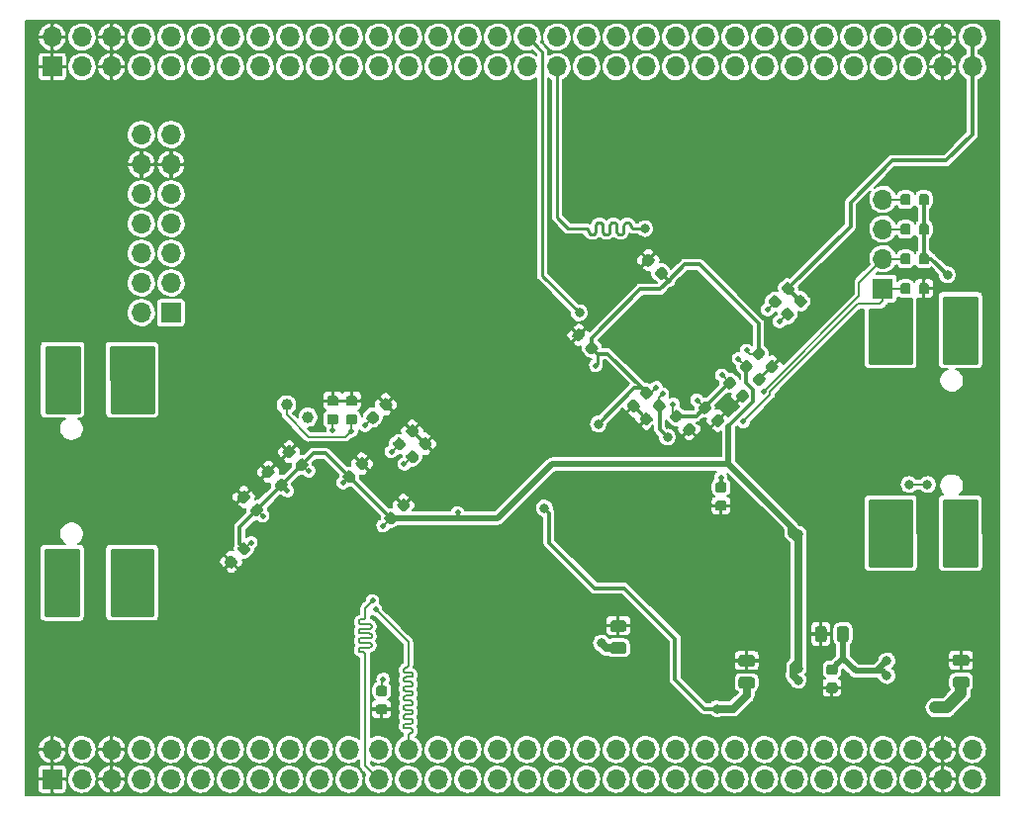
<source format=gbl>
G04 #@! TF.GenerationSoftware,KiCad,Pcbnew,(5.1.0-891-gf1f26a919-dirty)*
G04 #@! TF.CreationDate,2019-06-11T00:28:49+04:00*
G04 #@! TF.ProjectId,hdmishield,68646d69-7368-4696-956c-642e6b696361,rev?*
G04 #@! TF.SameCoordinates,Original*
G04 #@! TF.FileFunction,Copper,L2,Bot*
G04 #@! TF.FilePolarity,Positive*
%FSLAX46Y46*%
G04 Gerber Fmt 4.6, Leading zero omitted, Abs format (unit mm)*
G04 Created by KiCad (PCBNEW (5.1.0-891-gf1f26a919-dirty)) date 2019-06-11 00:28:49*
%MOMM*%
%LPD*%
G04 APERTURE LIST*
%ADD10O,2.700000X1.500000*%
%ADD11O,3.300000X1.500000*%
%ADD12O,1.700000X1.700000*%
%ADD13R,1.700000X1.700000*%
%ADD14C,1.000000*%
%ADD15C,0.500000*%
%ADD16C,0.100000*%
%ADD17C,0.875000*%
%ADD18C,0.975000*%
%ADD19C,0.800000*%
%ADD20C,1.000000*%
%ADD21C,0.700000*%
%ADD22C,0.300000*%
%ADD23C,0.200000*%
%ADD24C,0.250000*%
%ADD25C,0.500000*%
%ADD26C,0.254000*%
G04 APERTURE END LIST*
D10*
X48914100Y-63044500D03*
X48914100Y-77544500D03*
D11*
X54874100Y-77544500D03*
X54874100Y-63044500D03*
D10*
X125736300Y-73417000D03*
X125736300Y-58917000D03*
D11*
X119776300Y-58917000D03*
X119776300Y-73417000D03*
D12*
X55651400Y-40627300D03*
X58191400Y-40627300D03*
X55651400Y-43167300D03*
X58191400Y-43167300D03*
X55651400Y-45707300D03*
X58191400Y-45707300D03*
X55651400Y-48247300D03*
X58191400Y-48247300D03*
X55651400Y-50787300D03*
X58191400Y-50787300D03*
X55651400Y-53327300D03*
X58191400Y-53327300D03*
X55651400Y-55867300D03*
D13*
X58191400Y-55867300D03*
D14*
X68072000Y-63754000D03*
X69900800Y-64820800D03*
D15*
X69946761Y-71253045D03*
X70866000Y-70333806D03*
X68108284Y-73091522D03*
X69027522Y-72172284D03*
X66269806Y-74930000D03*
X67189045Y-74010761D03*
X70866000Y-72172284D03*
X71785239Y-71253045D03*
X69027522Y-74010761D03*
X69946761Y-73091522D03*
X67189045Y-75849239D03*
X68108284Y-74930000D03*
X72704478Y-72172284D03*
X69946761Y-74930000D03*
X70866000Y-74010761D03*
X69027522Y-75849239D03*
X71785239Y-73091522D03*
X68108284Y-76768478D03*
X73623716Y-73091522D03*
X70866000Y-75849239D03*
X71785239Y-74930000D03*
X69946761Y-76768478D03*
X72704478Y-74010761D03*
X69027522Y-77687716D03*
X70866000Y-77687716D03*
X73623716Y-74930000D03*
X69946761Y-78606955D03*
X74542955Y-74010761D03*
X71785239Y-76768478D03*
X72704478Y-75849239D03*
X70866000Y-79526194D03*
X71785239Y-78606955D03*
X72704478Y-77687716D03*
X73623716Y-76768478D03*
X74542955Y-75849239D03*
X75462194Y-74930000D03*
D16*
G36*
X72354790Y-62984508D02*
G01*
X72428379Y-63037974D01*
X72473860Y-63116749D01*
X72484566Y-63184346D01*
X72484566Y-63621846D01*
X72465654Y-63710820D01*
X72412188Y-63784409D01*
X72333413Y-63829890D01*
X72265816Y-63840596D01*
X71753316Y-63840596D01*
X71664342Y-63821684D01*
X71590753Y-63768218D01*
X71545272Y-63689443D01*
X71534566Y-63621846D01*
X71534566Y-63184346D01*
X71553478Y-63095372D01*
X71606944Y-63021783D01*
X71685719Y-62976302D01*
X71753316Y-62965596D01*
X72265816Y-62965596D01*
X72354790Y-62984508D01*
X72354790Y-62984508D01*
G37*
D17*
X72009566Y-63403096D03*
D16*
G36*
X72354790Y-64559508D02*
G01*
X72428379Y-64612974D01*
X72473860Y-64691749D01*
X72484566Y-64759346D01*
X72484566Y-65196846D01*
X72465654Y-65285820D01*
X72412188Y-65359409D01*
X72333413Y-65404890D01*
X72265816Y-65415596D01*
X71753316Y-65415596D01*
X71664342Y-65396684D01*
X71590753Y-65343218D01*
X71545272Y-65264443D01*
X71534566Y-65196846D01*
X71534566Y-64759346D01*
X71553478Y-64670372D01*
X71606944Y-64596783D01*
X71685719Y-64551302D01*
X71753316Y-64540596D01*
X72265816Y-64540596D01*
X72354790Y-64559508D01*
X72354790Y-64559508D01*
G37*
D17*
X72009566Y-64978096D03*
D16*
G36*
X73980390Y-62984508D02*
G01*
X74053979Y-63037974D01*
X74099460Y-63116749D01*
X74110166Y-63184346D01*
X74110166Y-63621846D01*
X74091254Y-63710820D01*
X74037788Y-63784409D01*
X73959013Y-63829890D01*
X73891416Y-63840596D01*
X73378916Y-63840596D01*
X73289942Y-63821684D01*
X73216353Y-63768218D01*
X73170872Y-63689443D01*
X73160166Y-63621846D01*
X73160166Y-63184346D01*
X73179078Y-63095372D01*
X73232544Y-63021783D01*
X73311319Y-62976302D01*
X73378916Y-62965596D01*
X73891416Y-62965596D01*
X73980390Y-62984508D01*
X73980390Y-62984508D01*
G37*
D17*
X73635166Y-63403096D03*
D16*
G36*
X73980390Y-64559508D02*
G01*
X74053979Y-64612974D01*
X74099460Y-64691749D01*
X74110166Y-64759346D01*
X74110166Y-65196846D01*
X74091254Y-65285820D01*
X74037788Y-65359409D01*
X73959013Y-65404890D01*
X73891416Y-65415596D01*
X73378916Y-65415596D01*
X73289942Y-65396684D01*
X73216353Y-65343218D01*
X73170872Y-65264443D01*
X73160166Y-65196846D01*
X73160166Y-64759346D01*
X73179078Y-64670372D01*
X73232544Y-64596783D01*
X73311319Y-64551302D01*
X73378916Y-64540596D01*
X73891416Y-64540596D01*
X73980390Y-64559508D01*
X73980390Y-64559508D01*
G37*
D17*
X73635166Y-64978096D03*
D16*
G36*
X76645548Y-63186876D02*
G01*
X76700918Y-63227104D01*
X77063311Y-63589497D01*
X77112852Y-63665784D01*
X77127081Y-63755625D01*
X77103539Y-63843487D01*
X77063311Y-63898857D01*
X76753952Y-64208216D01*
X76677665Y-64257757D01*
X76587824Y-64271986D01*
X76499962Y-64248444D01*
X76444592Y-64208216D01*
X76082199Y-63845823D01*
X76032658Y-63769536D01*
X76018429Y-63679695D01*
X76041971Y-63591833D01*
X76082199Y-63536463D01*
X76391558Y-63227104D01*
X76467845Y-63177563D01*
X76557686Y-63163334D01*
X76645548Y-63186876D01*
X76645548Y-63186876D01*
G37*
D17*
X76572755Y-63717660D03*
D16*
G36*
X75531854Y-64300570D02*
G01*
X75587224Y-64340798D01*
X75949617Y-64703191D01*
X75999158Y-64779478D01*
X76013387Y-64869319D01*
X75989845Y-64957181D01*
X75949617Y-65012551D01*
X75640258Y-65321910D01*
X75563971Y-65371451D01*
X75474130Y-65385680D01*
X75386268Y-65362138D01*
X75330898Y-65321910D01*
X74968505Y-64959517D01*
X74918964Y-64883230D01*
X74904735Y-64793389D01*
X74928277Y-64705527D01*
X74968505Y-64650157D01*
X75277864Y-64340798D01*
X75354151Y-64291257D01*
X75443992Y-64277028D01*
X75531854Y-64300570D01*
X75531854Y-64300570D01*
G37*
D17*
X75459061Y-64831354D03*
D16*
G36*
X78912440Y-65460369D02*
G01*
X78967810Y-65500597D01*
X79330203Y-65862990D01*
X79379744Y-65939277D01*
X79393973Y-66029118D01*
X79370431Y-66116980D01*
X79330203Y-66172350D01*
X79020844Y-66481709D01*
X78944557Y-66531250D01*
X78854716Y-66545479D01*
X78766854Y-66521937D01*
X78711484Y-66481709D01*
X78349091Y-66119316D01*
X78299550Y-66043029D01*
X78285321Y-65953188D01*
X78308863Y-65865326D01*
X78349091Y-65809956D01*
X78658450Y-65500597D01*
X78734737Y-65451056D01*
X78824578Y-65436827D01*
X78912440Y-65460369D01*
X78912440Y-65460369D01*
G37*
D17*
X78839647Y-65991153D03*
D16*
G36*
X77798746Y-66574063D02*
G01*
X77854116Y-66614291D01*
X78216509Y-66976684D01*
X78266050Y-67052971D01*
X78280279Y-67142812D01*
X78256737Y-67230674D01*
X78216509Y-67286044D01*
X77907150Y-67595403D01*
X77830863Y-67644944D01*
X77741022Y-67659173D01*
X77653160Y-67635631D01*
X77597790Y-67595403D01*
X77235397Y-67233010D01*
X77185856Y-67156723D01*
X77171627Y-67066882D01*
X77195169Y-66979020D01*
X77235397Y-66923650D01*
X77544756Y-66614291D01*
X77621043Y-66564750D01*
X77710884Y-66550521D01*
X77798746Y-66574063D01*
X77798746Y-66574063D01*
G37*
D17*
X77725953Y-67104847D03*
D16*
G36*
X80023001Y-66556489D02*
G01*
X80078371Y-66596717D01*
X80440764Y-66959110D01*
X80490305Y-67035397D01*
X80504534Y-67125238D01*
X80480992Y-67213100D01*
X80440764Y-67268470D01*
X80131405Y-67577829D01*
X80055118Y-67627370D01*
X79965277Y-67641599D01*
X79877415Y-67618057D01*
X79822045Y-67577829D01*
X79459652Y-67215436D01*
X79410111Y-67139149D01*
X79395882Y-67049308D01*
X79419424Y-66961446D01*
X79459652Y-66906076D01*
X79769011Y-66596717D01*
X79845298Y-66547176D01*
X79935139Y-66532947D01*
X80023001Y-66556489D01*
X80023001Y-66556489D01*
G37*
D17*
X79950208Y-67087273D03*
D16*
G36*
X78909307Y-67670183D02*
G01*
X78964677Y-67710411D01*
X79327070Y-68072804D01*
X79376611Y-68149091D01*
X79390840Y-68238932D01*
X79367298Y-68326794D01*
X79327070Y-68382164D01*
X79017711Y-68691523D01*
X78941424Y-68741064D01*
X78851583Y-68755293D01*
X78763721Y-68731751D01*
X78708351Y-68691523D01*
X78345958Y-68329130D01*
X78296417Y-68252843D01*
X78282188Y-68163002D01*
X78305730Y-68075140D01*
X78345958Y-68019770D01*
X78655317Y-67710411D01*
X78731604Y-67660870D01*
X78821445Y-67646641D01*
X78909307Y-67670183D01*
X78909307Y-67670183D01*
G37*
D17*
X78836514Y-68200967D03*
D16*
G36*
X76545224Y-89395912D02*
G01*
X76618813Y-89449378D01*
X76664294Y-89528153D01*
X76675000Y-89595750D01*
X76675000Y-90033250D01*
X76656088Y-90122224D01*
X76602622Y-90195813D01*
X76523847Y-90241294D01*
X76456250Y-90252000D01*
X75943750Y-90252000D01*
X75854776Y-90233088D01*
X75781187Y-90179622D01*
X75735706Y-90100847D01*
X75725000Y-90033250D01*
X75725000Y-89595750D01*
X75743912Y-89506776D01*
X75797378Y-89433187D01*
X75876153Y-89387706D01*
X75943750Y-89377000D01*
X76456250Y-89377000D01*
X76545224Y-89395912D01*
X76545224Y-89395912D01*
G37*
D17*
X76200000Y-89814500D03*
D16*
G36*
X76545224Y-87820912D02*
G01*
X76618813Y-87874378D01*
X76664294Y-87953153D01*
X76675000Y-88020750D01*
X76675000Y-88458250D01*
X76656088Y-88547224D01*
X76602622Y-88620813D01*
X76523847Y-88666294D01*
X76456250Y-88677000D01*
X75943750Y-88677000D01*
X75854776Y-88658088D01*
X75781187Y-88604622D01*
X75735706Y-88525847D01*
X75725000Y-88458250D01*
X75725000Y-88020750D01*
X75743912Y-87931776D01*
X75797378Y-87858187D01*
X75876153Y-87812706D01*
X75943750Y-87802000D01*
X76456250Y-87802000D01*
X76545224Y-87820912D01*
X76545224Y-87820912D01*
G37*
D17*
X76200000Y-88239500D03*
D16*
G36*
X74607140Y-68254369D02*
G01*
X74662510Y-68294597D01*
X75024903Y-68656990D01*
X75074444Y-68733277D01*
X75088673Y-68823118D01*
X75065131Y-68910980D01*
X75024903Y-68966350D01*
X74715544Y-69275709D01*
X74639257Y-69325250D01*
X74549416Y-69339479D01*
X74461554Y-69315937D01*
X74406184Y-69275709D01*
X74043791Y-68913316D01*
X73994250Y-68837029D01*
X73980021Y-68747188D01*
X74003563Y-68659326D01*
X74043791Y-68603956D01*
X74353150Y-68294597D01*
X74429437Y-68245056D01*
X74519278Y-68230827D01*
X74607140Y-68254369D01*
X74607140Y-68254369D01*
G37*
D17*
X74534347Y-68785153D03*
D16*
G36*
X73493446Y-69368063D02*
G01*
X73548816Y-69408291D01*
X73911209Y-69770684D01*
X73960750Y-69846971D01*
X73974979Y-69936812D01*
X73951437Y-70024674D01*
X73911209Y-70080044D01*
X73601850Y-70389403D01*
X73525563Y-70438944D01*
X73435722Y-70453173D01*
X73347860Y-70429631D01*
X73292490Y-70389403D01*
X72930097Y-70027010D01*
X72880556Y-69950723D01*
X72866327Y-69860882D01*
X72889869Y-69773020D01*
X72930097Y-69717650D01*
X73239456Y-69408291D01*
X73315743Y-69358750D01*
X73405584Y-69344521D01*
X73493446Y-69368063D01*
X73493446Y-69368063D01*
G37*
D17*
X73420653Y-69898847D03*
D16*
G36*
X63396946Y-76670563D02*
G01*
X63452316Y-76710791D01*
X63814709Y-77073184D01*
X63864250Y-77149471D01*
X63878479Y-77239312D01*
X63854937Y-77327174D01*
X63814709Y-77382544D01*
X63505350Y-77691903D01*
X63429063Y-77741444D01*
X63339222Y-77755673D01*
X63251360Y-77732131D01*
X63195990Y-77691903D01*
X62833597Y-77329510D01*
X62784056Y-77253223D01*
X62769827Y-77163382D01*
X62793369Y-77075520D01*
X62833597Y-77020150D01*
X63142956Y-76710791D01*
X63219243Y-76661250D01*
X63309084Y-76647021D01*
X63396946Y-76670563D01*
X63396946Y-76670563D01*
G37*
D17*
X63324153Y-77201347D03*
D16*
G36*
X64510640Y-75556869D02*
G01*
X64566010Y-75597097D01*
X64928403Y-75959490D01*
X64977944Y-76035777D01*
X64992173Y-76125618D01*
X64968631Y-76213480D01*
X64928403Y-76268850D01*
X64619044Y-76578209D01*
X64542757Y-76627750D01*
X64452916Y-76641979D01*
X64365054Y-76618437D01*
X64309684Y-76578209D01*
X63947291Y-76215816D01*
X63897750Y-76139529D01*
X63883521Y-76049688D01*
X63907063Y-75961826D01*
X63947291Y-75906456D01*
X64256650Y-75597097D01*
X64332937Y-75547556D01*
X64422778Y-75533327D01*
X64510640Y-75556869D01*
X64510640Y-75556869D01*
G37*
D17*
X64437847Y-76087653D03*
D16*
G36*
X64529480Y-71111869D02*
G01*
X64584850Y-71152097D01*
X64894209Y-71461456D01*
X64943750Y-71537743D01*
X64957979Y-71627584D01*
X64934437Y-71715446D01*
X64894209Y-71770816D01*
X64531816Y-72133209D01*
X64455529Y-72182750D01*
X64365688Y-72196979D01*
X64277826Y-72173437D01*
X64222456Y-72133209D01*
X63913097Y-71823850D01*
X63863556Y-71747563D01*
X63849327Y-71657722D01*
X63872869Y-71569860D01*
X63913097Y-71514490D01*
X64275490Y-71152097D01*
X64351777Y-71102556D01*
X64441618Y-71088327D01*
X64529480Y-71111869D01*
X64529480Y-71111869D01*
G37*
D17*
X64403653Y-71642653D03*
D16*
G36*
X65643174Y-72225563D02*
G01*
X65698544Y-72265791D01*
X66007903Y-72575150D01*
X66057444Y-72651437D01*
X66071673Y-72741278D01*
X66048131Y-72829140D01*
X66007903Y-72884510D01*
X65645510Y-73246903D01*
X65569223Y-73296444D01*
X65479382Y-73310673D01*
X65391520Y-73287131D01*
X65336150Y-73246903D01*
X65026791Y-72937544D01*
X64977250Y-72861257D01*
X64963021Y-72771416D01*
X64986563Y-72683554D01*
X65026791Y-72628184D01*
X65389184Y-72265791D01*
X65465471Y-72216250D01*
X65555312Y-72202021D01*
X65643174Y-72225563D01*
X65643174Y-72225563D01*
G37*
D17*
X65517347Y-72756347D03*
D16*
G36*
X68402980Y-67238369D02*
G01*
X68458350Y-67278597D01*
X68767709Y-67587956D01*
X68817250Y-67664243D01*
X68831479Y-67754084D01*
X68807937Y-67841946D01*
X68767709Y-67897316D01*
X68405316Y-68259709D01*
X68329029Y-68309250D01*
X68239188Y-68323479D01*
X68151326Y-68299937D01*
X68095956Y-68259709D01*
X67786597Y-67950350D01*
X67737056Y-67874063D01*
X67722827Y-67784222D01*
X67746369Y-67696360D01*
X67786597Y-67640990D01*
X68148990Y-67278597D01*
X68225277Y-67229056D01*
X68315118Y-67214827D01*
X68402980Y-67238369D01*
X68402980Y-67238369D01*
G37*
D17*
X68277153Y-67769153D03*
D16*
G36*
X69516674Y-68352063D02*
G01*
X69572044Y-68392291D01*
X69881403Y-68701650D01*
X69930944Y-68777937D01*
X69945173Y-68867778D01*
X69921631Y-68955640D01*
X69881403Y-69011010D01*
X69519010Y-69373403D01*
X69442723Y-69422944D01*
X69352882Y-69437173D01*
X69265020Y-69413631D01*
X69209650Y-69373403D01*
X68900291Y-69064044D01*
X68850750Y-68987757D01*
X68836521Y-68897916D01*
X68860063Y-68810054D01*
X68900291Y-68754684D01*
X69262684Y-68392291D01*
X69338971Y-68342750D01*
X69428812Y-68328521D01*
X69516674Y-68352063D01*
X69516674Y-68352063D01*
G37*
D17*
X69390847Y-68882847D03*
D16*
G36*
X78163140Y-71810369D02*
G01*
X78218510Y-71850597D01*
X78580903Y-72212990D01*
X78630444Y-72289277D01*
X78644673Y-72379118D01*
X78621131Y-72466980D01*
X78580903Y-72522350D01*
X78271544Y-72831709D01*
X78195257Y-72881250D01*
X78105416Y-72895479D01*
X78017554Y-72871937D01*
X77962184Y-72831709D01*
X77599791Y-72469316D01*
X77550250Y-72393029D01*
X77536021Y-72303188D01*
X77559563Y-72215326D01*
X77599791Y-72159956D01*
X77909150Y-71850597D01*
X77985437Y-71801056D01*
X78075278Y-71786827D01*
X78163140Y-71810369D01*
X78163140Y-71810369D01*
G37*
D17*
X78090347Y-72341153D03*
D16*
G36*
X77049446Y-72924063D02*
G01*
X77104816Y-72964291D01*
X77467209Y-73326684D01*
X77516750Y-73402971D01*
X77530979Y-73492812D01*
X77507437Y-73580674D01*
X77467209Y-73636044D01*
X77157850Y-73945403D01*
X77081563Y-73994944D01*
X76991722Y-74009173D01*
X76903860Y-73985631D01*
X76848490Y-73945403D01*
X76486097Y-73583010D01*
X76436556Y-73506723D01*
X76422327Y-73416882D01*
X76445869Y-73329020D01*
X76486097Y-73273650D01*
X76795456Y-72964291D01*
X76871743Y-72914750D01*
X76961584Y-72900521D01*
X77049446Y-72924063D01*
X77049446Y-72924063D01*
G37*
D17*
X76976653Y-73454847D03*
D16*
G36*
X66624980Y-68952869D02*
G01*
X66680350Y-68993097D01*
X66989709Y-69302456D01*
X67039250Y-69378743D01*
X67053479Y-69468584D01*
X67029937Y-69556446D01*
X66989709Y-69611816D01*
X66627316Y-69974209D01*
X66551029Y-70023750D01*
X66461188Y-70037979D01*
X66373326Y-70014437D01*
X66317956Y-69974209D01*
X66008597Y-69664850D01*
X65959056Y-69588563D01*
X65944827Y-69498722D01*
X65968369Y-69410860D01*
X66008597Y-69355490D01*
X66370990Y-68993097D01*
X66447277Y-68943556D01*
X66537118Y-68929327D01*
X66624980Y-68952869D01*
X66624980Y-68952869D01*
G37*
D17*
X66499153Y-69483653D03*
D16*
G36*
X67738674Y-70066563D02*
G01*
X67794044Y-70106791D01*
X68103403Y-70416150D01*
X68152944Y-70492437D01*
X68167173Y-70582278D01*
X68143631Y-70670140D01*
X68103403Y-70725510D01*
X67741010Y-71087903D01*
X67664723Y-71137444D01*
X67574882Y-71151673D01*
X67487020Y-71128131D01*
X67431650Y-71087903D01*
X67122291Y-70778544D01*
X67072750Y-70702257D01*
X67058521Y-70612416D01*
X67082063Y-70524554D01*
X67122291Y-70469184D01*
X67484684Y-70106791D01*
X67560971Y-70057250D01*
X67650812Y-70043021D01*
X67738674Y-70066563D01*
X67738674Y-70066563D01*
G37*
D17*
X67612847Y-70597347D03*
D13*
X119100600Y-53797200D03*
D12*
X119100600Y-51257200D03*
X119100600Y-48717200D03*
X119100600Y-46177200D03*
D16*
G36*
X122925724Y-53343912D02*
G01*
X122999313Y-53397378D01*
X123044794Y-53476153D01*
X123055500Y-53543750D01*
X123055500Y-54056250D01*
X123036588Y-54145224D01*
X122983122Y-54218813D01*
X122904347Y-54264294D01*
X122836750Y-54275000D01*
X122399250Y-54275000D01*
X122310276Y-54256088D01*
X122236687Y-54202622D01*
X122191206Y-54123847D01*
X122180500Y-54056250D01*
X122180500Y-53543750D01*
X122199412Y-53454776D01*
X122252878Y-53381187D01*
X122331653Y-53335706D01*
X122399250Y-53325000D01*
X122836750Y-53325000D01*
X122925724Y-53343912D01*
X122925724Y-53343912D01*
G37*
D17*
X122618000Y-53800000D03*
D16*
G36*
X121350724Y-53343912D02*
G01*
X121424313Y-53397378D01*
X121469794Y-53476153D01*
X121480500Y-53543750D01*
X121480500Y-54056250D01*
X121461588Y-54145224D01*
X121408122Y-54218813D01*
X121329347Y-54264294D01*
X121261750Y-54275000D01*
X120824250Y-54275000D01*
X120735276Y-54256088D01*
X120661687Y-54202622D01*
X120616206Y-54123847D01*
X120605500Y-54056250D01*
X120605500Y-53543750D01*
X120624412Y-53454776D01*
X120677878Y-53381187D01*
X120756653Y-53335706D01*
X120824250Y-53325000D01*
X121261750Y-53325000D01*
X121350724Y-53343912D01*
X121350724Y-53343912D01*
G37*
D17*
X121043000Y-53800000D03*
D16*
G36*
X121350724Y-50803912D02*
G01*
X121424313Y-50857378D01*
X121469794Y-50936153D01*
X121480500Y-51003750D01*
X121480500Y-51516250D01*
X121461588Y-51605224D01*
X121408122Y-51678813D01*
X121329347Y-51724294D01*
X121261750Y-51735000D01*
X120824250Y-51735000D01*
X120735276Y-51716088D01*
X120661687Y-51662622D01*
X120616206Y-51583847D01*
X120605500Y-51516250D01*
X120605500Y-51003750D01*
X120624412Y-50914776D01*
X120677878Y-50841187D01*
X120756653Y-50795706D01*
X120824250Y-50785000D01*
X121261750Y-50785000D01*
X121350724Y-50803912D01*
X121350724Y-50803912D01*
G37*
D17*
X121043000Y-51260000D03*
D16*
G36*
X122925724Y-50803912D02*
G01*
X122999313Y-50857378D01*
X123044794Y-50936153D01*
X123055500Y-51003750D01*
X123055500Y-51516250D01*
X123036588Y-51605224D01*
X122983122Y-51678813D01*
X122904347Y-51724294D01*
X122836750Y-51735000D01*
X122399250Y-51735000D01*
X122310276Y-51716088D01*
X122236687Y-51662622D01*
X122191206Y-51583847D01*
X122180500Y-51516250D01*
X122180500Y-51003750D01*
X122199412Y-50914776D01*
X122252878Y-50841187D01*
X122331653Y-50795706D01*
X122399250Y-50785000D01*
X122836750Y-50785000D01*
X122925724Y-50803912D01*
X122925724Y-50803912D01*
G37*
D17*
X122618000Y-51260000D03*
D16*
G36*
X121350724Y-48263912D02*
G01*
X121424313Y-48317378D01*
X121469794Y-48396153D01*
X121480500Y-48463750D01*
X121480500Y-48976250D01*
X121461588Y-49065224D01*
X121408122Y-49138813D01*
X121329347Y-49184294D01*
X121261750Y-49195000D01*
X120824250Y-49195000D01*
X120735276Y-49176088D01*
X120661687Y-49122622D01*
X120616206Y-49043847D01*
X120605500Y-48976250D01*
X120605500Y-48463750D01*
X120624412Y-48374776D01*
X120677878Y-48301187D01*
X120756653Y-48255706D01*
X120824250Y-48245000D01*
X121261750Y-48245000D01*
X121350724Y-48263912D01*
X121350724Y-48263912D01*
G37*
D17*
X121043000Y-48720000D03*
D16*
G36*
X122925724Y-48263912D02*
G01*
X122999313Y-48317378D01*
X123044794Y-48396153D01*
X123055500Y-48463750D01*
X123055500Y-48976250D01*
X123036588Y-49065224D01*
X122983122Y-49138813D01*
X122904347Y-49184294D01*
X122836750Y-49195000D01*
X122399250Y-49195000D01*
X122310276Y-49176088D01*
X122236687Y-49122622D01*
X122191206Y-49043847D01*
X122180500Y-48976250D01*
X122180500Y-48463750D01*
X122199412Y-48374776D01*
X122252878Y-48301187D01*
X122331653Y-48255706D01*
X122399250Y-48245000D01*
X122836750Y-48245000D01*
X122925724Y-48263912D01*
X122925724Y-48263912D01*
G37*
D17*
X122618000Y-48720000D03*
D16*
G36*
X121350724Y-45723913D02*
G01*
X121424313Y-45777379D01*
X121469794Y-45856154D01*
X121480500Y-45923751D01*
X121480500Y-46436251D01*
X121461588Y-46525225D01*
X121408122Y-46598814D01*
X121329347Y-46644295D01*
X121261750Y-46655001D01*
X120824250Y-46655001D01*
X120735276Y-46636089D01*
X120661687Y-46582623D01*
X120616206Y-46503848D01*
X120605500Y-46436251D01*
X120605500Y-45923751D01*
X120624412Y-45834777D01*
X120677878Y-45761188D01*
X120756653Y-45715707D01*
X120824250Y-45705001D01*
X121261750Y-45705001D01*
X121350724Y-45723913D01*
X121350724Y-45723913D01*
G37*
D17*
X121043000Y-46180001D03*
D16*
G36*
X122925724Y-45723913D02*
G01*
X122999313Y-45777379D01*
X123044794Y-45856154D01*
X123055500Y-45923751D01*
X123055500Y-46436251D01*
X123036588Y-46525225D01*
X122983122Y-46598814D01*
X122904347Y-46644295D01*
X122836750Y-46655001D01*
X122399250Y-46655001D01*
X122310276Y-46636089D01*
X122236687Y-46582623D01*
X122191206Y-46503848D01*
X122180500Y-46436251D01*
X122180500Y-45923751D01*
X122199412Y-45834777D01*
X122252878Y-45761188D01*
X122331653Y-45715707D01*
X122399250Y-45705001D01*
X122836750Y-45705001D01*
X122925724Y-45723913D01*
X122925724Y-45723913D01*
G37*
D17*
X122618000Y-46180001D03*
D16*
G36*
X105590124Y-71971512D02*
G01*
X105663713Y-72024978D01*
X105709194Y-72103753D01*
X105719900Y-72171350D01*
X105719900Y-72608850D01*
X105700988Y-72697824D01*
X105647522Y-72771413D01*
X105568747Y-72816894D01*
X105501150Y-72827600D01*
X104988650Y-72827600D01*
X104899676Y-72808688D01*
X104826087Y-72755222D01*
X104780606Y-72676447D01*
X104769900Y-72608850D01*
X104769900Y-72171350D01*
X104788812Y-72082376D01*
X104842278Y-72008787D01*
X104921053Y-71963306D01*
X104988650Y-71952600D01*
X105501150Y-71952600D01*
X105590124Y-71971512D01*
X105590124Y-71971512D01*
G37*
D17*
X105244900Y-72390100D03*
D16*
G36*
X105590124Y-70396512D02*
G01*
X105663713Y-70449978D01*
X105709194Y-70528753D01*
X105719900Y-70596350D01*
X105719900Y-71033850D01*
X105700988Y-71122824D01*
X105647522Y-71196413D01*
X105568747Y-71241894D01*
X105501150Y-71252600D01*
X104988650Y-71252600D01*
X104899676Y-71233688D01*
X104826087Y-71180222D01*
X104780606Y-71101447D01*
X104769900Y-71033850D01*
X104769900Y-70596350D01*
X104788812Y-70507376D01*
X104842278Y-70433787D01*
X104921053Y-70388306D01*
X104988650Y-70377600D01*
X105501150Y-70377600D01*
X105590124Y-70396512D01*
X105590124Y-70396512D01*
G37*
D17*
X105244900Y-70815100D03*
D16*
G36*
X109942446Y-54382063D02*
G01*
X109997816Y-54422291D01*
X110360209Y-54784684D01*
X110409750Y-54860971D01*
X110423979Y-54950812D01*
X110400437Y-55038674D01*
X110360209Y-55094044D01*
X110050850Y-55403403D01*
X109974563Y-55452944D01*
X109884722Y-55467173D01*
X109796860Y-55443631D01*
X109741490Y-55403403D01*
X109379097Y-55041010D01*
X109329556Y-54964723D01*
X109315327Y-54874882D01*
X109338869Y-54787020D01*
X109379097Y-54731650D01*
X109688456Y-54422291D01*
X109764743Y-54372750D01*
X109854584Y-54358521D01*
X109942446Y-54382063D01*
X109942446Y-54382063D01*
G37*
D17*
X109869653Y-54912847D03*
D16*
G36*
X111056140Y-53268369D02*
G01*
X111111510Y-53308597D01*
X111473903Y-53670990D01*
X111523444Y-53747277D01*
X111537673Y-53837118D01*
X111514131Y-53924980D01*
X111473903Y-53980350D01*
X111164544Y-54289709D01*
X111088257Y-54339250D01*
X110998416Y-54353479D01*
X110910554Y-54329937D01*
X110855184Y-54289709D01*
X110492791Y-53927316D01*
X110443250Y-53851029D01*
X110429021Y-53761188D01*
X110452563Y-53673326D01*
X110492791Y-53617956D01*
X110802150Y-53308597D01*
X110878437Y-53259056D01*
X110968278Y-53244827D01*
X111056140Y-53268369D01*
X111056140Y-53268369D01*
G37*
D17*
X110983347Y-53799153D03*
D16*
G36*
X111021946Y-55461563D02*
G01*
X111077316Y-55501791D01*
X111439709Y-55864184D01*
X111489250Y-55940471D01*
X111503479Y-56030312D01*
X111479937Y-56118174D01*
X111439709Y-56173544D01*
X111130350Y-56482903D01*
X111054063Y-56532444D01*
X110964222Y-56546673D01*
X110876360Y-56523131D01*
X110820990Y-56482903D01*
X110458597Y-56120510D01*
X110409056Y-56044223D01*
X110394827Y-55954382D01*
X110418369Y-55866520D01*
X110458597Y-55811150D01*
X110767956Y-55501791D01*
X110844243Y-55452250D01*
X110934084Y-55438021D01*
X111021946Y-55461563D01*
X111021946Y-55461563D01*
G37*
D17*
X110949153Y-55992347D03*
D16*
G36*
X112135640Y-54347869D02*
G01*
X112191010Y-54388097D01*
X112553403Y-54750490D01*
X112602944Y-54826777D01*
X112617173Y-54916618D01*
X112593631Y-55004480D01*
X112553403Y-55059850D01*
X112244044Y-55369209D01*
X112167757Y-55418750D01*
X112077916Y-55432979D01*
X111990054Y-55409437D01*
X111934684Y-55369209D01*
X111572291Y-55006816D01*
X111522750Y-54930529D01*
X111508521Y-54840688D01*
X111532063Y-54752826D01*
X111572291Y-54697456D01*
X111881650Y-54388097D01*
X111957937Y-54338556D01*
X112047778Y-54324327D01*
X112135640Y-54347869D01*
X112135640Y-54347869D01*
G37*
D17*
X112062847Y-54878653D03*
D15*
X102918406Y-61914094D03*
X101999167Y-62833333D03*
X104756883Y-60075617D03*
X103837645Y-60994855D03*
X106595361Y-58237139D03*
X105676122Y-59156378D03*
X101999167Y-60994855D03*
X101079928Y-61914094D03*
X103837645Y-59156378D03*
X102918406Y-60075617D03*
X105676122Y-57317900D03*
X104756883Y-58237139D03*
X100160689Y-60994855D03*
X102918406Y-58237139D03*
X101999167Y-59156378D03*
X103837645Y-57317900D03*
X101079928Y-60075617D03*
X104756883Y-56398661D03*
X99241451Y-60075617D03*
X101999167Y-57317900D03*
X101079928Y-58237139D03*
X102918406Y-56398661D03*
X100160689Y-59156378D03*
X103837645Y-55479423D03*
X101999167Y-55479423D03*
X99241451Y-58237139D03*
X102918406Y-54560184D03*
X98322212Y-59156378D03*
X101079928Y-56398661D03*
X100160689Y-57317900D03*
X101999167Y-53640945D03*
X101079928Y-54560184D03*
X100160689Y-55479423D03*
X99241451Y-56398661D03*
X98322212Y-57317900D03*
X97402973Y-58237139D03*
D12*
X126760000Y-93270000D03*
X126760000Y-95810000D03*
X124220000Y-93270000D03*
X124220000Y-95810000D03*
X121680000Y-93270000D03*
X121680000Y-95810000D03*
X119140000Y-93270000D03*
X119140000Y-95810000D03*
X116600000Y-93270000D03*
X116600000Y-95810000D03*
X114060000Y-93270000D03*
X114060000Y-95810000D03*
X111520000Y-93270000D03*
X111520000Y-95810000D03*
X108980000Y-93270000D03*
X108980000Y-95810000D03*
X106440000Y-93270000D03*
X106440000Y-95810000D03*
X103900000Y-93270000D03*
X103900000Y-95810000D03*
X101360000Y-93270000D03*
X101360000Y-95810000D03*
X98820000Y-93270000D03*
X98820000Y-95810000D03*
X96280000Y-93270000D03*
X96280000Y-95810000D03*
X93740000Y-93270000D03*
X93740000Y-95810000D03*
X91200000Y-93270000D03*
X91200000Y-95810000D03*
X88660000Y-93270000D03*
X88660000Y-95810000D03*
X86120000Y-93270000D03*
X86120000Y-95810000D03*
X83580000Y-93270000D03*
X83580000Y-95810000D03*
X81040000Y-93270000D03*
X81040000Y-95810000D03*
X78500000Y-93270000D03*
X78500000Y-95810000D03*
X75960000Y-93270000D03*
X75960000Y-95810000D03*
X73420000Y-93270000D03*
X73420000Y-95810000D03*
X70880000Y-93270000D03*
X70880000Y-95810000D03*
X68340000Y-93270000D03*
X68340000Y-95810000D03*
X65800000Y-93270000D03*
X65800000Y-95810000D03*
X63260000Y-93270000D03*
X63260000Y-95810000D03*
X60720000Y-93270000D03*
X60720000Y-95810000D03*
X58180000Y-93270000D03*
X58180000Y-95810000D03*
X55640000Y-93270000D03*
X55640000Y-95810000D03*
X53100000Y-93270000D03*
X53100000Y-95810000D03*
X50560000Y-93270000D03*
X50560000Y-95810000D03*
X48020000Y-93270000D03*
D13*
X48020000Y-95810000D03*
D12*
X126770000Y-32270000D03*
X126770000Y-34810000D03*
X124230000Y-32270000D03*
X124230000Y-34810000D03*
X121690000Y-32270000D03*
X121690000Y-34810000D03*
X119150000Y-32270000D03*
X119150000Y-34810000D03*
X116610000Y-32270000D03*
X116610000Y-34810000D03*
X114070000Y-32270000D03*
X114070000Y-34810000D03*
X111530000Y-32270000D03*
X111530000Y-34810000D03*
X108990000Y-32270000D03*
X108990000Y-34810000D03*
X106450000Y-32270000D03*
X106450000Y-34810000D03*
X103910000Y-32270000D03*
X103910000Y-34810000D03*
X101370000Y-32270000D03*
X101370000Y-34810000D03*
X98830000Y-32270000D03*
X98830000Y-34810000D03*
X96290000Y-32270000D03*
X96290000Y-34810000D03*
X93750000Y-32270000D03*
X93750000Y-34810000D03*
X91210000Y-32270000D03*
X91210000Y-34810000D03*
X88670000Y-32270000D03*
X88670000Y-34810000D03*
X86130000Y-32270000D03*
X86130000Y-34810000D03*
X83590000Y-32270000D03*
X83590000Y-34810000D03*
X81050000Y-32270000D03*
X81050000Y-34810000D03*
X78510000Y-32270000D03*
X78510000Y-34810000D03*
X75970000Y-32270000D03*
X75970000Y-34810000D03*
X73430000Y-32270000D03*
X73430000Y-34810000D03*
X70890000Y-32270000D03*
X70890000Y-34810000D03*
X68350000Y-32270000D03*
X68350000Y-34810000D03*
X65810000Y-32270000D03*
X65810000Y-34810000D03*
X63270000Y-32270000D03*
X63270000Y-34810000D03*
X60730000Y-32270000D03*
X60730000Y-34810000D03*
X58190000Y-32270000D03*
X58190000Y-34810000D03*
X55650000Y-32270000D03*
X55650000Y-34810000D03*
X53110000Y-32270000D03*
X53110000Y-34810000D03*
X50570000Y-32270000D03*
X50570000Y-34810000D03*
X48030000Y-32270000D03*
D13*
X48030000Y-34810000D03*
D16*
G36*
X97822884Y-63305439D02*
G01*
X97878254Y-63345667D01*
X98240647Y-63708060D01*
X98290188Y-63784347D01*
X98304417Y-63874188D01*
X98280875Y-63962050D01*
X98240647Y-64017420D01*
X97931288Y-64326779D01*
X97855001Y-64376320D01*
X97765160Y-64390549D01*
X97677298Y-64367007D01*
X97621928Y-64326779D01*
X97259535Y-63964386D01*
X97209994Y-63888099D01*
X97195765Y-63798258D01*
X97219307Y-63710396D01*
X97259535Y-63655026D01*
X97568894Y-63345667D01*
X97645181Y-63296126D01*
X97735022Y-63281897D01*
X97822884Y-63305439D01*
X97822884Y-63305439D01*
G37*
D17*
X97750091Y-63836223D03*
D16*
G36*
X98936578Y-62191745D02*
G01*
X98991948Y-62231973D01*
X99354341Y-62594366D01*
X99403882Y-62670653D01*
X99418111Y-62760494D01*
X99394569Y-62848356D01*
X99354341Y-62903726D01*
X99044982Y-63213085D01*
X98968695Y-63262626D01*
X98878854Y-63276855D01*
X98790992Y-63253313D01*
X98735622Y-63213085D01*
X98373229Y-62850692D01*
X98323688Y-62774405D01*
X98309459Y-62684564D01*
X98333001Y-62596702D01*
X98373229Y-62541332D01*
X98682588Y-62231973D01*
X98758875Y-62182432D01*
X98848716Y-62168203D01*
X98936578Y-62191745D01*
X98936578Y-62191745D01*
G37*
D17*
X98863785Y-62722529D03*
D16*
G36*
X105105167Y-64571655D02*
G01*
X105160537Y-64611883D01*
X105469896Y-64921242D01*
X105519437Y-64997529D01*
X105533666Y-65087370D01*
X105510124Y-65175232D01*
X105469896Y-65230602D01*
X105107503Y-65592995D01*
X105031216Y-65642536D01*
X104941375Y-65656765D01*
X104853513Y-65633223D01*
X104798143Y-65592995D01*
X104488784Y-65283636D01*
X104439243Y-65207349D01*
X104425014Y-65117508D01*
X104448556Y-65029646D01*
X104488784Y-64974276D01*
X104851177Y-64611883D01*
X104927464Y-64562342D01*
X105017305Y-64548113D01*
X105105167Y-64571655D01*
X105105167Y-64571655D01*
G37*
D17*
X104979340Y-65102439D03*
D16*
G36*
X103991473Y-63457961D02*
G01*
X104046843Y-63498189D01*
X104356202Y-63807548D01*
X104405743Y-63883835D01*
X104419972Y-63973676D01*
X104396430Y-64061538D01*
X104356202Y-64116908D01*
X103993809Y-64479301D01*
X103917522Y-64528842D01*
X103827681Y-64543071D01*
X103739819Y-64519529D01*
X103684449Y-64479301D01*
X103375090Y-64169942D01*
X103325549Y-64093655D01*
X103311320Y-64003814D01*
X103334862Y-63915952D01*
X103375090Y-63860582D01*
X103737483Y-63498189D01*
X103813770Y-63448648D01*
X103903611Y-63434419D01*
X103991473Y-63457961D01*
X103991473Y-63457961D01*
G37*
D17*
X103865646Y-63988745D03*
D16*
G36*
X93191427Y-57241516D02*
G01*
X93246797Y-57281744D01*
X93556156Y-57591103D01*
X93605697Y-57667390D01*
X93619926Y-57757231D01*
X93596384Y-57845093D01*
X93556156Y-57900463D01*
X93193763Y-58262856D01*
X93117476Y-58312397D01*
X93027635Y-58326626D01*
X92939773Y-58303084D01*
X92884403Y-58262856D01*
X92575044Y-57953497D01*
X92525503Y-57877210D01*
X92511274Y-57787369D01*
X92534816Y-57699507D01*
X92575044Y-57644137D01*
X92937437Y-57281744D01*
X93013724Y-57232203D01*
X93103565Y-57217974D01*
X93191427Y-57241516D01*
X93191427Y-57241516D01*
G37*
D17*
X93065600Y-57772300D03*
D16*
G36*
X94305121Y-58355210D02*
G01*
X94360491Y-58395438D01*
X94669850Y-58704797D01*
X94719391Y-58781084D01*
X94733620Y-58870925D01*
X94710078Y-58958787D01*
X94669850Y-59014157D01*
X94307457Y-59376550D01*
X94231170Y-59426091D01*
X94141329Y-59440320D01*
X94053467Y-59416778D01*
X93998097Y-59376550D01*
X93688738Y-59067191D01*
X93639197Y-58990904D01*
X93624968Y-58901063D01*
X93648510Y-58813201D01*
X93688738Y-58757831D01*
X94051131Y-58395438D01*
X94127418Y-58345897D01*
X94217259Y-58331668D01*
X94305121Y-58355210D01*
X94305121Y-58355210D01*
G37*
D17*
X94179294Y-58885994D03*
D16*
G36*
X115091824Y-87558412D02*
G01*
X115165413Y-87611878D01*
X115210894Y-87690653D01*
X115221600Y-87758250D01*
X115221600Y-88195750D01*
X115202688Y-88284724D01*
X115149222Y-88358313D01*
X115070447Y-88403794D01*
X115002850Y-88414500D01*
X114490350Y-88414500D01*
X114401376Y-88395588D01*
X114327787Y-88342122D01*
X114282306Y-88263347D01*
X114271600Y-88195750D01*
X114271600Y-87758250D01*
X114290512Y-87669276D01*
X114343978Y-87595687D01*
X114422753Y-87550206D01*
X114490350Y-87539500D01*
X115002850Y-87539500D01*
X115091824Y-87558412D01*
X115091824Y-87558412D01*
G37*
D17*
X114746600Y-87977000D03*
D16*
G36*
X115091824Y-85983412D02*
G01*
X115165413Y-86036878D01*
X115210894Y-86115653D01*
X115221600Y-86183250D01*
X115221600Y-86620750D01*
X115202688Y-86709724D01*
X115149222Y-86783313D01*
X115070447Y-86828794D01*
X115002850Y-86839500D01*
X114490350Y-86839500D01*
X114401376Y-86820588D01*
X114327787Y-86767122D01*
X114282306Y-86688347D01*
X114271600Y-86620750D01*
X114271600Y-86183250D01*
X114290512Y-86094276D01*
X114343978Y-86020687D01*
X114422753Y-85975206D01*
X114490350Y-85964500D01*
X115002850Y-85964500D01*
X115091824Y-85983412D01*
X115091824Y-85983412D01*
G37*
D17*
X114746600Y-86402000D03*
D16*
G36*
X107224507Y-62452315D02*
G01*
X107279877Y-62492543D01*
X107589236Y-62801902D01*
X107638777Y-62878189D01*
X107653006Y-62968030D01*
X107629464Y-63055892D01*
X107589236Y-63111262D01*
X107226843Y-63473655D01*
X107150556Y-63523196D01*
X107060715Y-63537425D01*
X106972853Y-63513883D01*
X106917483Y-63473655D01*
X106608124Y-63164296D01*
X106558583Y-63088009D01*
X106544354Y-62998168D01*
X106567896Y-62910306D01*
X106608124Y-62854936D01*
X106970517Y-62492543D01*
X107046804Y-62443002D01*
X107136645Y-62428773D01*
X107224507Y-62452315D01*
X107224507Y-62452315D01*
G37*
D17*
X107098680Y-62983099D03*
D16*
G36*
X106110813Y-61338621D02*
G01*
X106166183Y-61378849D01*
X106475542Y-61688208D01*
X106525083Y-61764495D01*
X106539312Y-61854336D01*
X106515770Y-61942198D01*
X106475542Y-61997568D01*
X106113149Y-62359961D01*
X106036862Y-62409502D01*
X105947021Y-62423731D01*
X105859159Y-62400189D01*
X105803789Y-62359961D01*
X105494430Y-62050602D01*
X105444889Y-61974315D01*
X105430660Y-61884474D01*
X105454202Y-61796612D01*
X105494430Y-61741242D01*
X105856823Y-61378849D01*
X105933110Y-61329308D01*
X106022951Y-61315079D01*
X106110813Y-61338621D01*
X106110813Y-61338621D01*
G37*
D17*
X105984986Y-61869405D03*
D16*
G36*
X99151114Y-50840701D02*
G01*
X99206484Y-50880929D01*
X99515843Y-51190288D01*
X99565384Y-51266575D01*
X99579613Y-51356416D01*
X99556071Y-51444278D01*
X99515843Y-51499648D01*
X99153450Y-51862041D01*
X99077163Y-51911582D01*
X98987322Y-51925811D01*
X98899460Y-51902269D01*
X98844090Y-51862041D01*
X98534731Y-51552682D01*
X98485190Y-51476395D01*
X98470961Y-51386554D01*
X98494503Y-51298692D01*
X98534731Y-51243322D01*
X98897124Y-50880929D01*
X98973411Y-50831388D01*
X99063252Y-50817159D01*
X99151114Y-50840701D01*
X99151114Y-50840701D01*
G37*
D17*
X99025287Y-51371485D03*
D16*
G36*
X100264808Y-51954395D02*
G01*
X100320178Y-51994623D01*
X100629537Y-52303982D01*
X100679078Y-52380269D01*
X100693307Y-52470110D01*
X100669765Y-52557972D01*
X100629537Y-52613342D01*
X100267144Y-52975735D01*
X100190857Y-53025276D01*
X100101016Y-53039505D01*
X100013154Y-53015963D01*
X99957784Y-52975735D01*
X99648425Y-52666376D01*
X99598884Y-52590089D01*
X99584655Y-52500248D01*
X99608197Y-52412386D01*
X99648425Y-52357016D01*
X100010818Y-51994623D01*
X100087105Y-51945082D01*
X100176946Y-51930853D01*
X100264808Y-51954395D01*
X100264808Y-51954395D01*
G37*
D17*
X100138981Y-52485179D03*
D16*
G36*
X97011892Y-82210574D02*
G01*
X97093892Y-82270150D01*
X97144570Y-82357928D01*
X97156500Y-82433251D01*
X97156500Y-82920751D01*
X97135427Y-83019893D01*
X97075851Y-83101893D01*
X96988073Y-83152571D01*
X96912750Y-83164501D01*
X96000250Y-83164501D01*
X95901108Y-83143428D01*
X95819108Y-83083852D01*
X95768430Y-82996074D01*
X95756500Y-82920751D01*
X95756500Y-82433251D01*
X95777573Y-82334109D01*
X95837149Y-82252109D01*
X95924927Y-82201431D01*
X96000250Y-82189501D01*
X96912750Y-82189501D01*
X97011892Y-82210574D01*
X97011892Y-82210574D01*
G37*
D18*
X96456500Y-82677001D03*
D16*
G36*
X97011892Y-84085574D02*
G01*
X97093892Y-84145150D01*
X97144570Y-84232928D01*
X97156500Y-84308251D01*
X97156500Y-84795751D01*
X97135427Y-84894893D01*
X97075851Y-84976893D01*
X96988073Y-85027571D01*
X96912750Y-85039501D01*
X96000250Y-85039501D01*
X95901108Y-85018428D01*
X95819108Y-84958852D01*
X95768430Y-84871074D01*
X95756500Y-84795751D01*
X95756500Y-84308251D01*
X95777573Y-84209109D01*
X95837149Y-84127109D01*
X95924927Y-84076431D01*
X96000250Y-84064501D01*
X96912750Y-84064501D01*
X97011892Y-84085574D01*
X97011892Y-84085574D01*
G37*
D18*
X96456500Y-84552001D03*
D16*
G36*
X114151992Y-82700573D02*
G01*
X114233992Y-82760149D01*
X114284670Y-82847927D01*
X114296600Y-82923250D01*
X114296600Y-83835750D01*
X114275527Y-83934892D01*
X114215951Y-84016892D01*
X114128173Y-84067570D01*
X114052850Y-84079500D01*
X113565350Y-84079500D01*
X113466208Y-84058427D01*
X113384208Y-83998851D01*
X113333530Y-83911073D01*
X113321600Y-83835750D01*
X113321600Y-82923250D01*
X113342673Y-82824108D01*
X113402249Y-82742108D01*
X113490027Y-82691430D01*
X113565350Y-82679500D01*
X114052850Y-82679500D01*
X114151992Y-82700573D01*
X114151992Y-82700573D01*
G37*
D18*
X113809100Y-83379500D03*
D16*
G36*
X116026992Y-82700573D02*
G01*
X116108992Y-82760149D01*
X116159670Y-82847927D01*
X116171600Y-82923250D01*
X116171600Y-83835750D01*
X116150527Y-83934892D01*
X116090951Y-84016892D01*
X116003173Y-84067570D01*
X115927850Y-84079500D01*
X115440350Y-84079500D01*
X115341208Y-84058427D01*
X115259208Y-83998851D01*
X115208530Y-83911073D01*
X115196600Y-83835750D01*
X115196600Y-82923250D01*
X115217673Y-82824108D01*
X115277249Y-82742108D01*
X115365027Y-82691430D01*
X115440350Y-82679500D01*
X115927850Y-82679500D01*
X116026992Y-82700573D01*
X116026992Y-82700573D01*
G37*
D18*
X115684100Y-83379500D03*
D16*
G36*
X108634407Y-61042414D02*
G01*
X108689777Y-61082642D01*
X108999136Y-61392001D01*
X109048677Y-61468288D01*
X109062906Y-61558129D01*
X109039364Y-61645991D01*
X108999136Y-61701361D01*
X108636743Y-62063754D01*
X108560456Y-62113295D01*
X108470615Y-62127524D01*
X108382753Y-62103982D01*
X108327383Y-62063754D01*
X108018024Y-61754395D01*
X107968483Y-61678108D01*
X107954254Y-61588267D01*
X107977796Y-61500405D01*
X108018024Y-61445035D01*
X108380417Y-61082642D01*
X108456704Y-61033101D01*
X108546545Y-61018872D01*
X108634407Y-61042414D01*
X108634407Y-61042414D01*
G37*
D17*
X108508580Y-61573198D03*
D16*
G36*
X107520713Y-59928720D02*
G01*
X107576083Y-59968948D01*
X107885442Y-60278307D01*
X107934983Y-60354594D01*
X107949212Y-60444435D01*
X107925670Y-60532297D01*
X107885442Y-60587667D01*
X107523049Y-60950060D01*
X107446762Y-60999601D01*
X107356921Y-61013830D01*
X107269059Y-60990288D01*
X107213689Y-60950060D01*
X106904330Y-60640701D01*
X106854789Y-60564414D01*
X106840560Y-60474573D01*
X106864102Y-60386711D01*
X106904330Y-60331341D01*
X107266723Y-59968948D01*
X107343010Y-59919407D01*
X107432851Y-59905178D01*
X107520713Y-59928720D01*
X107520713Y-59928720D01*
G37*
D17*
X107394886Y-60459504D03*
D16*
G36*
X98936436Y-64418991D02*
G01*
X98991806Y-64459219D01*
X99354199Y-64821612D01*
X99403740Y-64897899D01*
X99417969Y-64987740D01*
X99394427Y-65075602D01*
X99354199Y-65130972D01*
X99044840Y-65440331D01*
X98968553Y-65489872D01*
X98878712Y-65504101D01*
X98790850Y-65480559D01*
X98735480Y-65440331D01*
X98373087Y-65077938D01*
X98323546Y-65001651D01*
X98309317Y-64911810D01*
X98332859Y-64823948D01*
X98373087Y-64768578D01*
X98682446Y-64459219D01*
X98758733Y-64409678D01*
X98848574Y-64395449D01*
X98936436Y-64418991D01*
X98936436Y-64418991D01*
G37*
D17*
X98863643Y-64949775D03*
D16*
G36*
X100050130Y-63305297D02*
G01*
X100105500Y-63345525D01*
X100467893Y-63707918D01*
X100517434Y-63784205D01*
X100531663Y-63874046D01*
X100508121Y-63961908D01*
X100467893Y-64017278D01*
X100158534Y-64326637D01*
X100082247Y-64376178D01*
X99992406Y-64390407D01*
X99904544Y-64366865D01*
X99849174Y-64326637D01*
X99486781Y-63964244D01*
X99437240Y-63887957D01*
X99423011Y-63798116D01*
X99446553Y-63710254D01*
X99486781Y-63654884D01*
X99796140Y-63345525D01*
X99872427Y-63295984D01*
X99962268Y-63281755D01*
X100050130Y-63305297D01*
X100050130Y-63305297D01*
G37*
D17*
X99977337Y-63836081D03*
D16*
G36*
X102671517Y-65317016D02*
G01*
X102726887Y-65357244D01*
X103036246Y-65666603D01*
X103085787Y-65742890D01*
X103100016Y-65832731D01*
X103076474Y-65920593D01*
X103036246Y-65975963D01*
X102673853Y-66338356D01*
X102597566Y-66387897D01*
X102507725Y-66402126D01*
X102419863Y-66378584D01*
X102364493Y-66338356D01*
X102055134Y-66028997D01*
X102005593Y-65952710D01*
X101991364Y-65862869D01*
X102014906Y-65775007D01*
X102055134Y-65719637D01*
X102417527Y-65357244D01*
X102493814Y-65307703D01*
X102583655Y-65293474D01*
X102671517Y-65317016D01*
X102671517Y-65317016D01*
G37*
D17*
X102545690Y-65847800D03*
D16*
G36*
X101557823Y-64203322D02*
G01*
X101613193Y-64243550D01*
X101922552Y-64552909D01*
X101972093Y-64629196D01*
X101986322Y-64719037D01*
X101962780Y-64806899D01*
X101922552Y-64862269D01*
X101560159Y-65224662D01*
X101483872Y-65274203D01*
X101394031Y-65288432D01*
X101306169Y-65264890D01*
X101250799Y-65224662D01*
X100941440Y-64915303D01*
X100891899Y-64839016D01*
X100877670Y-64749175D01*
X100901212Y-64661313D01*
X100941440Y-64605943D01*
X101303833Y-64243550D01*
X101380120Y-64194009D01*
X101469961Y-64179780D01*
X101557823Y-64203322D01*
X101557823Y-64203322D01*
G37*
D17*
X101431996Y-64734106D03*
D16*
G36*
X109722921Y-59955410D02*
G01*
X109778291Y-59995638D01*
X110087650Y-60304997D01*
X110137191Y-60381284D01*
X110151420Y-60471125D01*
X110127878Y-60558987D01*
X110087650Y-60614357D01*
X109725257Y-60976750D01*
X109648970Y-61026291D01*
X109559129Y-61040520D01*
X109471267Y-61016978D01*
X109415897Y-60976750D01*
X109106538Y-60667391D01*
X109056997Y-60591104D01*
X109042768Y-60501263D01*
X109066310Y-60413401D01*
X109106538Y-60358031D01*
X109468931Y-59995638D01*
X109545218Y-59946097D01*
X109635059Y-59931868D01*
X109722921Y-59955410D01*
X109722921Y-59955410D01*
G37*
D17*
X109597094Y-60486194D03*
D16*
G36*
X108609227Y-58841716D02*
G01*
X108664597Y-58881944D01*
X108973956Y-59191303D01*
X109023497Y-59267590D01*
X109037726Y-59357431D01*
X109014184Y-59445293D01*
X108973956Y-59500663D01*
X108611563Y-59863056D01*
X108535276Y-59912597D01*
X108445435Y-59926826D01*
X108357573Y-59903284D01*
X108302203Y-59863056D01*
X107992844Y-59553697D01*
X107943303Y-59477410D01*
X107929074Y-59387569D01*
X107952616Y-59299707D01*
X107992844Y-59244337D01*
X108355237Y-58881944D01*
X108431524Y-58832403D01*
X108521365Y-58818174D01*
X108609227Y-58841716D01*
X108609227Y-58841716D01*
G37*
D17*
X108483400Y-59372500D03*
D16*
G36*
X107999492Y-85188674D02*
G01*
X108081492Y-85248250D01*
X108132170Y-85336028D01*
X108144100Y-85411351D01*
X108144100Y-85898851D01*
X108123027Y-85997993D01*
X108063451Y-86079993D01*
X107975673Y-86130671D01*
X107900350Y-86142601D01*
X106987850Y-86142601D01*
X106888708Y-86121528D01*
X106806708Y-86061952D01*
X106756030Y-85974174D01*
X106744100Y-85898851D01*
X106744100Y-85411351D01*
X106765173Y-85312209D01*
X106824749Y-85230209D01*
X106912527Y-85179531D01*
X106987850Y-85167601D01*
X107900350Y-85167601D01*
X107999492Y-85188674D01*
X107999492Y-85188674D01*
G37*
D18*
X107444100Y-85655101D03*
D16*
G36*
X107999492Y-87063674D02*
G01*
X108081492Y-87123250D01*
X108132170Y-87211028D01*
X108144100Y-87286351D01*
X108144100Y-87773851D01*
X108123027Y-87872993D01*
X108063451Y-87954993D01*
X107975673Y-88005671D01*
X107900350Y-88017601D01*
X106987850Y-88017601D01*
X106888708Y-87996528D01*
X106806708Y-87936952D01*
X106756030Y-87849174D01*
X106744100Y-87773851D01*
X106744100Y-87286351D01*
X106765173Y-87187209D01*
X106824749Y-87105209D01*
X106912527Y-87054531D01*
X106987850Y-87042601D01*
X107900350Y-87042601D01*
X107999492Y-87063674D01*
X107999492Y-87063674D01*
G37*
D18*
X107444100Y-87530101D03*
D16*
G36*
X126350992Y-85150573D02*
G01*
X126432992Y-85210149D01*
X126483670Y-85297927D01*
X126495600Y-85373250D01*
X126495600Y-85860750D01*
X126474527Y-85959892D01*
X126414951Y-86041892D01*
X126327173Y-86092570D01*
X126251850Y-86104500D01*
X125339350Y-86104500D01*
X125240208Y-86083427D01*
X125158208Y-86023851D01*
X125107530Y-85936073D01*
X125095600Y-85860750D01*
X125095600Y-85373250D01*
X125116673Y-85274108D01*
X125176249Y-85192108D01*
X125264027Y-85141430D01*
X125339350Y-85129500D01*
X126251850Y-85129500D01*
X126350992Y-85150573D01*
X126350992Y-85150573D01*
G37*
D18*
X125795600Y-85617000D03*
D16*
G36*
X126350992Y-87025573D02*
G01*
X126432992Y-87085149D01*
X126483670Y-87172927D01*
X126495600Y-87248250D01*
X126495600Y-87735750D01*
X126474527Y-87834892D01*
X126414951Y-87916892D01*
X126327173Y-87967570D01*
X126251850Y-87979500D01*
X125339350Y-87979500D01*
X125240208Y-87958427D01*
X125158208Y-87898851D01*
X125107530Y-87811073D01*
X125095600Y-87735750D01*
X125095600Y-87248250D01*
X125116673Y-87149108D01*
X125176249Y-87067108D01*
X125264027Y-87016430D01*
X125339350Y-87004500D01*
X126251850Y-87004500D01*
X126350992Y-87025573D01*
X126350992Y-87025573D01*
G37*
D18*
X125795600Y-87492000D03*
D19*
X106362500Y-47193200D03*
X104965500Y-48552100D03*
X103847900Y-49720500D03*
X93560900Y-71424800D03*
X96951800Y-71424800D03*
X96951800Y-74955400D03*
X93637100Y-74879200D03*
X91668600Y-66179700D03*
X90170000Y-67957700D03*
X88328500Y-66014600D03*
X89865200Y-64389000D03*
X123291600Y-37096700D03*
X125285500Y-37071300D03*
X123317000Y-38658800D03*
X125323600Y-38620700D03*
X123317000Y-40424100D03*
X125590300Y-44272200D03*
X127431800Y-43014900D03*
X127000000Y-46151800D03*
X125031500Y-47307500D03*
X110413800Y-58775600D03*
X111671100Y-57658000D03*
X114541300Y-54267100D03*
X113423700Y-53073300D03*
X115481100Y-52273200D03*
X121373900Y-66128900D03*
X121310400Y-63169800D03*
X115328700Y-79451200D03*
X117538500Y-79413100D03*
X120053100Y-79336900D03*
X110959900Y-71475600D03*
X112826800Y-73113900D03*
X107746800Y-73787000D03*
X109258100Y-74726800D03*
X107645200Y-75730100D03*
X109220000Y-76746100D03*
X109143800Y-78663800D03*
X110604300Y-79794100D03*
X103632000Y-87210900D03*
X103632000Y-85559900D03*
X105346500Y-85559900D03*
X110528100Y-89585800D03*
X112268000Y-89255600D03*
X110223300Y-87591900D03*
X66319400Y-65963800D03*
X80568800Y-77749400D03*
X82003900Y-80048100D03*
X83985100Y-79806800D03*
X84162900Y-82105500D03*
X86385400Y-82359500D03*
X87198200Y-84785200D03*
X104724200Y-67792600D03*
X103797100Y-66827400D03*
X62776100Y-75006200D03*
X114528600Y-71551800D03*
X115252500Y-59436000D03*
X113550700Y-60680600D03*
X52044600Y-67945000D03*
X49809400Y-70370700D03*
X51993800Y-72618600D03*
X123572101Y-89667000D03*
X104904100Y-89767600D03*
X121335800Y-70586600D03*
X122923300Y-70586600D03*
X90131900Y-72605900D03*
D15*
X100776509Y-53122706D03*
X94538800Y-60388500D03*
X99716838Y-62282568D03*
X107457819Y-59103557D03*
D19*
X94754700Y-65405000D03*
D15*
X103210158Y-63351218D03*
X105338479Y-61222897D03*
X101135719Y-63701448D03*
X100255654Y-62821383D03*
D19*
X100660200Y-66522600D03*
D15*
X106748379Y-59812997D03*
D19*
X111874300Y-86360000D03*
X124625100Y-52628800D03*
X111874300Y-74815700D03*
D15*
X65024000Y-75565000D03*
X66040000Y-73279000D03*
X68135500Y-71120000D03*
X69977000Y-69405500D03*
X72898000Y-70421500D03*
X76327000Y-74104500D03*
X82727800Y-72999600D03*
D19*
X111861600Y-87325200D03*
X98730900Y-48666400D03*
X93129100Y-55880000D03*
D15*
X75692000Y-81280000D03*
X75438000Y-80518000D03*
X110236000Y-56642000D03*
X109220000Y-55626000D03*
X105232200Y-69989700D03*
X108877100Y-62623700D03*
X107140700Y-65206085D03*
D19*
X119445600Y-86935499D03*
X119445600Y-85665500D03*
X95008700Y-84150200D03*
D15*
X78130400Y-68834000D03*
X77063600Y-67767200D03*
X74777600Y-65532000D03*
X73609200Y-65989200D03*
X72034400Y-65938400D03*
X76327000Y-87249000D03*
D20*
X124588100Y-89667000D02*
X123572101Y-89667000D01*
X125795600Y-88459500D02*
X124588100Y-89667000D01*
X125795600Y-87492000D02*
X125795600Y-88459500D01*
D21*
X107444100Y-87530100D02*
X107141600Y-87530100D01*
X107444100Y-87530100D02*
X107444100Y-88624601D01*
X106301100Y-89767601D02*
X104904100Y-89767600D01*
X107444100Y-88624601D02*
X106301100Y-89767601D01*
D22*
X112062847Y-54878653D02*
X110983347Y-53799153D01*
X126770000Y-40600500D02*
X126770000Y-34810000D01*
X124520700Y-42849800D02*
X126770000Y-40600500D01*
X110983347Y-53799153D02*
X116332000Y-48450500D01*
X119900700Y-42849800D02*
X124520700Y-42849800D01*
X116332000Y-48450500D02*
X116332000Y-46418500D01*
X116332000Y-46418500D02*
X119900700Y-42849800D01*
X126770000Y-34810000D02*
X126770000Y-32270000D01*
D23*
X124520700Y-42849800D02*
X124523500Y-42849800D01*
X121335800Y-70586600D02*
X122923300Y-70586600D01*
D22*
X101320600Y-87287100D02*
X103801100Y-89767600D01*
X101320600Y-83794600D02*
X101320600Y-87287100D01*
X90131900Y-72605900D02*
X90531899Y-73005899D01*
X90531899Y-73005899D02*
X90531899Y-75558599D01*
X103801100Y-89767600D02*
X104904100Y-89767600D01*
X96977200Y-79451200D02*
X101320600Y-83794600D01*
X90531899Y-75558599D02*
X94424500Y-79451200D01*
X94424500Y-79451200D02*
X96977200Y-79451200D01*
D23*
X99716838Y-62282568D02*
X99070331Y-62929075D01*
X99276876Y-62722529D02*
X98863785Y-62722529D01*
X99716838Y-62282568D02*
X99276876Y-62722529D01*
X107726762Y-59372500D02*
X107457819Y-59103557D01*
X108483400Y-59372500D02*
X107726762Y-59372500D01*
D24*
X94691200Y-60236100D02*
X94538800Y-60388500D01*
X94691200Y-59397900D02*
X94691200Y-60236100D01*
X94179294Y-58885994D02*
X94691200Y-59397900D01*
D22*
X98457199Y-62315943D02*
X98457199Y-62287599D01*
X98863785Y-62722529D02*
X98457199Y-62315943D01*
X95567500Y-59397900D02*
X94691200Y-59397900D01*
X98457199Y-62287599D02*
X95567500Y-59397900D01*
X100776508Y-53122706D02*
X100138981Y-52485179D01*
X100776509Y-53122706D02*
X100776508Y-53122706D01*
X108483400Y-56819800D02*
X108483400Y-59372500D01*
X103403400Y-51739800D02*
X108483400Y-56819800D01*
X102159415Y-51739800D02*
X103403400Y-51739800D01*
X100776509Y-53122706D02*
X102159415Y-51739800D01*
X100038515Y-53860700D02*
X100776509Y-53122706D01*
X98348800Y-53860700D02*
X100038515Y-53860700D01*
X94179294Y-58030206D02*
X98348800Y-53860700D01*
X94179294Y-58885994D02*
X94179294Y-58030206D01*
X98457199Y-62315943D02*
X97843757Y-62315943D01*
X97843757Y-62315943D02*
X94754700Y-65405000D01*
D23*
X105338479Y-61222897D02*
X105984986Y-61869405D01*
X103847685Y-63988746D02*
X103865646Y-63988746D01*
X103210158Y-63351218D02*
X103847685Y-63988746D01*
X101135719Y-64437829D02*
X101135719Y-63701448D01*
X101431997Y-64734107D02*
X101135719Y-64437829D01*
D22*
X103120285Y-64734106D02*
X103865646Y-63988745D01*
X101431996Y-64734106D02*
X103120285Y-64734106D01*
X103865646Y-63988745D02*
X105984986Y-61869405D01*
D23*
X99977336Y-63099700D02*
X99977336Y-63836081D01*
X100255654Y-62821383D02*
X99977336Y-63099700D01*
D22*
X99977337Y-63922037D02*
X99999800Y-63944500D01*
X99977337Y-63836081D02*
X99977337Y-63922037D01*
X100660200Y-66522600D02*
X99999800Y-65862200D01*
X99999800Y-63944500D02*
X99999800Y-65862200D01*
D23*
X106748379Y-59812997D02*
X107394887Y-60459505D01*
D25*
X105883676Y-68825076D02*
X105883676Y-65566324D01*
D22*
X122618000Y-46180001D02*
X122618000Y-48720000D01*
X122618000Y-48720000D02*
X122618000Y-51260000D01*
X123256300Y-51260000D02*
X124625100Y-52628800D01*
X122618000Y-51260000D02*
X123256300Y-51260000D01*
X105883676Y-65566324D02*
X108013500Y-63436500D01*
X108013500Y-63436500D02*
X108013500Y-62445900D01*
X108013500Y-62445900D02*
X107394886Y-61827286D01*
X107394886Y-61107817D02*
X107394886Y-60459504D01*
X107394886Y-61827286D02*
X107394886Y-61107817D01*
D23*
X64960500Y-75565000D02*
X64437847Y-76087653D01*
X65024000Y-75565000D02*
X64960500Y-75565000D01*
X66040000Y-73279000D02*
X65517347Y-72756347D01*
X68135500Y-71120000D02*
X67612847Y-70597347D01*
X69913500Y-69405500D02*
X69390847Y-68882847D01*
X69977000Y-69405500D02*
X69913500Y-69405500D01*
X73420653Y-69898847D02*
X72898000Y-70421500D01*
X76976653Y-73454847D02*
X76327000Y-74104500D01*
D22*
X67612847Y-70660847D02*
X67612847Y-70597347D01*
X65517347Y-72756347D02*
X67612847Y-70660847D01*
X67676347Y-70597347D02*
X69390847Y-68882847D01*
X67612847Y-70597347D02*
X67676347Y-70597347D01*
X73827239Y-70305433D02*
X76976653Y-73454847D01*
X73420653Y-69898847D02*
X73827239Y-70305433D01*
X73014067Y-69492261D02*
X73420653Y-69898847D01*
X71441406Y-67919600D02*
X73014067Y-69492261D01*
X70354094Y-67919600D02*
X71441406Y-67919600D01*
X69390847Y-68882847D02*
X70354094Y-67919600D01*
X64058800Y-74214894D02*
X65517347Y-72756347D01*
X64058800Y-75641200D02*
X64058800Y-74214894D01*
X64437847Y-76020247D02*
X64058800Y-75641200D01*
X64437847Y-76087653D02*
X64437847Y-76020247D01*
D25*
X105883676Y-68825076D02*
X90788524Y-68825076D01*
X90788524Y-68825076D02*
X86158753Y-73454847D01*
D22*
X82704353Y-73376600D02*
X82704353Y-73454847D01*
X82727800Y-73353153D02*
X82704353Y-73376600D01*
X82727800Y-72999600D02*
X82727800Y-73353153D01*
D25*
X86158753Y-73454847D02*
X82704353Y-73454847D01*
X82704353Y-73454847D02*
X76976653Y-73454847D01*
X111829901Y-84499501D02*
X111874300Y-84543900D01*
X111226600Y-74168000D02*
X111226600Y-74790300D01*
X111874300Y-74815700D02*
X111226600Y-74168000D01*
X111226600Y-74168000D02*
X105883676Y-68825076D01*
D21*
X111874300Y-84543900D02*
X111874300Y-75438000D01*
D25*
X111226600Y-74790300D02*
X111874300Y-75438000D01*
D21*
X111874300Y-75438000D02*
X111874300Y-74815700D01*
X111874300Y-85750400D02*
X111874300Y-85953600D01*
X111874300Y-86360000D02*
X111874300Y-85750400D01*
X111874300Y-85750400D02*
X111874300Y-84543900D01*
X111493300Y-86131400D02*
X111874300Y-85750400D01*
X111861600Y-87325200D02*
X111461601Y-86925201D01*
X111493300Y-86741000D02*
X111493300Y-86131400D01*
X111461601Y-86925201D02*
X111461601Y-86772699D01*
X111461601Y-86772699D02*
X111493300Y-86741000D01*
D24*
X91210000Y-47699800D02*
X91210000Y-34810000D01*
X93677300Y-48666400D02*
X92176600Y-48666400D01*
X93785770Y-48691158D02*
X93732930Y-48672669D01*
X93833172Y-48720943D02*
X93785770Y-48691158D01*
X93952057Y-49024871D02*
X93933568Y-48972031D01*
X93981842Y-49072273D02*
X93952057Y-49024871D01*
X94021427Y-49111858D02*
X93981842Y-49072273D01*
X94068829Y-49141643D02*
X94021427Y-49111858D01*
X93921031Y-48860770D02*
X93902542Y-48807930D01*
X94121669Y-49160132D02*
X94068829Y-49141643D01*
X96321031Y-48360769D02*
X96302542Y-48307929D01*
X96872757Y-49072273D02*
X96833172Y-49111858D01*
X96327300Y-48416400D02*
X96321031Y-48360769D01*
X96421427Y-49111858D02*
X96381842Y-49072273D01*
X96352057Y-49024871D02*
X96333568Y-48972031D01*
X93732930Y-48672669D02*
X93677300Y-48666400D01*
X95702542Y-49024871D02*
X95672757Y-49072273D01*
X97533568Y-48472030D02*
X97521031Y-48360769D01*
X96981842Y-48260527D02*
X96952057Y-48307929D01*
X96677300Y-49166400D02*
X96577300Y-49166400D01*
X96468829Y-49141643D02*
X96421427Y-49111858D01*
X94332930Y-49160132D02*
X94277300Y-49166400D01*
X96732930Y-49160132D02*
X96677300Y-49166400D01*
X95672757Y-49072273D02*
X95633172Y-49111858D01*
X93902542Y-48807930D02*
X93872757Y-48760528D01*
X96902542Y-49024871D02*
X96872757Y-49072273D01*
X96927300Y-48416400D02*
X96927300Y-48916400D01*
X95821427Y-48220942D02*
X95781842Y-48260527D01*
X95727300Y-48916400D02*
X95721031Y-48972031D01*
X95102542Y-48307929D02*
X95072757Y-48260527D01*
X94521031Y-48972031D02*
X94502542Y-49024871D01*
X97552057Y-48524870D02*
X97533568Y-48472030D01*
X97177300Y-48166400D02*
X97121669Y-48172668D01*
X96927300Y-48916400D02*
X96921031Y-48972031D01*
X94502542Y-49024871D02*
X94472757Y-49072273D01*
X96933568Y-48360769D02*
X96927300Y-48416400D01*
X94533568Y-48360769D02*
X94527300Y-48416400D01*
X97621427Y-48611857D02*
X97581842Y-48572272D01*
X96921031Y-48972031D02*
X96902542Y-49024871D01*
X96327300Y-48916400D02*
X96327300Y-48416400D01*
X97472757Y-48260527D02*
X97433172Y-48220942D01*
X95377300Y-49166400D02*
X95321669Y-49160132D01*
X97777300Y-48666400D02*
X97721669Y-48660131D01*
X95121031Y-48360769D02*
X95102542Y-48307929D01*
X97121669Y-48172668D02*
X97068829Y-48191157D01*
X96785770Y-49141643D02*
X96732930Y-49160132D01*
X96952057Y-48307929D02*
X96933568Y-48360769D01*
X96833172Y-49111858D02*
X96785770Y-49141643D01*
X96302542Y-48307929D02*
X96272757Y-48260527D01*
X93872757Y-48760528D02*
X93833172Y-48720943D01*
X97521031Y-48360769D02*
X97502542Y-48307929D01*
X96132930Y-48172668D02*
X96077300Y-48166400D01*
X97021427Y-48220942D02*
X96981842Y-48260527D01*
X95585770Y-49141643D02*
X95532930Y-49160132D01*
X96381842Y-49072273D02*
X96352057Y-49024871D01*
X97332930Y-48172668D02*
X97277300Y-48166400D01*
X97581842Y-48572272D02*
X97552057Y-48524870D01*
X97721669Y-48660131D02*
X97668829Y-48641642D01*
X98730900Y-48666400D02*
X97777300Y-48666400D01*
X92176600Y-48666400D02*
X91210000Y-47699800D01*
X97433172Y-48220942D02*
X97385770Y-48191157D01*
X96272757Y-48260527D02*
X96233172Y-48220942D01*
X97385770Y-48191157D02*
X97332930Y-48172668D01*
X96185770Y-48191157D02*
X96132930Y-48172668D01*
X97502542Y-48307929D02*
X97472757Y-48260527D01*
X96333568Y-48972031D02*
X96327300Y-48916400D01*
X97277300Y-48166400D02*
X97177300Y-48166400D01*
X95921669Y-48172668D02*
X95868829Y-48191157D01*
X96233172Y-48220942D02*
X96185770Y-48191157D01*
X97068829Y-48191157D02*
X97021427Y-48220942D01*
X96077300Y-48166400D02*
X95977300Y-48166400D01*
X96577300Y-49166400D02*
X96521669Y-49160132D01*
X95977300Y-48166400D02*
X95921669Y-48172668D01*
X97668829Y-48641642D02*
X97621427Y-48611857D01*
X95868829Y-48191157D02*
X95821427Y-48220942D01*
X94621427Y-48220942D02*
X94581842Y-48260527D01*
X95781842Y-48260527D02*
X95752057Y-48307929D01*
X95752057Y-48307929D02*
X95733568Y-48360769D01*
X94433172Y-49111858D02*
X94385770Y-49141643D01*
X95733568Y-48360769D02*
X95727300Y-48416400D01*
X95072757Y-48260527D02*
X95033172Y-48220942D01*
X94527300Y-48916400D02*
X94521031Y-48972031D01*
X95321669Y-49160132D02*
X95268829Y-49141643D01*
X94472757Y-49072273D02*
X94433172Y-49111858D01*
X95268829Y-49141643D02*
X95221427Y-49111858D01*
X94385770Y-49141643D02*
X94332930Y-49160132D01*
X96521669Y-49160132D02*
X96468829Y-49141643D01*
X95221427Y-49111858D02*
X95181842Y-49072273D01*
X94277300Y-49166400D02*
X94177300Y-49166400D01*
X95181842Y-49072273D02*
X95152057Y-49024871D01*
X95532930Y-49160132D02*
X95477300Y-49166400D01*
X95152057Y-49024871D02*
X95133568Y-48972031D01*
X95477300Y-49166400D02*
X95377300Y-49166400D01*
X95133568Y-48972031D02*
X95127300Y-48916400D01*
X95127300Y-48916400D02*
X95127300Y-48416400D01*
X94877300Y-48166400D02*
X94777300Y-48166400D01*
X95727300Y-48416400D02*
X95727300Y-48916400D01*
X95127300Y-48416400D02*
X95121031Y-48360769D01*
X95033172Y-48220942D02*
X94985770Y-48191157D01*
X94985770Y-48191157D02*
X94932930Y-48172668D01*
X94932930Y-48172668D02*
X94877300Y-48166400D01*
X94777300Y-48166400D02*
X94721669Y-48172668D01*
X95721031Y-48972031D02*
X95702542Y-49024871D01*
X94721669Y-48172668D02*
X94668829Y-48191157D01*
X94668829Y-48191157D02*
X94621427Y-48220942D01*
X95633172Y-49111858D02*
X95585770Y-49141643D01*
X94581842Y-48260527D02*
X94552057Y-48307929D01*
X94552057Y-48307929D02*
X94533568Y-48360769D01*
X94527300Y-48416400D02*
X94527300Y-48916400D01*
X93933568Y-48972031D02*
X93921031Y-48860770D01*
X94177300Y-49166400D02*
X94121669Y-49160132D01*
X89519999Y-33119999D02*
X88670000Y-32270000D01*
X89954100Y-33554100D02*
X89519999Y-33119999D01*
X89954100Y-52705000D02*
X89954100Y-33554100D01*
X93129100Y-55880000D02*
X89954100Y-52705000D01*
D23*
X78486000Y-84074000D02*
X75692000Y-81280000D01*
X78486000Y-86055142D02*
X78486000Y-84074000D01*
X78481017Y-86099374D02*
X78486000Y-86055142D01*
X78373470Y-86234233D02*
X78411159Y-86210552D01*
X78093429Y-86499374D02*
X78088445Y-86455142D01*
X78108131Y-86541388D02*
X78093429Y-86499374D01*
X78131812Y-86579077D02*
X78108131Y-86541388D01*
X78163287Y-86610552D02*
X78131812Y-86579077D01*
X78242990Y-86648935D02*
X78200976Y-86634233D01*
X78287222Y-86653919D02*
X78242990Y-86648935D01*
X78684778Y-86653919D02*
X78287222Y-86653919D01*
X78729010Y-86658902D02*
X78684778Y-86653919D01*
X78771024Y-86673604D02*
X78729010Y-86658902D01*
X78808713Y-86697285D02*
X78771024Y-86673604D01*
X78840188Y-86728760D02*
X78808713Y-86697285D01*
X78863869Y-86766449D02*
X78840188Y-86728760D01*
X78878571Y-86808463D02*
X78863869Y-86766449D01*
X78883555Y-86852696D02*
X78878571Y-86808463D01*
X78878571Y-86899374D02*
X78883555Y-86855142D01*
X78863869Y-86941388D02*
X78878571Y-86899374D01*
X78840188Y-86979077D02*
X78863869Y-86941388D01*
X78808713Y-87010552D02*
X78840188Y-86979077D01*
X78771024Y-87034233D02*
X78808713Y-87010552D01*
X78729010Y-87048935D02*
X78771024Y-87034233D01*
X78684778Y-87053919D02*
X78729010Y-87048935D01*
X78287222Y-87053919D02*
X78684778Y-87053919D01*
X78287222Y-89853919D02*
X78242990Y-89848935D01*
X78088445Y-90452696D02*
X78093429Y-90408463D01*
X78411159Y-86210552D02*
X78442634Y-86179077D01*
X78771024Y-88273604D02*
X78729010Y-88258902D01*
X78684778Y-89853919D02*
X78287222Y-89853919D01*
X78729010Y-89858902D02*
X78684778Y-89853919D01*
X78840188Y-89928760D02*
X78808713Y-89897285D01*
X78863869Y-89966449D02*
X78840188Y-89928760D01*
X78529366Y-91929983D02*
X78560841Y-91898508D01*
X78684778Y-87453919D02*
X78287222Y-87453919D01*
X78808713Y-90210552D02*
X78840188Y-90179077D01*
X78684778Y-88653919D02*
X78729010Y-88648935D01*
X78200976Y-86634233D02*
X78163287Y-86610552D01*
X78808713Y-87497285D02*
X78771024Y-87473604D01*
X78729010Y-90248935D02*
X78771024Y-90234233D01*
X78863869Y-87566449D02*
X78840188Y-87528760D01*
X78200976Y-90273604D02*
X78242990Y-90258902D01*
X78108131Y-87166449D02*
X78131812Y-87128760D01*
X78131812Y-90328760D02*
X78163287Y-90297285D01*
X78729010Y-91850158D02*
X78771024Y-91835456D01*
X78242990Y-87058902D02*
X78287222Y-87053919D01*
X78108131Y-90366449D02*
X78131812Y-90328760D01*
X78163287Y-89810552D02*
X78131812Y-89779077D01*
X78088445Y-90455142D02*
X78088445Y-90452696D01*
X78131812Y-89779077D02*
X78108131Y-89741388D01*
X78863869Y-90141388D02*
X78878571Y-90099374D01*
X78808713Y-88610552D02*
X78840188Y-88579077D01*
X78093429Y-88008463D02*
X78108131Y-87966449D01*
X78200976Y-89834233D02*
X78163287Y-89810552D01*
X78771024Y-91034233D02*
X78808713Y-91010552D01*
X78131812Y-91128760D02*
X78163287Y-91097285D01*
X78684778Y-90653919D02*
X78287222Y-90653919D01*
X78883555Y-91653919D02*
X78878571Y-91609686D01*
X78108131Y-89566449D02*
X78131812Y-89528760D01*
X78808713Y-88297285D02*
X78771024Y-88273604D01*
X78088445Y-87252696D02*
X78093429Y-87208463D01*
X78242990Y-89848935D02*
X78200976Y-89834233D01*
X78442634Y-86179077D02*
X78466315Y-86141388D01*
X78878571Y-91700597D02*
X78883555Y-91656365D01*
X78729010Y-88258902D02*
X78684778Y-88253919D01*
X78771024Y-90673604D02*
X78729010Y-90658902D01*
X78729010Y-87848935D02*
X78771024Y-87834233D01*
X78808713Y-90697285D02*
X78771024Y-90673604D01*
X78840188Y-90728760D02*
X78808713Y-90697285D01*
X78863869Y-90766449D02*
X78840188Y-90728760D01*
X78729010Y-91048935D02*
X78771024Y-91034233D01*
X78808713Y-91010552D02*
X78840188Y-90979077D01*
X78878571Y-87608463D02*
X78863869Y-87566449D01*
X78684778Y-91053919D02*
X78729010Y-91048935D01*
X78863869Y-90941388D02*
X78878571Y-90899374D01*
X78684778Y-89053919D02*
X78287222Y-89053919D01*
X78878571Y-90099374D02*
X78883555Y-90055142D01*
X78840188Y-90979077D02*
X78863869Y-90941388D01*
X78878571Y-90899374D02*
X78883555Y-90855142D01*
X78287222Y-91053919D02*
X78684778Y-91053919D01*
X78131812Y-88179077D02*
X78108131Y-88141388D01*
X78771024Y-91474827D02*
X78729010Y-91460125D01*
X78242990Y-88248935D02*
X78200976Y-88234233D01*
X78808713Y-89897285D02*
X78771024Y-89873604D01*
X78200976Y-86273604D02*
X78242990Y-86258902D01*
X78878571Y-88408463D02*
X78863869Y-88366449D01*
X78242990Y-91448935D02*
X78200976Y-91434233D01*
X78088445Y-91255142D02*
X78088445Y-91252696D01*
X78808713Y-87810552D02*
X78840188Y-87779077D01*
X78486000Y-92053919D02*
X78490983Y-92009686D01*
X78863869Y-91742611D02*
X78878571Y-91700597D01*
X78200976Y-91434233D02*
X78163287Y-91410552D01*
X78729010Y-89058902D02*
X78684778Y-89053919D01*
X78878571Y-90808463D02*
X78863869Y-90766449D01*
X78808713Y-89097285D02*
X78771024Y-89073604D01*
X78640544Y-91860125D02*
X78729010Y-91850158D01*
X78883555Y-90852696D02*
X78878571Y-90808463D01*
X78131812Y-88979077D02*
X78108131Y-88941388D01*
X78883555Y-90052696D02*
X78878571Y-90008463D01*
X78200976Y-87073604D02*
X78242990Y-87058902D01*
X78729010Y-87458902D02*
X78684778Y-87453919D01*
X78093429Y-90408463D02*
X78108131Y-90366449D01*
X78840188Y-91780300D02*
X78863869Y-91742611D01*
X78863869Y-89341388D02*
X78878571Y-89299374D01*
X78560841Y-91898508D02*
X78598530Y-91874827D01*
X78490983Y-92009686D02*
X78505685Y-91967672D01*
X78808713Y-91498508D02*
X78771024Y-91474827D01*
X78131812Y-87928760D02*
X78163287Y-87897285D01*
X78108131Y-90541388D02*
X78093429Y-90499374D01*
X78840188Y-90179077D02*
X78863869Y-90141388D01*
X78771024Y-87473604D02*
X78729010Y-87458902D01*
X78863869Y-91567672D02*
X78840188Y-91529983D01*
X78200976Y-88673604D02*
X78242990Y-88658902D01*
X78684777Y-91455142D02*
X78486000Y-91455142D01*
X78108131Y-88766449D02*
X78131812Y-88728760D01*
X78500000Y-92067919D02*
X78486000Y-92053919D01*
X78093429Y-88808463D02*
X78108131Y-88766449D01*
X78684778Y-90253919D02*
X78729010Y-90248935D01*
X78500000Y-93270000D02*
X78500000Y-92067919D01*
X78878571Y-91609686D02*
X78863869Y-91567672D01*
X78808713Y-91811775D02*
X78840188Y-91780300D01*
X78878571Y-89299374D02*
X78883555Y-89255142D01*
X78088445Y-86455142D02*
X78088445Y-86452696D01*
X78242990Y-87448935D02*
X78200976Y-87434233D01*
X78163287Y-90297285D02*
X78200976Y-90273604D01*
X78093429Y-91208463D02*
X78108131Y-91166449D01*
X78131812Y-89528760D02*
X78163287Y-89497285D01*
X78840188Y-87779077D02*
X78863869Y-87741388D01*
X78883555Y-90055142D02*
X78883555Y-90052696D01*
X78088445Y-88855142D02*
X78088445Y-88852696D01*
X78287222Y-87453919D02*
X78242990Y-87448935D01*
X78287222Y-90253919D02*
X78684778Y-90253919D01*
X78598530Y-91874827D02*
X78640544Y-91860125D01*
X78093429Y-88099374D02*
X78088445Y-88055142D01*
X78729010Y-91460125D02*
X78684777Y-91455142D01*
X78878571Y-90008463D02*
X78863869Y-89966449D01*
X78088445Y-91252696D02*
X78093429Y-91208463D01*
X78771024Y-90234233D02*
X78808713Y-90210552D01*
X78287222Y-88653919D02*
X78684778Y-88653919D01*
X78840188Y-87528760D02*
X78808713Y-87497285D01*
X78486000Y-91453919D02*
X78287222Y-91453919D01*
X78331456Y-86248935D02*
X78373470Y-86234233D01*
X78093429Y-87208463D02*
X78108131Y-87166449D01*
X78131812Y-91379077D02*
X78108131Y-91341388D01*
X78883555Y-91656365D02*
X78883555Y-91653919D01*
X78840188Y-91529983D02*
X78808713Y-91498508D01*
X78883555Y-86855142D02*
X78883555Y-86852696D01*
X78108131Y-91166449D02*
X78131812Y-91128760D01*
X78163287Y-87097285D02*
X78200976Y-87073604D01*
X78093429Y-91299374D02*
X78088445Y-91255142D01*
X78108131Y-91341388D02*
X78093429Y-91299374D01*
X78883555Y-87652696D02*
X78878571Y-87608463D01*
X78771024Y-89873604D02*
X78729010Y-89858902D01*
X78200976Y-91073604D02*
X78242990Y-91058902D01*
X78200976Y-90634233D02*
X78163287Y-90610552D01*
X78840188Y-89379077D02*
X78863869Y-89341388D01*
X78163287Y-91097285D02*
X78200976Y-91073604D01*
X78131812Y-90579077D02*
X78108131Y-90541388D01*
X78287222Y-91453919D02*
X78242990Y-91448935D01*
X78093429Y-89699374D02*
X78088445Y-89655142D01*
X78088445Y-89655142D02*
X78088445Y-89652696D01*
X78088445Y-89652696D02*
X78093429Y-89608463D01*
X78093429Y-89608463D02*
X78108131Y-89566449D01*
X78840188Y-88328760D02*
X78808713Y-88297285D01*
X78088445Y-87255142D02*
X78088445Y-87252696D01*
X78242990Y-90648935D02*
X78200976Y-90634233D01*
X78163287Y-89497285D02*
X78200976Y-89473604D01*
X78863869Y-87741388D02*
X78878571Y-87699374D01*
X78200976Y-89473604D02*
X78242990Y-89458902D01*
X78242990Y-91058902D02*
X78287222Y-91053919D01*
X78878571Y-87699374D02*
X78883555Y-87655142D01*
X78242990Y-89458902D02*
X78287222Y-89453919D01*
X78883555Y-87655142D02*
X78883555Y-87652696D01*
X78287222Y-89453919D02*
X78684778Y-89453919D01*
X78684778Y-89453919D02*
X78729010Y-89448935D01*
X78729010Y-89448935D02*
X78771024Y-89434233D01*
X78771024Y-89434233D02*
X78808713Y-89410552D01*
X78808713Y-89410552D02*
X78840188Y-89379077D01*
X78883555Y-89255142D02*
X78883555Y-89252696D01*
X78883555Y-89252696D02*
X78878571Y-89208463D01*
X78878571Y-89208463D02*
X78863869Y-89166449D01*
X78863869Y-89166449D02*
X78840188Y-89128760D01*
X78840188Y-89128760D02*
X78808713Y-89097285D01*
X78771024Y-89073604D02*
X78729010Y-89058902D01*
X78093429Y-90499374D02*
X78088445Y-90455142D01*
X78287222Y-89053919D02*
X78242990Y-89048935D01*
X78242990Y-89048935D02*
X78200976Y-89034233D01*
X78088445Y-88852696D02*
X78093429Y-88808463D01*
X78505685Y-91967672D02*
X78529366Y-91929983D01*
X78200976Y-89034233D02*
X78163287Y-89010552D01*
X78163287Y-89010552D02*
X78131812Y-88979077D01*
X78771024Y-91835456D02*
X78808713Y-91811775D01*
X78108131Y-88941388D02*
X78093429Y-88899374D01*
X78093429Y-88899374D02*
X78088445Y-88855142D01*
X78108131Y-89741388D02*
X78093429Y-89699374D01*
X78131812Y-88728760D02*
X78163287Y-88697285D01*
X78163287Y-91410552D02*
X78131812Y-91379077D01*
X78163287Y-88697285D02*
X78200976Y-88673604D01*
X78729010Y-88648935D02*
X78771024Y-88634233D01*
X78486000Y-91455142D02*
X78486000Y-91453919D01*
X78088445Y-88055142D02*
X78088445Y-88052696D01*
X78771024Y-88634233D02*
X78808713Y-88610552D01*
X78088445Y-88052696D02*
X78093429Y-88008463D01*
X78088445Y-86452696D02*
X78093429Y-86408463D01*
X78840188Y-88579077D02*
X78863869Y-88541388D01*
X78093429Y-86408463D02*
X78108131Y-86366449D01*
X78863869Y-88541388D02*
X78878571Y-88499374D01*
X78108131Y-86366449D02*
X78131812Y-86328760D01*
X78729010Y-90658902D02*
X78684778Y-90653919D01*
X78878571Y-88499374D02*
X78883555Y-88455142D01*
X78242990Y-90258902D02*
X78287222Y-90253919D01*
X78200976Y-87434233D02*
X78163287Y-87410552D01*
X78883555Y-88455142D02*
X78883555Y-88452696D01*
X78163287Y-87410552D02*
X78131812Y-87379077D01*
X78883555Y-88452696D02*
X78878571Y-88408463D01*
X78131812Y-87379077D02*
X78108131Y-87341388D01*
X78242990Y-86258902D02*
X78331456Y-86248935D01*
X78863869Y-88366449D02*
X78840188Y-88328760D01*
X78466315Y-86141388D02*
X78481017Y-86099374D01*
X78684778Y-88253919D02*
X78287222Y-88253919D01*
X78287222Y-88253919D02*
X78242990Y-88248935D01*
X78200976Y-88234233D02*
X78163287Y-88210552D01*
X78163287Y-88210552D02*
X78131812Y-88179077D01*
X78108131Y-88141388D02*
X78093429Y-88099374D01*
X78163287Y-90610552D02*
X78131812Y-90579077D01*
X78108131Y-87966449D02*
X78131812Y-87928760D01*
X78163287Y-87897285D02*
X78200976Y-87873604D01*
X78200976Y-87873604D02*
X78242990Y-87858902D01*
X78242990Y-87858902D02*
X78287222Y-87853919D01*
X78883555Y-90855142D02*
X78883555Y-90852696D01*
X78287222Y-87853919D02*
X78684778Y-87853919D01*
X78131812Y-86328760D02*
X78163287Y-86297285D01*
X78287222Y-90653919D02*
X78242990Y-90648935D01*
X78108131Y-87341388D02*
X78093429Y-87299374D01*
X78684778Y-87853919D02*
X78729010Y-87848935D01*
X78163287Y-86297285D02*
X78200976Y-86273604D01*
X78093429Y-87299374D02*
X78088445Y-87255142D01*
X78771024Y-87834233D02*
X78808713Y-87810552D01*
X78242990Y-88658902D02*
X78287222Y-88653919D01*
X78131812Y-87128760D02*
X78163287Y-87097285D01*
X74809999Y-94659999D02*
X75110001Y-94960001D01*
X74809999Y-85121999D02*
X74809999Y-94659999D01*
X74804984Y-85077494D02*
X74809999Y-85121999D01*
X74404187Y-84916984D02*
X74448692Y-84921999D01*
X74361915Y-84902192D02*
X74404187Y-84916984D01*
X74323994Y-84878365D02*
X74361915Y-84902192D01*
X74268498Y-84808775D02*
X74292325Y-84846696D01*
X74253706Y-84766503D02*
X74268498Y-84808775D01*
X74361915Y-84541805D02*
X74323994Y-84565632D01*
X74734696Y-84965632D02*
X74766365Y-84997301D01*
X74268498Y-84635222D02*
X74253706Y-84677494D01*
X75258083Y-84502192D02*
X75215811Y-84516984D01*
X74696775Y-84941805D02*
X74734696Y-84965632D01*
X74292325Y-84597301D02*
X74268498Y-84635222D01*
X75296004Y-84478365D02*
X75258083Y-84502192D01*
X74323994Y-82965632D02*
X74292325Y-82997301D01*
X74809999Y-81146001D02*
X74809999Y-81921999D01*
X75171306Y-84521999D02*
X74448692Y-84521999D01*
X74248692Y-82321999D02*
X74253706Y-82366503D01*
X74361915Y-82941805D02*
X74323994Y-82965632D01*
X75366292Y-84366503D02*
X75351500Y-84408775D01*
X74268498Y-83035222D02*
X74253706Y-83077494D01*
X74609999Y-82121999D02*
X74448692Y-82121999D01*
X75215811Y-82916984D02*
X75171306Y-82921999D01*
X74448692Y-82521999D02*
X75171306Y-82521999D01*
X74696775Y-82102192D02*
X74654503Y-82116984D01*
X75327673Y-82846696D02*
X75296004Y-82878365D01*
X74292325Y-82997301D02*
X74268498Y-83035222D01*
X75351500Y-82808775D02*
X75327673Y-82846696D01*
X75171306Y-84121999D02*
X75215811Y-84127013D01*
X74292325Y-82197301D02*
X74268498Y-82235222D01*
X74323994Y-84078365D02*
X74361915Y-84102192D01*
X75366292Y-82766503D02*
X75351500Y-82808775D01*
X74268498Y-82235222D02*
X74253706Y-82277494D01*
X75371306Y-82721999D02*
X75366292Y-82766503D01*
X75366292Y-82677494D02*
X75371306Y-82721999D01*
X75351500Y-83608775D02*
X75327673Y-83646696D01*
X75351500Y-82635222D02*
X75366292Y-82677494D01*
X74609999Y-84921999D02*
X74654503Y-84927013D01*
X74448692Y-84521999D02*
X74404187Y-84527013D01*
X74448692Y-82121999D02*
X74404187Y-82127013D01*
X75258083Y-82541805D02*
X75296004Y-82565632D01*
X75438000Y-80518000D02*
X74809999Y-81146001D01*
X75215811Y-82527013D02*
X75258083Y-82541805D01*
X74766365Y-82046696D02*
X74734696Y-82078365D01*
X74253706Y-83077494D02*
X74248692Y-83121999D01*
X75351500Y-84235222D02*
X75366292Y-84277494D01*
X75296004Y-82878365D02*
X75258083Y-82902192D01*
X74404187Y-82516984D02*
X74448692Y-82521999D01*
X74253706Y-83166503D02*
X74268498Y-83208775D01*
X74790192Y-82008775D02*
X74766365Y-82046696D01*
X74323994Y-82165632D02*
X74292325Y-82197301D01*
X74323994Y-84565632D02*
X74292325Y-84597301D01*
X74323994Y-83278365D02*
X74361915Y-83302192D01*
X74448692Y-82921999D02*
X74404187Y-82927013D01*
X74404187Y-82927013D02*
X74361915Y-82941805D01*
X74292325Y-84846696D02*
X74323994Y-84878365D01*
X75171306Y-82521999D02*
X75215811Y-82527013D01*
X74654503Y-82116984D02*
X74609999Y-82121999D01*
X74804984Y-81966503D02*
X74790192Y-82008775D01*
X74448692Y-84921999D02*
X74609999Y-84921999D01*
X75171306Y-82921999D02*
X74448692Y-82921999D01*
X74361915Y-82141805D02*
X74323994Y-82165632D01*
X74361915Y-84102192D02*
X74404187Y-84116984D01*
X74253706Y-82277494D02*
X74248692Y-82321999D01*
X74734696Y-82078365D02*
X74696775Y-82102192D01*
X74268498Y-82408775D02*
X74292325Y-82446696D01*
X74404187Y-82127013D02*
X74361915Y-82141805D01*
X75327673Y-84197301D02*
X75351500Y-84235222D01*
X74253706Y-82366503D02*
X74268498Y-82408775D01*
X74292325Y-82446696D02*
X74323994Y-82478365D01*
X74809999Y-81921999D02*
X74804984Y-81966503D01*
X75351500Y-83435222D02*
X75366292Y-83477494D01*
X74268498Y-83835222D02*
X74253706Y-83877494D01*
X74248692Y-83121999D02*
X74253706Y-83166503D01*
X74292325Y-84046696D02*
X74323994Y-84078365D01*
X75171306Y-83721999D02*
X74448692Y-83721999D01*
X75258083Y-82902192D02*
X75215811Y-82916984D01*
X74268498Y-83208775D02*
X74292325Y-83246696D01*
X75110001Y-94960001D02*
X75960000Y-95810000D01*
X74323994Y-82478365D02*
X74361915Y-82502192D01*
X74292325Y-83246696D02*
X74323994Y-83278365D01*
X74361915Y-83302192D02*
X74404187Y-83316984D01*
X75327673Y-83646696D02*
X75296004Y-83678365D01*
X74404187Y-83316984D02*
X74448692Y-83321999D01*
X74448692Y-83321999D02*
X75171306Y-83321999D01*
X75171306Y-83321999D02*
X75215811Y-83327013D01*
X75215811Y-83327013D02*
X75258083Y-83341805D01*
X75215811Y-83716984D02*
X75171306Y-83721999D01*
X75258083Y-83341805D02*
X75296004Y-83365632D01*
X75296004Y-82565632D02*
X75327673Y-82597301D01*
X75296004Y-83365632D02*
X75327673Y-83397301D01*
X75327673Y-83397301D02*
X75351500Y-83435222D01*
X75371306Y-83521999D02*
X75366292Y-83566503D01*
X75366292Y-83477494D02*
X75371306Y-83521999D01*
X75366292Y-83566503D02*
X75351500Y-83608775D01*
X74292325Y-83797301D02*
X74268498Y-83835222D01*
X75215811Y-84127013D02*
X75258083Y-84141805D01*
X75258083Y-83702192D02*
X75215811Y-83716984D01*
X74248692Y-84721999D02*
X74253706Y-84766503D01*
X74448692Y-83721999D02*
X74404187Y-83727013D01*
X74361915Y-83741805D02*
X74323994Y-83765632D01*
X75327673Y-84446696D02*
X75296004Y-84478365D01*
X74766365Y-84997301D02*
X74790192Y-85035222D01*
X74253706Y-84677494D02*
X74248692Y-84721999D01*
X74253706Y-83877494D02*
X74248692Y-83921999D01*
X74790192Y-85035222D02*
X74804984Y-85077494D01*
X74248692Y-83921999D02*
X74253706Y-83966503D01*
X74323994Y-83765632D02*
X74292325Y-83797301D01*
X74253706Y-83966503D02*
X74268498Y-84008775D01*
X75327673Y-82597301D02*
X75351500Y-82635222D01*
X74268498Y-84008775D02*
X74292325Y-84046696D01*
X74404187Y-84116984D02*
X74448692Y-84121999D01*
X75215811Y-84516984D02*
X75171306Y-84521999D01*
X74448692Y-84121999D02*
X75171306Y-84121999D01*
X75258083Y-84141805D02*
X75296004Y-84165632D01*
X75296004Y-84165632D02*
X75327673Y-84197301D01*
X74654503Y-84927013D02*
X74696775Y-84941805D01*
X74404187Y-84527013D02*
X74361915Y-84541805D01*
X75296004Y-83678365D02*
X75258083Y-83702192D01*
X75366292Y-84277494D02*
X75371306Y-84321999D01*
X74361915Y-82502192D02*
X74404187Y-82516984D01*
X74404187Y-83727013D02*
X74361915Y-83741805D01*
X75371306Y-84321999D02*
X75366292Y-84366503D01*
X75351500Y-84408775D02*
X75327673Y-84446696D01*
X110885653Y-55992347D02*
X110236000Y-56642000D01*
X110949153Y-55992347D02*
X110885653Y-55992347D01*
X109869653Y-54976347D02*
X109220000Y-55626000D01*
X109869653Y-54912847D02*
X109869653Y-54976347D01*
D22*
X105244900Y-70002400D02*
X105232200Y-69989700D01*
X105244900Y-70815100D02*
X105244900Y-70002400D01*
D23*
X119103401Y-46180001D02*
X119100600Y-46177200D01*
X121043000Y-46180001D02*
X119103401Y-46180001D01*
X119103400Y-48720000D02*
X119100600Y-48717200D01*
X121043000Y-48720000D02*
X119103400Y-48720000D01*
X109127099Y-62373701D02*
X108877100Y-62623700D01*
X117081300Y-54419500D02*
X109127099Y-62373701D01*
X117081300Y-53278700D02*
X117081300Y-54419500D01*
X119100000Y-51260000D02*
X117081300Y-53278700D01*
X119103400Y-51260000D02*
X119100600Y-51257200D01*
X121043000Y-51260000D02*
X119103400Y-51260000D01*
X118832000Y-55118000D02*
X116948498Y-55118000D01*
X119100000Y-54850000D02*
X118832000Y-55118000D01*
X119100000Y-53800000D02*
X119100000Y-54850000D01*
X116948498Y-55118000D02*
X114163749Y-57902749D01*
X114163749Y-57902749D02*
X110258499Y-61807999D01*
X110258499Y-61807999D02*
X109427101Y-62639397D01*
X109427101Y-62887701D02*
X107176502Y-65138300D01*
X109427101Y-62639397D02*
X109427101Y-62887701D01*
X121040200Y-53797200D02*
X121043000Y-53800000D01*
X119100600Y-53797200D02*
X121040200Y-53797200D01*
D25*
X115214100Y-85934500D02*
X114746600Y-86402000D01*
X115684100Y-85464500D02*
X115214100Y-85934500D01*
X115684100Y-83379500D02*
X115684100Y-85464500D01*
X116755101Y-86535501D02*
X115684100Y-85464500D01*
X119045601Y-86535501D02*
X116755101Y-86535501D01*
X119445600Y-86935499D02*
X119045601Y-86535501D01*
X118575599Y-86535501D02*
X116755101Y-86535501D01*
X119445600Y-85665500D02*
X118575599Y-86535501D01*
D21*
X95410501Y-84552001D02*
X95008700Y-84150200D01*
X96456500Y-84552001D02*
X95410501Y-84552001D01*
D23*
X78203481Y-68834000D02*
X78836514Y-68200967D01*
X78130400Y-68834000D02*
X78203481Y-68834000D01*
X77063600Y-67767200D02*
X77725953Y-67104847D01*
X74777600Y-65512815D02*
X75459061Y-64831354D01*
X74777600Y-65532000D02*
X74777600Y-65512815D01*
X73609200Y-65004062D02*
X73635166Y-64978096D01*
X73609200Y-65989200D02*
X73609200Y-65004062D01*
X73359201Y-66239199D02*
X73609200Y-65989200D01*
X68072000Y-63754000D02*
X68072000Y-64617600D01*
X68072000Y-64617600D02*
X69942801Y-66488401D01*
X69942801Y-66488401D02*
X73109999Y-66488401D01*
X73109999Y-66488401D02*
X73359201Y-66239199D01*
X72034400Y-65002930D02*
X72009566Y-64978096D01*
X72034400Y-65938400D02*
X72034400Y-65002930D01*
X76200000Y-87376000D02*
X76327000Y-87249000D01*
X76200000Y-88239500D02*
X76200000Y-87376000D01*
G36*
X129040001Y-97190000D02*
G01*
X45739992Y-97190000D01*
X45739983Y-96660000D01*
X46765014Y-96660000D01*
X46784835Y-96785148D01*
X46842359Y-96898045D01*
X46931955Y-96987641D01*
X47044852Y-97045165D01*
X47170000Y-97064986D01*
X47870000Y-97060000D01*
X47970000Y-96960000D01*
X47970000Y-95860000D01*
X48070000Y-95860000D01*
X48070000Y-96960000D01*
X48170000Y-97060000D01*
X48870000Y-97064986D01*
X48995148Y-97045165D01*
X49108045Y-96987641D01*
X49197641Y-96898045D01*
X49255165Y-96785148D01*
X49274986Y-96660000D01*
X49270000Y-95960000D01*
X49170000Y-95860000D01*
X48070000Y-95860000D01*
X47970000Y-95860000D01*
X46870000Y-95860000D01*
X46770000Y-95960000D01*
X46765014Y-96660000D01*
X45739983Y-96660000D01*
X45739969Y-95849422D01*
X49305567Y-95849422D01*
X49332374Y-96070940D01*
X49397984Y-96284210D01*
X49500325Y-96482490D01*
X49636160Y-96659515D01*
X49801197Y-96809686D01*
X49990218Y-96928260D01*
X50197250Y-97011486D01*
X50525788Y-97060000D01*
X50616608Y-97060000D01*
X50782251Y-97045217D01*
X50997476Y-96986338D01*
X51198873Y-96890276D01*
X51380077Y-96760068D01*
X51535359Y-96599830D01*
X51659810Y-96414626D01*
X51749499Y-96210311D01*
X51786840Y-96054771D01*
X51874197Y-96054771D01*
X51937602Y-96269713D01*
X52038367Y-96469879D01*
X52173254Y-96648836D01*
X52337927Y-96800832D01*
X52527094Y-96920982D01*
X52734674Y-97005424D01*
X52855229Y-97035801D01*
X53050000Y-96958913D01*
X53050000Y-95860000D01*
X53150000Y-95860000D01*
X53150000Y-96958913D01*
X53344771Y-97035801D01*
X53465326Y-97005424D01*
X53672906Y-96920982D01*
X53862073Y-96800832D01*
X54026746Y-96648836D01*
X54161633Y-96469879D01*
X54262398Y-96269713D01*
X54325803Y-96054771D01*
X54249002Y-95860000D01*
X53150000Y-95860000D01*
X53050000Y-95860000D01*
X51950998Y-95860000D01*
X51874197Y-96054771D01*
X51786840Y-96054771D01*
X51801588Y-95993342D01*
X51809886Y-95849422D01*
X54385567Y-95849422D01*
X54412374Y-96070940D01*
X54477984Y-96284210D01*
X54580325Y-96482490D01*
X54716160Y-96659515D01*
X54881197Y-96809686D01*
X55070218Y-96928260D01*
X55277250Y-97011486D01*
X55605788Y-97060000D01*
X55696608Y-97060000D01*
X55862251Y-97045217D01*
X56077476Y-96986338D01*
X56278873Y-96890276D01*
X56460077Y-96760068D01*
X56615359Y-96599830D01*
X56739810Y-96414626D01*
X56829499Y-96210311D01*
X56881588Y-95993342D01*
X56889886Y-95849422D01*
X56925567Y-95849422D01*
X56952374Y-96070940D01*
X57017984Y-96284210D01*
X57120325Y-96482490D01*
X57256160Y-96659515D01*
X57421197Y-96809686D01*
X57610218Y-96928260D01*
X57817250Y-97011486D01*
X58145788Y-97060000D01*
X58236608Y-97060000D01*
X58402251Y-97045217D01*
X58617476Y-96986338D01*
X58818873Y-96890276D01*
X59000077Y-96760068D01*
X59155359Y-96599830D01*
X59279810Y-96414626D01*
X59369499Y-96210311D01*
X59421588Y-95993342D01*
X59429886Y-95849422D01*
X59465567Y-95849422D01*
X59492374Y-96070940D01*
X59557984Y-96284210D01*
X59660325Y-96482490D01*
X59796160Y-96659515D01*
X59961197Y-96809686D01*
X60150218Y-96928260D01*
X60357250Y-97011486D01*
X60685788Y-97060000D01*
X60776608Y-97060000D01*
X60942251Y-97045217D01*
X61157476Y-96986338D01*
X61358873Y-96890276D01*
X61540077Y-96760068D01*
X61695359Y-96599830D01*
X61819810Y-96414626D01*
X61909499Y-96210311D01*
X61961588Y-95993342D01*
X61969886Y-95849422D01*
X62005567Y-95849422D01*
X62032374Y-96070940D01*
X62097984Y-96284210D01*
X62200325Y-96482490D01*
X62336160Y-96659515D01*
X62501197Y-96809686D01*
X62690218Y-96928260D01*
X62897250Y-97011486D01*
X63225788Y-97060000D01*
X63316608Y-97060000D01*
X63482251Y-97045217D01*
X63697476Y-96986338D01*
X63898873Y-96890276D01*
X64080077Y-96760068D01*
X64235359Y-96599830D01*
X64359810Y-96414626D01*
X64449499Y-96210311D01*
X64501588Y-95993342D01*
X64509886Y-95849422D01*
X64545567Y-95849422D01*
X64572374Y-96070940D01*
X64637984Y-96284210D01*
X64740325Y-96482490D01*
X64876160Y-96659515D01*
X65041197Y-96809686D01*
X65230218Y-96928260D01*
X65437250Y-97011486D01*
X65765788Y-97060000D01*
X65856608Y-97060000D01*
X66022251Y-97045217D01*
X66237476Y-96986338D01*
X66438873Y-96890276D01*
X66620077Y-96760068D01*
X66775359Y-96599830D01*
X66899810Y-96414626D01*
X66989499Y-96210311D01*
X67041588Y-95993342D01*
X67049886Y-95849422D01*
X67085567Y-95849422D01*
X67112374Y-96070940D01*
X67177984Y-96284210D01*
X67280325Y-96482490D01*
X67416160Y-96659515D01*
X67581197Y-96809686D01*
X67770218Y-96928260D01*
X67977250Y-97011486D01*
X68305788Y-97060000D01*
X68396608Y-97060000D01*
X68562251Y-97045217D01*
X68777476Y-96986338D01*
X68978873Y-96890276D01*
X69160077Y-96760068D01*
X69315359Y-96599830D01*
X69439810Y-96414626D01*
X69529499Y-96210311D01*
X69581588Y-95993342D01*
X69589886Y-95849422D01*
X69625567Y-95849422D01*
X69652374Y-96070940D01*
X69717984Y-96284210D01*
X69820325Y-96482490D01*
X69956160Y-96659515D01*
X70121197Y-96809686D01*
X70310218Y-96928260D01*
X70517250Y-97011486D01*
X70845788Y-97060000D01*
X70936608Y-97060000D01*
X71102251Y-97045217D01*
X71317476Y-96986338D01*
X71518873Y-96890276D01*
X71700077Y-96760068D01*
X71855359Y-96599830D01*
X71979810Y-96414626D01*
X72069499Y-96210311D01*
X72121588Y-95993342D01*
X72129886Y-95849422D01*
X72165567Y-95849422D01*
X72192374Y-96070940D01*
X72257984Y-96284210D01*
X72360325Y-96482490D01*
X72496160Y-96659515D01*
X72661197Y-96809686D01*
X72850218Y-96928260D01*
X73057250Y-97011486D01*
X73385788Y-97060000D01*
X73476608Y-97060000D01*
X73642251Y-97045217D01*
X73857476Y-96986338D01*
X74058873Y-96890276D01*
X74240077Y-96760068D01*
X74395359Y-96599830D01*
X74519810Y-96414626D01*
X74609499Y-96210311D01*
X74661588Y-95993342D01*
X74674433Y-95770578D01*
X74647626Y-95549060D01*
X74582016Y-95335790D01*
X74479675Y-95137510D01*
X74343840Y-94960485D01*
X74178803Y-94810314D01*
X73989782Y-94691740D01*
X73782750Y-94608514D01*
X73454212Y-94560000D01*
X73363392Y-94560000D01*
X73197749Y-94574783D01*
X72982524Y-94633662D01*
X72781127Y-94729724D01*
X72599923Y-94859932D01*
X72444641Y-95020170D01*
X72320190Y-95205374D01*
X72230501Y-95409689D01*
X72178412Y-95626658D01*
X72165567Y-95849422D01*
X72129886Y-95849422D01*
X72134433Y-95770578D01*
X72107626Y-95549060D01*
X72042016Y-95335790D01*
X71939675Y-95137510D01*
X71803840Y-94960485D01*
X71638803Y-94810314D01*
X71449782Y-94691740D01*
X71242750Y-94608514D01*
X70914212Y-94560000D01*
X70823392Y-94560000D01*
X70657749Y-94574783D01*
X70442524Y-94633662D01*
X70241127Y-94729724D01*
X70059923Y-94859932D01*
X69904641Y-95020170D01*
X69780190Y-95205374D01*
X69690501Y-95409689D01*
X69638412Y-95626658D01*
X69625567Y-95849422D01*
X69589886Y-95849422D01*
X69594433Y-95770578D01*
X69567626Y-95549060D01*
X69502016Y-95335790D01*
X69399675Y-95137510D01*
X69263840Y-94960485D01*
X69098803Y-94810314D01*
X68909782Y-94691740D01*
X68702750Y-94608514D01*
X68374212Y-94560000D01*
X68283392Y-94560000D01*
X68117749Y-94574783D01*
X67902524Y-94633662D01*
X67701127Y-94729724D01*
X67519923Y-94859932D01*
X67364641Y-95020170D01*
X67240190Y-95205374D01*
X67150501Y-95409689D01*
X67098412Y-95626658D01*
X67085567Y-95849422D01*
X67049886Y-95849422D01*
X67054433Y-95770578D01*
X67027626Y-95549060D01*
X66962016Y-95335790D01*
X66859675Y-95137510D01*
X66723840Y-94960485D01*
X66558803Y-94810314D01*
X66369782Y-94691740D01*
X66162750Y-94608514D01*
X65834212Y-94560000D01*
X65743392Y-94560000D01*
X65577749Y-94574783D01*
X65362524Y-94633662D01*
X65161127Y-94729724D01*
X64979923Y-94859932D01*
X64824641Y-95020170D01*
X64700190Y-95205374D01*
X64610501Y-95409689D01*
X64558412Y-95626658D01*
X64545567Y-95849422D01*
X64509886Y-95849422D01*
X64514433Y-95770578D01*
X64487626Y-95549060D01*
X64422016Y-95335790D01*
X64319675Y-95137510D01*
X64183840Y-94960485D01*
X64018803Y-94810314D01*
X63829782Y-94691740D01*
X63622750Y-94608514D01*
X63294212Y-94560000D01*
X63203392Y-94560000D01*
X63037749Y-94574783D01*
X62822524Y-94633662D01*
X62621127Y-94729724D01*
X62439923Y-94859932D01*
X62284641Y-95020170D01*
X62160190Y-95205374D01*
X62070501Y-95409689D01*
X62018412Y-95626658D01*
X62005567Y-95849422D01*
X61969886Y-95849422D01*
X61974433Y-95770578D01*
X61947626Y-95549060D01*
X61882016Y-95335790D01*
X61779675Y-95137510D01*
X61643840Y-94960485D01*
X61478803Y-94810314D01*
X61289782Y-94691740D01*
X61082750Y-94608514D01*
X60754212Y-94560000D01*
X60663392Y-94560000D01*
X60497749Y-94574783D01*
X60282524Y-94633662D01*
X60081127Y-94729724D01*
X59899923Y-94859932D01*
X59744641Y-95020170D01*
X59620190Y-95205374D01*
X59530501Y-95409689D01*
X59478412Y-95626658D01*
X59465567Y-95849422D01*
X59429886Y-95849422D01*
X59434433Y-95770578D01*
X59407626Y-95549060D01*
X59342016Y-95335790D01*
X59239675Y-95137510D01*
X59103840Y-94960485D01*
X58938803Y-94810314D01*
X58749782Y-94691740D01*
X58542750Y-94608514D01*
X58214212Y-94560000D01*
X58123392Y-94560000D01*
X57957749Y-94574783D01*
X57742524Y-94633662D01*
X57541127Y-94729724D01*
X57359923Y-94859932D01*
X57204641Y-95020170D01*
X57080190Y-95205374D01*
X56990501Y-95409689D01*
X56938412Y-95626658D01*
X56925567Y-95849422D01*
X56889886Y-95849422D01*
X56894433Y-95770578D01*
X56867626Y-95549060D01*
X56802016Y-95335790D01*
X56699675Y-95137510D01*
X56563840Y-94960485D01*
X56398803Y-94810314D01*
X56209782Y-94691740D01*
X56002750Y-94608514D01*
X55674212Y-94560000D01*
X55583392Y-94560000D01*
X55417749Y-94574783D01*
X55202524Y-94633662D01*
X55001127Y-94729724D01*
X54819923Y-94859932D01*
X54664641Y-95020170D01*
X54540190Y-95205374D01*
X54450501Y-95409689D01*
X54398412Y-95626658D01*
X54385567Y-95849422D01*
X51809886Y-95849422D01*
X51814433Y-95770578D01*
X51789583Y-95565229D01*
X51874197Y-95565229D01*
X51950998Y-95760000D01*
X53050000Y-95760000D01*
X53050000Y-94661087D01*
X53150000Y-94661087D01*
X53150000Y-95760000D01*
X54249002Y-95760000D01*
X54325803Y-95565229D01*
X54262398Y-95350287D01*
X54161633Y-95150121D01*
X54026746Y-94971164D01*
X53862073Y-94819168D01*
X53672906Y-94699018D01*
X53465326Y-94614576D01*
X53344771Y-94584199D01*
X53150000Y-94661087D01*
X53050000Y-94661087D01*
X52855229Y-94584199D01*
X52734674Y-94614576D01*
X52527094Y-94699018D01*
X52337927Y-94819168D01*
X52173254Y-94971164D01*
X52038367Y-95150121D01*
X51937602Y-95350287D01*
X51874197Y-95565229D01*
X51789583Y-95565229D01*
X51787626Y-95549060D01*
X51722016Y-95335790D01*
X51619675Y-95137510D01*
X51483840Y-94960485D01*
X51318803Y-94810314D01*
X51129782Y-94691740D01*
X50922750Y-94608514D01*
X50594212Y-94560000D01*
X50503392Y-94560000D01*
X50337749Y-94574783D01*
X50122524Y-94633662D01*
X49921127Y-94729724D01*
X49739923Y-94859932D01*
X49584641Y-95020170D01*
X49460190Y-95205374D01*
X49370501Y-95409689D01*
X49318412Y-95626658D01*
X49305567Y-95849422D01*
X45739969Y-95849422D01*
X45739953Y-94960000D01*
X46765014Y-94960000D01*
X46770000Y-95660000D01*
X46870000Y-95760000D01*
X47970000Y-95760000D01*
X47970000Y-94660000D01*
X48070000Y-94660000D01*
X48070000Y-95760000D01*
X49170000Y-95760000D01*
X49270000Y-95660000D01*
X49274986Y-94960000D01*
X49255165Y-94834852D01*
X49197641Y-94721955D01*
X49108045Y-94632359D01*
X48995148Y-94574835D01*
X48870000Y-94555014D01*
X48170000Y-94560000D01*
X48070000Y-94660000D01*
X47970000Y-94660000D01*
X47870000Y-94560000D01*
X47170000Y-94555014D01*
X47044852Y-94574835D01*
X46931955Y-94632359D01*
X46842359Y-94721955D01*
X46784835Y-94834852D01*
X46765014Y-94960000D01*
X45739953Y-94960000D01*
X45739928Y-93514771D01*
X46794197Y-93514771D01*
X46857602Y-93729713D01*
X46958367Y-93929879D01*
X47093254Y-94108836D01*
X47257927Y-94260832D01*
X47447094Y-94380982D01*
X47654674Y-94465424D01*
X47775229Y-94495801D01*
X47970000Y-94418913D01*
X47970000Y-93320000D01*
X48070000Y-93320000D01*
X48070000Y-94418913D01*
X48264771Y-94495801D01*
X48385326Y-94465424D01*
X48592906Y-94380982D01*
X48782073Y-94260832D01*
X48946746Y-94108836D01*
X49081633Y-93929879D01*
X49182398Y-93729713D01*
X49245803Y-93514771D01*
X49169002Y-93320000D01*
X48070000Y-93320000D01*
X47970000Y-93320000D01*
X46870998Y-93320000D01*
X46794197Y-93514771D01*
X45739928Y-93514771D01*
X45739925Y-93309422D01*
X49305567Y-93309422D01*
X49332374Y-93530940D01*
X49397984Y-93744210D01*
X49500325Y-93942490D01*
X49636160Y-94119515D01*
X49801197Y-94269686D01*
X49990218Y-94388260D01*
X50197250Y-94471486D01*
X50525788Y-94520000D01*
X50616608Y-94520000D01*
X50782251Y-94505217D01*
X50997476Y-94446338D01*
X51198873Y-94350276D01*
X51380077Y-94220068D01*
X51535359Y-94059830D01*
X51659810Y-93874626D01*
X51749499Y-93670311D01*
X51786840Y-93514771D01*
X51874197Y-93514771D01*
X51937602Y-93729713D01*
X52038367Y-93929879D01*
X52173254Y-94108836D01*
X52337927Y-94260832D01*
X52527094Y-94380982D01*
X52734674Y-94465424D01*
X52855229Y-94495801D01*
X53050000Y-94418913D01*
X53050000Y-93320000D01*
X53150000Y-93320000D01*
X53150000Y-94418913D01*
X53344771Y-94495801D01*
X53465326Y-94465424D01*
X53672906Y-94380982D01*
X53862073Y-94260832D01*
X54026746Y-94108836D01*
X54161633Y-93929879D01*
X54262398Y-93729713D01*
X54325803Y-93514771D01*
X54249002Y-93320000D01*
X53150000Y-93320000D01*
X53050000Y-93320000D01*
X51950998Y-93320000D01*
X51874197Y-93514771D01*
X51786840Y-93514771D01*
X51801588Y-93453342D01*
X51809886Y-93309422D01*
X54385567Y-93309422D01*
X54412374Y-93530940D01*
X54477984Y-93744210D01*
X54580325Y-93942490D01*
X54716160Y-94119515D01*
X54881197Y-94269686D01*
X55070218Y-94388260D01*
X55277250Y-94471486D01*
X55605788Y-94520000D01*
X55696608Y-94520000D01*
X55862251Y-94505217D01*
X56077476Y-94446338D01*
X56278873Y-94350276D01*
X56460077Y-94220068D01*
X56615359Y-94059830D01*
X56739810Y-93874626D01*
X56829499Y-93670311D01*
X56881588Y-93453342D01*
X56889886Y-93309422D01*
X56925567Y-93309422D01*
X56952374Y-93530940D01*
X57017984Y-93744210D01*
X57120325Y-93942490D01*
X57256160Y-94119515D01*
X57421197Y-94269686D01*
X57610218Y-94388260D01*
X57817250Y-94471486D01*
X58145788Y-94520000D01*
X58236608Y-94520000D01*
X58402251Y-94505217D01*
X58617476Y-94446338D01*
X58818873Y-94350276D01*
X59000077Y-94220068D01*
X59155359Y-94059830D01*
X59279810Y-93874626D01*
X59369499Y-93670311D01*
X59421588Y-93453342D01*
X59429886Y-93309422D01*
X59465567Y-93309422D01*
X59492374Y-93530940D01*
X59557984Y-93744210D01*
X59660325Y-93942490D01*
X59796160Y-94119515D01*
X59961197Y-94269686D01*
X60150218Y-94388260D01*
X60357250Y-94471486D01*
X60685788Y-94520000D01*
X60776608Y-94520000D01*
X60942251Y-94505217D01*
X61157476Y-94446338D01*
X61358873Y-94350276D01*
X61540077Y-94220068D01*
X61695359Y-94059830D01*
X61819810Y-93874626D01*
X61909499Y-93670311D01*
X61961588Y-93453342D01*
X61969886Y-93309422D01*
X62005567Y-93309422D01*
X62032374Y-93530940D01*
X62097984Y-93744210D01*
X62200325Y-93942490D01*
X62336160Y-94119515D01*
X62501197Y-94269686D01*
X62690218Y-94388260D01*
X62897250Y-94471486D01*
X63225788Y-94520000D01*
X63316608Y-94520000D01*
X63482251Y-94505217D01*
X63697476Y-94446338D01*
X63898873Y-94350276D01*
X64080077Y-94220068D01*
X64235359Y-94059830D01*
X64359810Y-93874626D01*
X64449499Y-93670311D01*
X64501588Y-93453342D01*
X64509886Y-93309422D01*
X64545567Y-93309422D01*
X64572374Y-93530940D01*
X64637984Y-93744210D01*
X64740325Y-93942490D01*
X64876160Y-94119515D01*
X65041197Y-94269686D01*
X65230218Y-94388260D01*
X65437250Y-94471486D01*
X65765788Y-94520000D01*
X65856608Y-94520000D01*
X66022251Y-94505217D01*
X66237476Y-94446338D01*
X66438873Y-94350276D01*
X66620077Y-94220068D01*
X66775359Y-94059830D01*
X66899810Y-93874626D01*
X66989499Y-93670311D01*
X67041588Y-93453342D01*
X67049886Y-93309422D01*
X67085567Y-93309422D01*
X67112374Y-93530940D01*
X67177984Y-93744210D01*
X67280325Y-93942490D01*
X67416160Y-94119515D01*
X67581197Y-94269686D01*
X67770218Y-94388260D01*
X67977250Y-94471486D01*
X68305788Y-94520000D01*
X68396608Y-94520000D01*
X68562251Y-94505217D01*
X68777476Y-94446338D01*
X68978873Y-94350276D01*
X69160077Y-94220068D01*
X69315359Y-94059830D01*
X69439810Y-93874626D01*
X69529499Y-93670311D01*
X69581588Y-93453342D01*
X69589886Y-93309422D01*
X69625567Y-93309422D01*
X69652374Y-93530940D01*
X69717984Y-93744210D01*
X69820325Y-93942490D01*
X69956160Y-94119515D01*
X70121197Y-94269686D01*
X70310218Y-94388260D01*
X70517250Y-94471486D01*
X70845788Y-94520000D01*
X70936608Y-94520000D01*
X71102251Y-94505217D01*
X71317476Y-94446338D01*
X71518873Y-94350276D01*
X71700077Y-94220068D01*
X71855359Y-94059830D01*
X71979810Y-93874626D01*
X72069499Y-93670311D01*
X72121588Y-93453342D01*
X72129886Y-93309422D01*
X72165567Y-93309422D01*
X72192374Y-93530940D01*
X72257984Y-93744210D01*
X72360325Y-93942490D01*
X72496160Y-94119515D01*
X72661197Y-94269686D01*
X72850218Y-94388260D01*
X73057250Y-94471486D01*
X73385788Y-94520000D01*
X73476608Y-94520000D01*
X73642251Y-94505217D01*
X73857476Y-94446338D01*
X74058873Y-94350276D01*
X74240077Y-94220068D01*
X74310000Y-94147913D01*
X74310000Y-94638166D01*
X74304218Y-94704249D01*
X74321389Y-94768332D01*
X74332906Y-94833647D01*
X74344073Y-94852989D01*
X74349855Y-94874567D01*
X74387902Y-94928904D01*
X74421069Y-94986351D01*
X74471882Y-95028988D01*
X74795541Y-95352647D01*
X74770501Y-95409689D01*
X74718412Y-95626658D01*
X74705567Y-95849422D01*
X74732374Y-96070940D01*
X74797984Y-96284210D01*
X74900325Y-96482490D01*
X75036160Y-96659515D01*
X75201197Y-96809686D01*
X75390218Y-96928260D01*
X75597250Y-97011486D01*
X75925788Y-97060000D01*
X76016608Y-97060000D01*
X76182251Y-97045217D01*
X76397476Y-96986338D01*
X76598873Y-96890276D01*
X76780077Y-96760068D01*
X76935359Y-96599830D01*
X77059810Y-96414626D01*
X77149499Y-96210311D01*
X77201588Y-95993342D01*
X77209886Y-95849422D01*
X77245567Y-95849422D01*
X77272374Y-96070940D01*
X77337984Y-96284210D01*
X77440325Y-96482490D01*
X77576160Y-96659515D01*
X77741197Y-96809686D01*
X77930218Y-96928260D01*
X78137250Y-97011486D01*
X78465788Y-97060000D01*
X78556608Y-97060000D01*
X78722251Y-97045217D01*
X78937476Y-96986338D01*
X79138873Y-96890276D01*
X79320077Y-96760068D01*
X79475359Y-96599830D01*
X79599810Y-96414626D01*
X79689499Y-96210311D01*
X79741588Y-95993342D01*
X79749886Y-95849422D01*
X79785567Y-95849422D01*
X79812374Y-96070940D01*
X79877984Y-96284210D01*
X79980325Y-96482490D01*
X80116160Y-96659515D01*
X80281197Y-96809686D01*
X80470218Y-96928260D01*
X80677250Y-97011486D01*
X81005788Y-97060000D01*
X81096608Y-97060000D01*
X81262251Y-97045217D01*
X81477476Y-96986338D01*
X81678873Y-96890276D01*
X81860077Y-96760068D01*
X82015359Y-96599830D01*
X82139810Y-96414626D01*
X82229499Y-96210311D01*
X82281588Y-95993342D01*
X82289886Y-95849422D01*
X82325567Y-95849422D01*
X82352374Y-96070940D01*
X82417984Y-96284210D01*
X82520325Y-96482490D01*
X82656160Y-96659515D01*
X82821197Y-96809686D01*
X83010218Y-96928260D01*
X83217250Y-97011486D01*
X83545788Y-97060000D01*
X83636608Y-97060000D01*
X83802251Y-97045217D01*
X84017476Y-96986338D01*
X84218873Y-96890276D01*
X84400077Y-96760068D01*
X84555359Y-96599830D01*
X84679810Y-96414626D01*
X84769499Y-96210311D01*
X84821588Y-95993342D01*
X84829886Y-95849422D01*
X84865567Y-95849422D01*
X84892374Y-96070940D01*
X84957984Y-96284210D01*
X85060325Y-96482490D01*
X85196160Y-96659515D01*
X85361197Y-96809686D01*
X85550218Y-96928260D01*
X85757250Y-97011486D01*
X86085788Y-97060000D01*
X86176608Y-97060000D01*
X86342251Y-97045217D01*
X86557476Y-96986338D01*
X86758873Y-96890276D01*
X86940077Y-96760068D01*
X87095359Y-96599830D01*
X87219810Y-96414626D01*
X87309499Y-96210311D01*
X87361588Y-95993342D01*
X87369886Y-95849422D01*
X87405567Y-95849422D01*
X87432374Y-96070940D01*
X87497984Y-96284210D01*
X87600325Y-96482490D01*
X87736160Y-96659515D01*
X87901197Y-96809686D01*
X88090218Y-96928260D01*
X88297250Y-97011486D01*
X88625788Y-97060000D01*
X88716608Y-97060000D01*
X88882251Y-97045217D01*
X89097476Y-96986338D01*
X89298873Y-96890276D01*
X89480077Y-96760068D01*
X89635359Y-96599830D01*
X89759810Y-96414626D01*
X89849499Y-96210311D01*
X89901588Y-95993342D01*
X89909886Y-95849422D01*
X89945567Y-95849422D01*
X89972374Y-96070940D01*
X90037984Y-96284210D01*
X90140325Y-96482490D01*
X90276160Y-96659515D01*
X90441197Y-96809686D01*
X90630218Y-96928260D01*
X90837250Y-97011486D01*
X91165788Y-97060000D01*
X91256608Y-97060000D01*
X91422251Y-97045217D01*
X91637476Y-96986338D01*
X91838873Y-96890276D01*
X92020077Y-96760068D01*
X92175359Y-96599830D01*
X92299810Y-96414626D01*
X92389499Y-96210311D01*
X92441588Y-95993342D01*
X92449886Y-95849422D01*
X92485567Y-95849422D01*
X92512374Y-96070940D01*
X92577984Y-96284210D01*
X92680325Y-96482490D01*
X92816160Y-96659515D01*
X92981197Y-96809686D01*
X93170218Y-96928260D01*
X93377250Y-97011486D01*
X93705788Y-97060000D01*
X93796608Y-97060000D01*
X93962251Y-97045217D01*
X94177476Y-96986338D01*
X94378873Y-96890276D01*
X94560077Y-96760068D01*
X94715359Y-96599830D01*
X94839810Y-96414626D01*
X94929499Y-96210311D01*
X94981588Y-95993342D01*
X94989886Y-95849422D01*
X95025567Y-95849422D01*
X95052374Y-96070940D01*
X95117984Y-96284210D01*
X95220325Y-96482490D01*
X95356160Y-96659515D01*
X95521197Y-96809686D01*
X95710218Y-96928260D01*
X95917250Y-97011486D01*
X96245788Y-97060000D01*
X96336608Y-97060000D01*
X96502251Y-97045217D01*
X96717476Y-96986338D01*
X96918873Y-96890276D01*
X97100077Y-96760068D01*
X97255359Y-96599830D01*
X97379810Y-96414626D01*
X97469499Y-96210311D01*
X97521588Y-95993342D01*
X97529886Y-95849422D01*
X97565567Y-95849422D01*
X97592374Y-96070940D01*
X97657984Y-96284210D01*
X97760325Y-96482490D01*
X97896160Y-96659515D01*
X98061197Y-96809686D01*
X98250218Y-96928260D01*
X98457250Y-97011486D01*
X98785788Y-97060000D01*
X98876608Y-97060000D01*
X99042251Y-97045217D01*
X99257476Y-96986338D01*
X99458873Y-96890276D01*
X99640077Y-96760068D01*
X99795359Y-96599830D01*
X99919810Y-96414626D01*
X100009499Y-96210311D01*
X100061588Y-95993342D01*
X100069886Y-95849422D01*
X100105567Y-95849422D01*
X100132374Y-96070940D01*
X100197984Y-96284210D01*
X100300325Y-96482490D01*
X100436160Y-96659515D01*
X100601197Y-96809686D01*
X100790218Y-96928260D01*
X100997250Y-97011486D01*
X101325788Y-97060000D01*
X101416608Y-97060000D01*
X101582251Y-97045217D01*
X101797476Y-96986338D01*
X101998873Y-96890276D01*
X102180077Y-96760068D01*
X102335359Y-96599830D01*
X102459810Y-96414626D01*
X102549499Y-96210311D01*
X102601588Y-95993342D01*
X102609886Y-95849422D01*
X102645567Y-95849422D01*
X102672374Y-96070940D01*
X102737984Y-96284210D01*
X102840325Y-96482490D01*
X102976160Y-96659515D01*
X103141197Y-96809686D01*
X103330218Y-96928260D01*
X103537250Y-97011486D01*
X103865788Y-97060000D01*
X103956608Y-97060000D01*
X104122251Y-97045217D01*
X104337476Y-96986338D01*
X104538873Y-96890276D01*
X104720077Y-96760068D01*
X104875359Y-96599830D01*
X104999810Y-96414626D01*
X105089499Y-96210311D01*
X105141588Y-95993342D01*
X105149886Y-95849422D01*
X105185567Y-95849422D01*
X105212374Y-96070940D01*
X105277984Y-96284210D01*
X105380325Y-96482490D01*
X105516160Y-96659515D01*
X105681197Y-96809686D01*
X105870218Y-96928260D01*
X106077250Y-97011486D01*
X106405788Y-97060000D01*
X106496608Y-97060000D01*
X106662251Y-97045217D01*
X106877476Y-96986338D01*
X107078873Y-96890276D01*
X107260077Y-96760068D01*
X107415359Y-96599830D01*
X107539810Y-96414626D01*
X107629499Y-96210311D01*
X107681588Y-95993342D01*
X107689886Y-95849422D01*
X107725567Y-95849422D01*
X107752374Y-96070940D01*
X107817984Y-96284210D01*
X107920325Y-96482490D01*
X108056160Y-96659515D01*
X108221197Y-96809686D01*
X108410218Y-96928260D01*
X108617250Y-97011486D01*
X108945788Y-97060000D01*
X109036608Y-97060000D01*
X109202251Y-97045217D01*
X109417476Y-96986338D01*
X109618873Y-96890276D01*
X109800077Y-96760068D01*
X109955359Y-96599830D01*
X110079810Y-96414626D01*
X110169499Y-96210311D01*
X110221588Y-95993342D01*
X110229886Y-95849422D01*
X110265567Y-95849422D01*
X110292374Y-96070940D01*
X110357984Y-96284210D01*
X110460325Y-96482490D01*
X110596160Y-96659515D01*
X110761197Y-96809686D01*
X110950218Y-96928260D01*
X111157250Y-97011486D01*
X111485788Y-97060000D01*
X111576608Y-97060000D01*
X111742251Y-97045217D01*
X111957476Y-96986338D01*
X112158873Y-96890276D01*
X112340077Y-96760068D01*
X112495359Y-96599830D01*
X112619810Y-96414626D01*
X112709499Y-96210311D01*
X112761588Y-95993342D01*
X112769886Y-95849422D01*
X112805567Y-95849422D01*
X112832374Y-96070940D01*
X112897984Y-96284210D01*
X113000325Y-96482490D01*
X113136160Y-96659515D01*
X113301197Y-96809686D01*
X113490218Y-96928260D01*
X113697250Y-97011486D01*
X114025788Y-97060000D01*
X114116608Y-97060000D01*
X114282251Y-97045217D01*
X114497476Y-96986338D01*
X114698873Y-96890276D01*
X114880077Y-96760068D01*
X115035359Y-96599830D01*
X115159810Y-96414626D01*
X115249499Y-96210311D01*
X115301588Y-95993342D01*
X115309886Y-95849422D01*
X115345567Y-95849422D01*
X115372374Y-96070940D01*
X115437984Y-96284210D01*
X115540325Y-96482490D01*
X115676160Y-96659515D01*
X115841197Y-96809686D01*
X116030218Y-96928260D01*
X116237250Y-97011486D01*
X116565788Y-97060000D01*
X116656608Y-97060000D01*
X116822251Y-97045217D01*
X117037476Y-96986338D01*
X117238873Y-96890276D01*
X117420077Y-96760068D01*
X117575359Y-96599830D01*
X117699810Y-96414626D01*
X117789499Y-96210311D01*
X117841588Y-95993342D01*
X117849886Y-95849422D01*
X117885567Y-95849422D01*
X117912374Y-96070940D01*
X117977984Y-96284210D01*
X118080325Y-96482490D01*
X118216160Y-96659515D01*
X118381197Y-96809686D01*
X118570218Y-96928260D01*
X118777250Y-97011486D01*
X119105788Y-97060000D01*
X119196608Y-97060000D01*
X119362251Y-97045217D01*
X119577476Y-96986338D01*
X119778873Y-96890276D01*
X119960077Y-96760068D01*
X120115359Y-96599830D01*
X120239810Y-96414626D01*
X120329499Y-96210311D01*
X120381588Y-95993342D01*
X120389886Y-95849422D01*
X120425567Y-95849422D01*
X120452374Y-96070940D01*
X120517984Y-96284210D01*
X120620325Y-96482490D01*
X120756160Y-96659515D01*
X120921197Y-96809686D01*
X121110218Y-96928260D01*
X121317250Y-97011486D01*
X121645788Y-97060000D01*
X121736608Y-97060000D01*
X121902251Y-97045217D01*
X122117476Y-96986338D01*
X122318873Y-96890276D01*
X122500077Y-96760068D01*
X122655359Y-96599830D01*
X122779810Y-96414626D01*
X122869499Y-96210311D01*
X122906840Y-96054771D01*
X122994197Y-96054771D01*
X123057602Y-96269713D01*
X123158367Y-96469879D01*
X123293254Y-96648836D01*
X123457927Y-96800832D01*
X123647094Y-96920982D01*
X123854674Y-97005424D01*
X123975229Y-97035801D01*
X124170000Y-96958913D01*
X124170000Y-95860000D01*
X124270000Y-95860000D01*
X124270000Y-96958913D01*
X124464771Y-97035801D01*
X124585326Y-97005424D01*
X124792906Y-96920982D01*
X124982073Y-96800832D01*
X125146746Y-96648836D01*
X125281633Y-96469879D01*
X125382398Y-96269713D01*
X125445803Y-96054771D01*
X125369002Y-95860000D01*
X124270000Y-95860000D01*
X124170000Y-95860000D01*
X123070998Y-95860000D01*
X122994197Y-96054771D01*
X122906840Y-96054771D01*
X122921588Y-95993342D01*
X122929886Y-95849422D01*
X125505567Y-95849422D01*
X125532374Y-96070940D01*
X125597984Y-96284210D01*
X125700325Y-96482490D01*
X125836160Y-96659515D01*
X126001197Y-96809686D01*
X126190218Y-96928260D01*
X126397250Y-97011486D01*
X126725788Y-97060000D01*
X126816608Y-97060000D01*
X126982251Y-97045217D01*
X127197476Y-96986338D01*
X127398873Y-96890276D01*
X127580077Y-96760068D01*
X127735359Y-96599830D01*
X127859810Y-96414626D01*
X127949499Y-96210311D01*
X128001588Y-95993342D01*
X128014433Y-95770578D01*
X127987626Y-95549060D01*
X127922016Y-95335790D01*
X127819675Y-95137510D01*
X127683840Y-94960485D01*
X127518803Y-94810314D01*
X127329782Y-94691740D01*
X127122750Y-94608514D01*
X126794212Y-94560000D01*
X126703392Y-94560000D01*
X126537749Y-94574783D01*
X126322524Y-94633662D01*
X126121127Y-94729724D01*
X125939923Y-94859932D01*
X125784641Y-95020170D01*
X125660190Y-95205374D01*
X125570501Y-95409689D01*
X125518412Y-95626658D01*
X125505567Y-95849422D01*
X122929886Y-95849422D01*
X122934433Y-95770578D01*
X122909583Y-95565229D01*
X122994197Y-95565229D01*
X123070998Y-95760000D01*
X124170000Y-95760000D01*
X124170000Y-94661087D01*
X124270000Y-94661087D01*
X124270000Y-95760000D01*
X125369002Y-95760000D01*
X125445803Y-95565229D01*
X125382398Y-95350287D01*
X125281633Y-95150121D01*
X125146746Y-94971164D01*
X124982073Y-94819168D01*
X124792906Y-94699018D01*
X124585326Y-94614576D01*
X124464771Y-94584199D01*
X124270000Y-94661087D01*
X124170000Y-94661087D01*
X123975229Y-94584199D01*
X123854674Y-94614576D01*
X123647094Y-94699018D01*
X123457927Y-94819168D01*
X123293254Y-94971164D01*
X123158367Y-95150121D01*
X123057602Y-95350287D01*
X122994197Y-95565229D01*
X122909583Y-95565229D01*
X122907626Y-95549060D01*
X122842016Y-95335790D01*
X122739675Y-95137510D01*
X122603840Y-94960485D01*
X122438803Y-94810314D01*
X122249782Y-94691740D01*
X122042750Y-94608514D01*
X121714212Y-94560000D01*
X121623392Y-94560000D01*
X121457749Y-94574783D01*
X121242524Y-94633662D01*
X121041127Y-94729724D01*
X120859923Y-94859932D01*
X120704641Y-95020170D01*
X120580190Y-95205374D01*
X120490501Y-95409689D01*
X120438412Y-95626658D01*
X120425567Y-95849422D01*
X120389886Y-95849422D01*
X120394433Y-95770578D01*
X120367626Y-95549060D01*
X120302016Y-95335790D01*
X120199675Y-95137510D01*
X120063840Y-94960485D01*
X119898803Y-94810314D01*
X119709782Y-94691740D01*
X119502750Y-94608514D01*
X119174212Y-94560000D01*
X119083392Y-94560000D01*
X118917749Y-94574783D01*
X118702524Y-94633662D01*
X118501127Y-94729724D01*
X118319923Y-94859932D01*
X118164641Y-95020170D01*
X118040190Y-95205374D01*
X117950501Y-95409689D01*
X117898412Y-95626658D01*
X117885567Y-95849422D01*
X117849886Y-95849422D01*
X117854433Y-95770578D01*
X117827626Y-95549060D01*
X117762016Y-95335790D01*
X117659675Y-95137510D01*
X117523840Y-94960485D01*
X117358803Y-94810314D01*
X117169782Y-94691740D01*
X116962750Y-94608514D01*
X116634212Y-94560000D01*
X116543392Y-94560000D01*
X116377749Y-94574783D01*
X116162524Y-94633662D01*
X115961127Y-94729724D01*
X115779923Y-94859932D01*
X115624641Y-95020170D01*
X115500190Y-95205374D01*
X115410501Y-95409689D01*
X115358412Y-95626658D01*
X115345567Y-95849422D01*
X115309886Y-95849422D01*
X115314433Y-95770578D01*
X115287626Y-95549060D01*
X115222016Y-95335790D01*
X115119675Y-95137510D01*
X114983840Y-94960485D01*
X114818803Y-94810314D01*
X114629782Y-94691740D01*
X114422750Y-94608514D01*
X114094212Y-94560000D01*
X114003392Y-94560000D01*
X113837749Y-94574783D01*
X113622524Y-94633662D01*
X113421127Y-94729724D01*
X113239923Y-94859932D01*
X113084641Y-95020170D01*
X112960190Y-95205374D01*
X112870501Y-95409689D01*
X112818412Y-95626658D01*
X112805567Y-95849422D01*
X112769886Y-95849422D01*
X112774433Y-95770578D01*
X112747626Y-95549060D01*
X112682016Y-95335790D01*
X112579675Y-95137510D01*
X112443840Y-94960485D01*
X112278803Y-94810314D01*
X112089782Y-94691740D01*
X111882750Y-94608514D01*
X111554212Y-94560000D01*
X111463392Y-94560000D01*
X111297749Y-94574783D01*
X111082524Y-94633662D01*
X110881127Y-94729724D01*
X110699923Y-94859932D01*
X110544641Y-95020170D01*
X110420190Y-95205374D01*
X110330501Y-95409689D01*
X110278412Y-95626658D01*
X110265567Y-95849422D01*
X110229886Y-95849422D01*
X110234433Y-95770578D01*
X110207626Y-95549060D01*
X110142016Y-95335790D01*
X110039675Y-95137510D01*
X109903840Y-94960485D01*
X109738803Y-94810314D01*
X109549782Y-94691740D01*
X109342750Y-94608514D01*
X109014212Y-94560000D01*
X108923392Y-94560000D01*
X108757749Y-94574783D01*
X108542524Y-94633662D01*
X108341127Y-94729724D01*
X108159923Y-94859932D01*
X108004641Y-95020170D01*
X107880190Y-95205374D01*
X107790501Y-95409689D01*
X107738412Y-95626658D01*
X107725567Y-95849422D01*
X107689886Y-95849422D01*
X107694433Y-95770578D01*
X107667626Y-95549060D01*
X107602016Y-95335790D01*
X107499675Y-95137510D01*
X107363840Y-94960485D01*
X107198803Y-94810314D01*
X107009782Y-94691740D01*
X106802750Y-94608514D01*
X106474212Y-94560000D01*
X106383392Y-94560000D01*
X106217749Y-94574783D01*
X106002524Y-94633662D01*
X105801127Y-94729724D01*
X105619923Y-94859932D01*
X105464641Y-95020170D01*
X105340190Y-95205374D01*
X105250501Y-95409689D01*
X105198412Y-95626658D01*
X105185567Y-95849422D01*
X105149886Y-95849422D01*
X105154433Y-95770578D01*
X105127626Y-95549060D01*
X105062016Y-95335790D01*
X104959675Y-95137510D01*
X104823840Y-94960485D01*
X104658803Y-94810314D01*
X104469782Y-94691740D01*
X104262750Y-94608514D01*
X103934212Y-94560000D01*
X103843392Y-94560000D01*
X103677749Y-94574783D01*
X103462524Y-94633662D01*
X103261127Y-94729724D01*
X103079923Y-94859932D01*
X102924641Y-95020170D01*
X102800190Y-95205374D01*
X102710501Y-95409689D01*
X102658412Y-95626658D01*
X102645567Y-95849422D01*
X102609886Y-95849422D01*
X102614433Y-95770578D01*
X102587626Y-95549060D01*
X102522016Y-95335790D01*
X102419675Y-95137510D01*
X102283840Y-94960485D01*
X102118803Y-94810314D01*
X101929782Y-94691740D01*
X101722750Y-94608514D01*
X101394212Y-94560000D01*
X101303392Y-94560000D01*
X101137749Y-94574783D01*
X100922524Y-94633662D01*
X100721127Y-94729724D01*
X100539923Y-94859932D01*
X100384641Y-95020170D01*
X100260190Y-95205374D01*
X100170501Y-95409689D01*
X100118412Y-95626658D01*
X100105567Y-95849422D01*
X100069886Y-95849422D01*
X100074433Y-95770578D01*
X100047626Y-95549060D01*
X99982016Y-95335790D01*
X99879675Y-95137510D01*
X99743840Y-94960485D01*
X99578803Y-94810314D01*
X99389782Y-94691740D01*
X99182750Y-94608514D01*
X98854212Y-94560000D01*
X98763392Y-94560000D01*
X98597749Y-94574783D01*
X98382524Y-94633662D01*
X98181127Y-94729724D01*
X97999923Y-94859932D01*
X97844641Y-95020170D01*
X97720190Y-95205374D01*
X97630501Y-95409689D01*
X97578412Y-95626658D01*
X97565567Y-95849422D01*
X97529886Y-95849422D01*
X97534433Y-95770578D01*
X97507626Y-95549060D01*
X97442016Y-95335790D01*
X97339675Y-95137510D01*
X97203840Y-94960485D01*
X97038803Y-94810314D01*
X96849782Y-94691740D01*
X96642750Y-94608514D01*
X96314212Y-94560000D01*
X96223392Y-94560000D01*
X96057749Y-94574783D01*
X95842524Y-94633662D01*
X95641127Y-94729724D01*
X95459923Y-94859932D01*
X95304641Y-95020170D01*
X95180190Y-95205374D01*
X95090501Y-95409689D01*
X95038412Y-95626658D01*
X95025567Y-95849422D01*
X94989886Y-95849422D01*
X94994433Y-95770578D01*
X94967626Y-95549060D01*
X94902016Y-95335790D01*
X94799675Y-95137510D01*
X94663840Y-94960485D01*
X94498803Y-94810314D01*
X94309782Y-94691740D01*
X94102750Y-94608514D01*
X93774212Y-94560000D01*
X93683392Y-94560000D01*
X93517749Y-94574783D01*
X93302524Y-94633662D01*
X93101127Y-94729724D01*
X92919923Y-94859932D01*
X92764641Y-95020170D01*
X92640190Y-95205374D01*
X92550501Y-95409689D01*
X92498412Y-95626658D01*
X92485567Y-95849422D01*
X92449886Y-95849422D01*
X92454433Y-95770578D01*
X92427626Y-95549060D01*
X92362016Y-95335790D01*
X92259675Y-95137510D01*
X92123840Y-94960485D01*
X91958803Y-94810314D01*
X91769782Y-94691740D01*
X91562750Y-94608514D01*
X91234212Y-94560000D01*
X91143392Y-94560000D01*
X90977749Y-94574783D01*
X90762524Y-94633662D01*
X90561127Y-94729724D01*
X90379923Y-94859932D01*
X90224641Y-95020170D01*
X90100190Y-95205374D01*
X90010501Y-95409689D01*
X89958412Y-95626658D01*
X89945567Y-95849422D01*
X89909886Y-95849422D01*
X89914433Y-95770578D01*
X89887626Y-95549060D01*
X89822016Y-95335790D01*
X89719675Y-95137510D01*
X89583840Y-94960485D01*
X89418803Y-94810314D01*
X89229782Y-94691740D01*
X89022750Y-94608514D01*
X88694212Y-94560000D01*
X88603392Y-94560000D01*
X88437749Y-94574783D01*
X88222524Y-94633662D01*
X88021127Y-94729724D01*
X87839923Y-94859932D01*
X87684641Y-95020170D01*
X87560190Y-95205374D01*
X87470501Y-95409689D01*
X87418412Y-95626658D01*
X87405567Y-95849422D01*
X87369886Y-95849422D01*
X87374433Y-95770578D01*
X87347626Y-95549060D01*
X87282016Y-95335790D01*
X87179675Y-95137510D01*
X87043840Y-94960485D01*
X86878803Y-94810314D01*
X86689782Y-94691740D01*
X86482750Y-94608514D01*
X86154212Y-94560000D01*
X86063392Y-94560000D01*
X85897749Y-94574783D01*
X85682524Y-94633662D01*
X85481127Y-94729724D01*
X85299923Y-94859932D01*
X85144641Y-95020170D01*
X85020190Y-95205374D01*
X84930501Y-95409689D01*
X84878412Y-95626658D01*
X84865567Y-95849422D01*
X84829886Y-95849422D01*
X84834433Y-95770578D01*
X84807626Y-95549060D01*
X84742016Y-95335790D01*
X84639675Y-95137510D01*
X84503840Y-94960485D01*
X84338803Y-94810314D01*
X84149782Y-94691740D01*
X83942750Y-94608514D01*
X83614212Y-94560000D01*
X83523392Y-94560000D01*
X83357749Y-94574783D01*
X83142524Y-94633662D01*
X82941127Y-94729724D01*
X82759923Y-94859932D01*
X82604641Y-95020170D01*
X82480190Y-95205374D01*
X82390501Y-95409689D01*
X82338412Y-95626658D01*
X82325567Y-95849422D01*
X82289886Y-95849422D01*
X82294433Y-95770578D01*
X82267626Y-95549060D01*
X82202016Y-95335790D01*
X82099675Y-95137510D01*
X81963840Y-94960485D01*
X81798803Y-94810314D01*
X81609782Y-94691740D01*
X81402750Y-94608514D01*
X81074212Y-94560000D01*
X80983392Y-94560000D01*
X80817749Y-94574783D01*
X80602524Y-94633662D01*
X80401127Y-94729724D01*
X80219923Y-94859932D01*
X80064641Y-95020170D01*
X79940190Y-95205374D01*
X79850501Y-95409689D01*
X79798412Y-95626658D01*
X79785567Y-95849422D01*
X79749886Y-95849422D01*
X79754433Y-95770578D01*
X79727626Y-95549060D01*
X79662016Y-95335790D01*
X79559675Y-95137510D01*
X79423840Y-94960485D01*
X79258803Y-94810314D01*
X79069782Y-94691740D01*
X78862750Y-94608514D01*
X78534212Y-94560000D01*
X78443392Y-94560000D01*
X78277749Y-94574783D01*
X78062524Y-94633662D01*
X77861127Y-94729724D01*
X77679923Y-94859932D01*
X77524641Y-95020170D01*
X77400190Y-95205374D01*
X77310501Y-95409689D01*
X77258412Y-95626658D01*
X77245567Y-95849422D01*
X77209886Y-95849422D01*
X77214433Y-95770578D01*
X77187626Y-95549060D01*
X77122016Y-95335790D01*
X77019675Y-95137510D01*
X76883840Y-94960485D01*
X76718803Y-94810314D01*
X76529782Y-94691740D01*
X76322750Y-94608514D01*
X75994212Y-94560000D01*
X75903392Y-94560000D01*
X75737749Y-94574783D01*
X75522524Y-94633662D01*
X75501023Y-94643917D01*
X75309999Y-94452893D01*
X75309999Y-94337938D01*
X75390218Y-94388260D01*
X75597250Y-94471486D01*
X75925788Y-94520000D01*
X76016608Y-94520000D01*
X76182251Y-94505217D01*
X76397476Y-94446338D01*
X76598873Y-94350276D01*
X76780077Y-94220068D01*
X76935359Y-94059830D01*
X77059810Y-93874626D01*
X77149499Y-93670311D01*
X77201588Y-93453342D01*
X77214433Y-93230578D01*
X77187626Y-93009060D01*
X77122016Y-92795790D01*
X77019675Y-92597510D01*
X76883840Y-92420485D01*
X76718803Y-92270314D01*
X76529782Y-92151740D01*
X76322750Y-92068514D01*
X75994212Y-92020000D01*
X75903392Y-92020000D01*
X75737749Y-92034783D01*
X75522524Y-92093662D01*
X75321127Y-92189724D01*
X75309999Y-92197720D01*
X75309999Y-90252000D01*
X75320014Y-90252000D01*
X75339835Y-90377148D01*
X75397359Y-90490045D01*
X75486955Y-90579641D01*
X75599852Y-90637165D01*
X75725000Y-90656986D01*
X76050000Y-90652000D01*
X76150000Y-90552000D01*
X76150000Y-89864500D01*
X76250000Y-89864500D01*
X76250000Y-90552000D01*
X76350000Y-90652000D01*
X76675000Y-90656986D01*
X76800148Y-90637165D01*
X76913045Y-90579641D01*
X77002641Y-90490045D01*
X77060165Y-90377148D01*
X77079986Y-90252000D01*
X77075000Y-89964500D01*
X76975000Y-89864500D01*
X76250000Y-89864500D01*
X76150000Y-89864500D01*
X75425000Y-89864500D01*
X75325000Y-89964500D01*
X75320014Y-90252000D01*
X75309999Y-90252000D01*
X75309999Y-88020750D01*
X75320014Y-88020750D01*
X75320014Y-88458250D01*
X75350542Y-88650995D01*
X75439137Y-88824873D01*
X75577127Y-88962863D01*
X75625893Y-88987711D01*
X75599852Y-88991835D01*
X75486955Y-89049359D01*
X75397359Y-89138955D01*
X75339835Y-89251852D01*
X75320014Y-89377000D01*
X75325000Y-89664500D01*
X75425000Y-89764500D01*
X76150000Y-89764500D01*
X76150000Y-89744500D01*
X76250000Y-89744500D01*
X76250000Y-89764500D01*
X76975000Y-89764500D01*
X77075000Y-89664500D01*
X77079986Y-89377000D01*
X77060165Y-89251852D01*
X77002641Y-89138955D01*
X76913045Y-89049359D01*
X76800148Y-88991835D01*
X76774107Y-88987711D01*
X76822873Y-88962863D01*
X76960863Y-88824873D01*
X77049458Y-88650995D01*
X77079986Y-88458250D01*
X77079986Y-88020750D01*
X77049458Y-87828005D01*
X76960863Y-87654127D01*
X76888032Y-87581296D01*
X76914764Y-87543330D01*
X76975326Y-87357493D01*
X76977121Y-87151839D01*
X76919811Y-86964972D01*
X76810089Y-86803218D01*
X76657656Y-86680877D01*
X76475987Y-86608766D01*
X76281146Y-86593260D01*
X76090359Y-86635731D01*
X75920495Y-86732424D01*
X75786571Y-86874789D01*
X75700429Y-87050240D01*
X75669684Y-87243264D01*
X75697055Y-87436795D01*
X75700001Y-87443070D01*
X75700001Y-87453530D01*
X75577127Y-87516137D01*
X75439137Y-87654127D01*
X75350542Y-87828005D01*
X75320014Y-88020750D01*
X75309999Y-88020750D01*
X75309999Y-85137568D01*
X75311752Y-85109478D01*
X75310278Y-85096394D01*
X75312657Y-85083818D01*
X75300682Y-85010584D01*
X75315265Y-85008941D01*
X75327293Y-85005394D01*
X75339667Y-85003371D01*
X75352089Y-84999024D01*
X75364877Y-84998546D01*
X75402659Y-84983171D01*
X75441790Y-84971633D01*
X75452088Y-84964033D01*
X75464513Y-84959685D01*
X75475452Y-84953550D01*
X75487058Y-84948827D01*
X75498206Y-84941823D01*
X75510572Y-84938509D01*
X75543990Y-84915110D01*
X75579563Y-84895158D01*
X75587909Y-84885460D01*
X75599054Y-84878457D01*
X75608354Y-84870041D01*
X75618627Y-84862848D01*
X75627938Y-84853537D01*
X75639256Y-84847555D01*
X75666623Y-84817312D01*
X75696862Y-84789948D01*
X75702844Y-84778630D01*
X75712156Y-84769318D01*
X75719349Y-84759045D01*
X75727764Y-84749746D01*
X75734766Y-84738603D01*
X75744466Y-84730255D01*
X75764417Y-84694682D01*
X75787817Y-84661264D01*
X75791130Y-84648899D01*
X75798135Y-84637751D01*
X75802861Y-84626136D01*
X75808992Y-84615205D01*
X75813342Y-84602774D01*
X75820945Y-84592472D01*
X75832483Y-84553342D01*
X75847853Y-84515569D01*
X75848331Y-84502783D01*
X75852679Y-84490359D01*
X75854703Y-84477980D01*
X75858251Y-84465947D01*
X75859724Y-84452871D01*
X75864841Y-84441143D01*
X75867382Y-84400441D01*
X75873965Y-84360179D01*
X75871585Y-84347597D01*
X75873059Y-84334510D01*
X75872278Y-84322000D01*
X75873059Y-84309489D01*
X75871584Y-84296401D01*
X75873965Y-84283818D01*
X75867381Y-84243555D01*
X75864841Y-84202856D01*
X75859724Y-84191129D01*
X75858251Y-84178051D01*
X75854703Y-84166019D01*
X75852679Y-84153638D01*
X75848331Y-84141214D01*
X75847853Y-84128428D01*
X75832484Y-84090659D01*
X75820946Y-84051526D01*
X75813342Y-84041222D01*
X75808992Y-84028792D01*
X75802861Y-84017861D01*
X75798135Y-84006246D01*
X75791130Y-83995098D01*
X75787817Y-83982733D01*
X75764417Y-83949315D01*
X75749097Y-83921998D01*
X75764417Y-83894682D01*
X75787817Y-83861264D01*
X75791130Y-83848899D01*
X75798135Y-83837751D01*
X75802861Y-83826136D01*
X75808992Y-83815205D01*
X75813342Y-83802774D01*
X75820945Y-83792472D01*
X75832483Y-83753342D01*
X75847853Y-83715569D01*
X75848331Y-83702783D01*
X75852679Y-83690359D01*
X75854703Y-83677980D01*
X75858251Y-83665947D01*
X75859724Y-83652871D01*
X75864841Y-83641143D01*
X75867382Y-83600441D01*
X75873965Y-83560179D01*
X75871585Y-83547597D01*
X75873059Y-83534510D01*
X75872278Y-83521999D01*
X75873059Y-83509489D01*
X75871584Y-83496401D01*
X75873965Y-83483818D01*
X75867381Y-83443555D01*
X75864841Y-83402856D01*
X75859724Y-83391129D01*
X75858251Y-83378051D01*
X75854703Y-83366019D01*
X75852679Y-83353638D01*
X75848331Y-83341214D01*
X75847853Y-83328428D01*
X75832484Y-83290659D01*
X75820946Y-83251526D01*
X75813342Y-83241222D01*
X75808992Y-83228792D01*
X75802861Y-83217861D01*
X75798135Y-83206246D01*
X75791130Y-83195098D01*
X75787817Y-83182733D01*
X75764417Y-83149315D01*
X75749097Y-83121999D01*
X75764417Y-83094682D01*
X75787817Y-83061264D01*
X75791130Y-83048899D01*
X75798135Y-83037751D01*
X75802861Y-83026136D01*
X75808992Y-83015205D01*
X75813342Y-83002774D01*
X75820945Y-82992472D01*
X75832483Y-82953342D01*
X75847853Y-82915569D01*
X75848331Y-82902783D01*
X75852679Y-82890359D01*
X75854703Y-82877980D01*
X75858251Y-82865947D01*
X75859724Y-82852871D01*
X75864841Y-82841143D01*
X75867382Y-82800441D01*
X75873965Y-82760179D01*
X75871585Y-82747597D01*
X75873059Y-82734510D01*
X75872278Y-82722000D01*
X75873059Y-82709489D01*
X75871584Y-82696401D01*
X75873965Y-82683818D01*
X75867381Y-82643555D01*
X75864841Y-82602856D01*
X75859724Y-82591129D01*
X75858251Y-82578051D01*
X75854703Y-82566019D01*
X75852679Y-82553638D01*
X75848331Y-82541214D01*
X75847853Y-82528428D01*
X75832484Y-82490659D01*
X75820946Y-82451526D01*
X75813342Y-82441222D01*
X75808992Y-82428792D01*
X75802861Y-82417861D01*
X75798135Y-82406246D01*
X75791130Y-82395098D01*
X75787817Y-82382733D01*
X75764417Y-82349315D01*
X75744466Y-82313742D01*
X75734766Y-82305394D01*
X75727764Y-82294251D01*
X75719349Y-82284952D01*
X75712156Y-82274679D01*
X75702844Y-82265367D01*
X75696862Y-82254049D01*
X75666623Y-82226685D01*
X75639256Y-82196442D01*
X75627938Y-82190460D01*
X75618627Y-82181149D01*
X75608354Y-82173956D01*
X75599054Y-82165540D01*
X75587909Y-82158537D01*
X75579563Y-82148839D01*
X75543990Y-82128887D01*
X75510572Y-82105488D01*
X75498206Y-82102174D01*
X75487058Y-82095170D01*
X75475452Y-82090447D01*
X75464513Y-82084312D01*
X75452082Y-82079962D01*
X75441780Y-82072359D01*
X75402649Y-82060821D01*
X75364877Y-82045451D01*
X75352089Y-82044973D01*
X75339667Y-82040626D01*
X75327288Y-82038602D01*
X75315255Y-82035054D01*
X75300682Y-82033412D01*
X75312657Y-81960179D01*
X75310278Y-81947604D01*
X75311752Y-81934521D01*
X75309999Y-81906427D01*
X75309999Y-81809229D01*
X75444692Y-81889045D01*
X75634709Y-81934840D01*
X75639440Y-81934546D01*
X77986001Y-84281107D01*
X77986000Y-85820904D01*
X77983613Y-85822243D01*
X77972002Y-85826968D01*
X77961082Y-85833829D01*
X77948719Y-85837142D01*
X77915190Y-85860619D01*
X77879493Y-85880640D01*
X77871149Y-85890337D01*
X77860238Y-85897192D01*
X77850936Y-85905610D01*
X77840664Y-85912802D01*
X77831545Y-85921921D01*
X77820227Y-85927903D01*
X77792773Y-85958243D01*
X77762430Y-85985700D01*
X77756448Y-85997018D01*
X77747329Y-86006137D01*
X77740133Y-86016413D01*
X77731719Y-86025712D01*
X77724865Y-86036620D01*
X77715167Y-86044966D01*
X77695149Y-86080658D01*
X77671668Y-86114192D01*
X77668354Y-86126559D01*
X77661495Y-86137476D01*
X77656772Y-86149083D01*
X77650640Y-86160016D01*
X77646381Y-86172186D01*
X77638778Y-86182488D01*
X77627198Y-86221760D01*
X77611777Y-86259658D01*
X77611299Y-86272442D01*
X77607043Y-86284604D01*
X77605020Y-86296978D01*
X77601471Y-86309013D01*
X77599656Y-86325125D01*
X77594908Y-86336007D01*
X77592606Y-86372893D01*
X77585756Y-86414785D01*
X77588136Y-86427365D01*
X77586692Y-86440180D01*
X77587550Y-86453919D01*
X77586692Y-86467660D01*
X77588136Y-86480473D01*
X77585756Y-86493052D01*
X77592607Y-86534949D01*
X77594909Y-86571833D01*
X77599657Y-86582715D01*
X77601472Y-86598826D01*
X77605019Y-86610856D01*
X77607043Y-86623233D01*
X77611299Y-86635395D01*
X77611777Y-86648179D01*
X77627200Y-86686082D01*
X77638779Y-86725350D01*
X77646381Y-86735651D01*
X77650640Y-86747821D01*
X77656772Y-86758754D01*
X77661495Y-86770361D01*
X77668354Y-86781277D01*
X77671668Y-86793645D01*
X77695149Y-86827179D01*
X77710146Y-86853919D01*
X77695149Y-86880658D01*
X77671668Y-86914192D01*
X77668354Y-86926559D01*
X77661495Y-86937476D01*
X77656772Y-86949083D01*
X77650640Y-86960016D01*
X77646381Y-86972186D01*
X77638778Y-86982488D01*
X77627198Y-87021760D01*
X77611777Y-87059658D01*
X77611299Y-87072442D01*
X77607043Y-87084604D01*
X77605020Y-87096978D01*
X77601471Y-87109013D01*
X77599656Y-87125125D01*
X77594908Y-87136007D01*
X77592606Y-87172893D01*
X77585756Y-87214785D01*
X77588136Y-87227365D01*
X77586692Y-87240180D01*
X77587550Y-87253919D01*
X77586692Y-87267660D01*
X77588136Y-87280473D01*
X77585756Y-87293052D01*
X77592607Y-87334949D01*
X77594909Y-87371833D01*
X77599657Y-87382715D01*
X77601472Y-87398826D01*
X77605019Y-87410856D01*
X77607043Y-87423233D01*
X77611299Y-87435395D01*
X77611777Y-87448179D01*
X77627200Y-87486082D01*
X77638779Y-87525350D01*
X77646381Y-87535651D01*
X77650640Y-87547821D01*
X77656772Y-87558754D01*
X77661495Y-87570361D01*
X77668354Y-87581277D01*
X77671668Y-87593645D01*
X77695149Y-87627179D01*
X77710146Y-87653919D01*
X77695149Y-87680658D01*
X77671668Y-87714192D01*
X77668354Y-87726559D01*
X77661495Y-87737476D01*
X77656772Y-87749083D01*
X77650640Y-87760016D01*
X77646381Y-87772186D01*
X77638778Y-87782488D01*
X77627198Y-87821760D01*
X77611777Y-87859658D01*
X77611299Y-87872442D01*
X77607043Y-87884604D01*
X77605020Y-87896978D01*
X77601471Y-87909013D01*
X77599656Y-87925125D01*
X77594908Y-87936007D01*
X77592606Y-87972893D01*
X77585756Y-88014785D01*
X77588136Y-88027365D01*
X77586692Y-88040180D01*
X77587550Y-88053919D01*
X77586692Y-88067660D01*
X77588136Y-88080473D01*
X77585756Y-88093052D01*
X77592607Y-88134949D01*
X77594909Y-88171833D01*
X77599657Y-88182715D01*
X77601472Y-88198826D01*
X77605019Y-88210856D01*
X77607043Y-88223233D01*
X77611299Y-88235395D01*
X77611777Y-88248179D01*
X77627200Y-88286082D01*
X77638779Y-88325350D01*
X77646381Y-88335651D01*
X77650640Y-88347821D01*
X77656772Y-88358754D01*
X77661495Y-88370361D01*
X77668354Y-88381277D01*
X77671668Y-88393645D01*
X77695149Y-88427179D01*
X77710146Y-88453919D01*
X77695149Y-88480658D01*
X77671668Y-88514192D01*
X77668354Y-88526559D01*
X77661495Y-88537476D01*
X77656772Y-88549083D01*
X77650640Y-88560016D01*
X77646381Y-88572186D01*
X77638778Y-88582488D01*
X77627198Y-88621760D01*
X77611777Y-88659658D01*
X77611299Y-88672442D01*
X77607043Y-88684604D01*
X77605020Y-88696978D01*
X77601471Y-88709013D01*
X77599656Y-88725125D01*
X77594908Y-88736007D01*
X77592606Y-88772893D01*
X77585756Y-88814785D01*
X77588136Y-88827365D01*
X77586692Y-88840180D01*
X77587550Y-88853919D01*
X77586692Y-88867660D01*
X77588136Y-88880473D01*
X77585756Y-88893052D01*
X77592607Y-88934949D01*
X77594909Y-88971833D01*
X77599657Y-88982715D01*
X77601472Y-88998826D01*
X77605019Y-89010856D01*
X77607043Y-89023233D01*
X77611299Y-89035395D01*
X77611777Y-89048179D01*
X77627200Y-89086082D01*
X77638779Y-89125350D01*
X77646381Y-89135651D01*
X77650640Y-89147821D01*
X77656772Y-89158754D01*
X77661495Y-89170361D01*
X77668354Y-89181277D01*
X77671668Y-89193645D01*
X77695149Y-89227179D01*
X77710146Y-89253919D01*
X77695149Y-89280658D01*
X77671668Y-89314192D01*
X77668354Y-89326559D01*
X77661495Y-89337476D01*
X77656772Y-89349083D01*
X77650640Y-89360016D01*
X77646381Y-89372186D01*
X77638778Y-89382488D01*
X77627198Y-89421760D01*
X77611777Y-89459658D01*
X77611299Y-89472442D01*
X77607043Y-89484604D01*
X77605020Y-89496978D01*
X77601471Y-89509013D01*
X77599656Y-89525125D01*
X77594908Y-89536007D01*
X77592606Y-89572893D01*
X77585756Y-89614785D01*
X77588136Y-89627365D01*
X77586692Y-89640180D01*
X77587550Y-89653919D01*
X77586692Y-89667660D01*
X77588136Y-89680473D01*
X77585756Y-89693052D01*
X77592607Y-89734949D01*
X77594909Y-89771833D01*
X77599657Y-89782715D01*
X77601472Y-89798826D01*
X77605019Y-89810856D01*
X77607043Y-89823233D01*
X77611299Y-89835395D01*
X77611777Y-89848179D01*
X77627200Y-89886082D01*
X77638779Y-89925350D01*
X77646381Y-89935651D01*
X77650640Y-89947821D01*
X77656772Y-89958754D01*
X77661495Y-89970361D01*
X77668354Y-89981277D01*
X77671668Y-89993645D01*
X77695149Y-90027179D01*
X77710146Y-90053919D01*
X77695149Y-90080658D01*
X77671668Y-90114192D01*
X77668354Y-90126559D01*
X77661495Y-90137476D01*
X77656772Y-90149083D01*
X77650640Y-90160016D01*
X77646381Y-90172186D01*
X77638778Y-90182488D01*
X77627198Y-90221760D01*
X77611777Y-90259658D01*
X77611299Y-90272442D01*
X77607043Y-90284604D01*
X77605020Y-90296978D01*
X77601471Y-90309013D01*
X77599656Y-90325125D01*
X77594908Y-90336007D01*
X77592606Y-90372893D01*
X77585756Y-90414785D01*
X77588136Y-90427365D01*
X77586692Y-90440180D01*
X77587550Y-90453919D01*
X77586692Y-90467660D01*
X77588136Y-90480473D01*
X77585756Y-90493052D01*
X77592607Y-90534949D01*
X77594909Y-90571833D01*
X77599657Y-90582715D01*
X77601472Y-90598826D01*
X77605019Y-90610856D01*
X77607043Y-90623233D01*
X77611299Y-90635395D01*
X77611777Y-90648179D01*
X77627200Y-90686082D01*
X77638779Y-90725350D01*
X77646381Y-90735651D01*
X77650640Y-90747821D01*
X77656772Y-90758754D01*
X77661495Y-90770361D01*
X77668354Y-90781277D01*
X77671668Y-90793645D01*
X77695149Y-90827179D01*
X77710146Y-90853919D01*
X77695149Y-90880658D01*
X77671668Y-90914192D01*
X77668354Y-90926559D01*
X77661495Y-90937476D01*
X77656772Y-90949083D01*
X77650640Y-90960016D01*
X77646381Y-90972186D01*
X77638778Y-90982488D01*
X77627198Y-91021760D01*
X77611777Y-91059658D01*
X77611299Y-91072442D01*
X77607043Y-91084604D01*
X77605020Y-91096978D01*
X77601471Y-91109013D01*
X77599656Y-91125125D01*
X77594908Y-91136007D01*
X77592606Y-91172893D01*
X77585756Y-91214785D01*
X77588136Y-91227365D01*
X77586692Y-91240180D01*
X77587550Y-91253919D01*
X77586692Y-91267660D01*
X77588136Y-91280473D01*
X77585756Y-91293052D01*
X77592607Y-91334949D01*
X77594909Y-91371833D01*
X77599657Y-91382715D01*
X77601472Y-91398826D01*
X77605019Y-91410856D01*
X77607043Y-91423233D01*
X77611299Y-91435395D01*
X77611777Y-91448179D01*
X77627200Y-91486082D01*
X77638779Y-91525350D01*
X77646381Y-91535651D01*
X77650640Y-91547821D01*
X77656772Y-91558754D01*
X77661495Y-91570361D01*
X77668354Y-91581277D01*
X77671668Y-91593645D01*
X77695149Y-91627179D01*
X77715167Y-91662871D01*
X77724865Y-91671217D01*
X77731719Y-91682125D01*
X77740133Y-91691424D01*
X77747329Y-91701700D01*
X77756448Y-91710819D01*
X77762430Y-91722137D01*
X77792773Y-91749594D01*
X77820227Y-91779934D01*
X77831545Y-91785916D01*
X77840664Y-91795035D01*
X77850936Y-91802227D01*
X77860238Y-91810645D01*
X77871149Y-91817500D01*
X77879493Y-91827197D01*
X77915190Y-91847218D01*
X77948719Y-91870695D01*
X77961082Y-91874008D01*
X77972002Y-91880869D01*
X77983613Y-91885594D01*
X77994543Y-91891724D01*
X78003141Y-91894733D01*
X78002572Y-91898208D01*
X77999023Y-91910247D01*
X77998295Y-91916708D01*
X77995588Y-91922514D01*
X77992124Y-91962107D01*
X77983310Y-92016008D01*
X77985691Y-92028594D01*
X77984247Y-92041414D01*
X77984638Y-92047669D01*
X77980219Y-92098169D01*
X77988475Y-92128982D01*
X77861127Y-92189724D01*
X77679923Y-92319932D01*
X77524641Y-92480170D01*
X77400190Y-92665374D01*
X77310501Y-92869689D01*
X77258412Y-93086658D01*
X77245567Y-93309422D01*
X77272374Y-93530940D01*
X77337984Y-93744210D01*
X77440325Y-93942490D01*
X77576160Y-94119515D01*
X77741197Y-94269686D01*
X77930218Y-94388260D01*
X78137250Y-94471486D01*
X78465788Y-94520000D01*
X78556608Y-94520000D01*
X78722251Y-94505217D01*
X78937476Y-94446338D01*
X79138873Y-94350276D01*
X79320077Y-94220068D01*
X79475359Y-94059830D01*
X79599810Y-93874626D01*
X79689499Y-93670311D01*
X79741588Y-93453342D01*
X79749886Y-93309422D01*
X79785567Y-93309422D01*
X79812374Y-93530940D01*
X79877984Y-93744210D01*
X79980325Y-93942490D01*
X80116160Y-94119515D01*
X80281197Y-94269686D01*
X80470218Y-94388260D01*
X80677250Y-94471486D01*
X81005788Y-94520000D01*
X81096608Y-94520000D01*
X81262251Y-94505217D01*
X81477476Y-94446338D01*
X81678873Y-94350276D01*
X81860077Y-94220068D01*
X82015359Y-94059830D01*
X82139810Y-93874626D01*
X82229499Y-93670311D01*
X82281588Y-93453342D01*
X82289886Y-93309422D01*
X82325567Y-93309422D01*
X82352374Y-93530940D01*
X82417984Y-93744210D01*
X82520325Y-93942490D01*
X82656160Y-94119515D01*
X82821197Y-94269686D01*
X83010218Y-94388260D01*
X83217250Y-94471486D01*
X83545788Y-94520000D01*
X83636608Y-94520000D01*
X83802251Y-94505217D01*
X84017476Y-94446338D01*
X84218873Y-94350276D01*
X84400077Y-94220068D01*
X84555359Y-94059830D01*
X84679810Y-93874626D01*
X84769499Y-93670311D01*
X84821588Y-93453342D01*
X84829886Y-93309422D01*
X84865567Y-93309422D01*
X84892374Y-93530940D01*
X84957984Y-93744210D01*
X85060325Y-93942490D01*
X85196160Y-94119515D01*
X85361197Y-94269686D01*
X85550218Y-94388260D01*
X85757250Y-94471486D01*
X86085788Y-94520000D01*
X86176608Y-94520000D01*
X86342251Y-94505217D01*
X86557476Y-94446338D01*
X86758873Y-94350276D01*
X86940077Y-94220068D01*
X87095359Y-94059830D01*
X87219810Y-93874626D01*
X87309499Y-93670311D01*
X87361588Y-93453342D01*
X87369886Y-93309422D01*
X87405567Y-93309422D01*
X87432374Y-93530940D01*
X87497984Y-93744210D01*
X87600325Y-93942490D01*
X87736160Y-94119515D01*
X87901197Y-94269686D01*
X88090218Y-94388260D01*
X88297250Y-94471486D01*
X88625788Y-94520000D01*
X88716608Y-94520000D01*
X88882251Y-94505217D01*
X89097476Y-94446338D01*
X89298873Y-94350276D01*
X89480077Y-94220068D01*
X89635359Y-94059830D01*
X89759810Y-93874626D01*
X89849499Y-93670311D01*
X89901588Y-93453342D01*
X89909886Y-93309422D01*
X89945567Y-93309422D01*
X89972374Y-93530940D01*
X90037984Y-93744210D01*
X90140325Y-93942490D01*
X90276160Y-94119515D01*
X90441197Y-94269686D01*
X90630218Y-94388260D01*
X90837250Y-94471486D01*
X91165788Y-94520000D01*
X91256608Y-94520000D01*
X91422251Y-94505217D01*
X91637476Y-94446338D01*
X91838873Y-94350276D01*
X92020077Y-94220068D01*
X92175359Y-94059830D01*
X92299810Y-93874626D01*
X92389499Y-93670311D01*
X92441588Y-93453342D01*
X92449886Y-93309422D01*
X92485567Y-93309422D01*
X92512374Y-93530940D01*
X92577984Y-93744210D01*
X92680325Y-93942490D01*
X92816160Y-94119515D01*
X92981197Y-94269686D01*
X93170218Y-94388260D01*
X93377250Y-94471486D01*
X93705788Y-94520000D01*
X93796608Y-94520000D01*
X93962251Y-94505217D01*
X94177476Y-94446338D01*
X94378873Y-94350276D01*
X94560077Y-94220068D01*
X94715359Y-94059830D01*
X94839810Y-93874626D01*
X94929499Y-93670311D01*
X94981588Y-93453342D01*
X94989886Y-93309422D01*
X95025567Y-93309422D01*
X95052374Y-93530940D01*
X95117984Y-93744210D01*
X95220325Y-93942490D01*
X95356160Y-94119515D01*
X95521197Y-94269686D01*
X95710218Y-94388260D01*
X95917250Y-94471486D01*
X96245788Y-94520000D01*
X96336608Y-94520000D01*
X96502251Y-94505217D01*
X96717476Y-94446338D01*
X96918873Y-94350276D01*
X97100077Y-94220068D01*
X97255359Y-94059830D01*
X97379810Y-93874626D01*
X97469499Y-93670311D01*
X97521588Y-93453342D01*
X97529886Y-93309422D01*
X97565567Y-93309422D01*
X97592374Y-93530940D01*
X97657984Y-93744210D01*
X97760325Y-93942490D01*
X97896160Y-94119515D01*
X98061197Y-94269686D01*
X98250218Y-94388260D01*
X98457250Y-94471486D01*
X98785788Y-94520000D01*
X98876608Y-94520000D01*
X99042251Y-94505217D01*
X99257476Y-94446338D01*
X99458873Y-94350276D01*
X99640077Y-94220068D01*
X99795359Y-94059830D01*
X99919810Y-93874626D01*
X100009499Y-93670311D01*
X100061588Y-93453342D01*
X100069886Y-93309422D01*
X100105567Y-93309422D01*
X100132374Y-93530940D01*
X100197984Y-93744210D01*
X100300325Y-93942490D01*
X100436160Y-94119515D01*
X100601197Y-94269686D01*
X100790218Y-94388260D01*
X100997250Y-94471486D01*
X101325788Y-94520000D01*
X101416608Y-94520000D01*
X101582251Y-94505217D01*
X101797476Y-94446338D01*
X101998873Y-94350276D01*
X102180077Y-94220068D01*
X102335359Y-94059830D01*
X102459810Y-93874626D01*
X102549499Y-93670311D01*
X102601588Y-93453342D01*
X102609886Y-93309422D01*
X102645567Y-93309422D01*
X102672374Y-93530940D01*
X102737984Y-93744210D01*
X102840325Y-93942490D01*
X102976160Y-94119515D01*
X103141197Y-94269686D01*
X103330218Y-94388260D01*
X103537250Y-94471486D01*
X103865788Y-94520000D01*
X103956608Y-94520000D01*
X104122251Y-94505217D01*
X104337476Y-94446338D01*
X104538873Y-94350276D01*
X104720077Y-94220068D01*
X104875359Y-94059830D01*
X104999810Y-93874626D01*
X105089499Y-93670311D01*
X105141588Y-93453342D01*
X105149886Y-93309422D01*
X105185567Y-93309422D01*
X105212374Y-93530940D01*
X105277984Y-93744210D01*
X105380325Y-93942490D01*
X105516160Y-94119515D01*
X105681197Y-94269686D01*
X105870218Y-94388260D01*
X106077250Y-94471486D01*
X106405788Y-94520000D01*
X106496608Y-94520000D01*
X106662251Y-94505217D01*
X106877476Y-94446338D01*
X107078873Y-94350276D01*
X107260077Y-94220068D01*
X107415359Y-94059830D01*
X107539810Y-93874626D01*
X107629499Y-93670311D01*
X107681588Y-93453342D01*
X107689886Y-93309422D01*
X107725567Y-93309422D01*
X107752374Y-93530940D01*
X107817984Y-93744210D01*
X107920325Y-93942490D01*
X108056160Y-94119515D01*
X108221197Y-94269686D01*
X108410218Y-94388260D01*
X108617250Y-94471486D01*
X108945788Y-94520000D01*
X109036608Y-94520000D01*
X109202251Y-94505217D01*
X109417476Y-94446338D01*
X109618873Y-94350276D01*
X109800077Y-94220068D01*
X109955359Y-94059830D01*
X110079810Y-93874626D01*
X110169499Y-93670311D01*
X110221588Y-93453342D01*
X110229886Y-93309422D01*
X110265567Y-93309422D01*
X110292374Y-93530940D01*
X110357984Y-93744210D01*
X110460325Y-93942490D01*
X110596160Y-94119515D01*
X110761197Y-94269686D01*
X110950218Y-94388260D01*
X111157250Y-94471486D01*
X111485788Y-94520000D01*
X111576608Y-94520000D01*
X111742251Y-94505217D01*
X111957476Y-94446338D01*
X112158873Y-94350276D01*
X112340077Y-94220068D01*
X112495359Y-94059830D01*
X112619810Y-93874626D01*
X112709499Y-93670311D01*
X112761588Y-93453342D01*
X112769886Y-93309422D01*
X112805567Y-93309422D01*
X112832374Y-93530940D01*
X112897984Y-93744210D01*
X113000325Y-93942490D01*
X113136160Y-94119515D01*
X113301197Y-94269686D01*
X113490218Y-94388260D01*
X113697250Y-94471486D01*
X114025788Y-94520000D01*
X114116608Y-94520000D01*
X114282251Y-94505217D01*
X114497476Y-94446338D01*
X114698873Y-94350276D01*
X114880077Y-94220068D01*
X115035359Y-94059830D01*
X115159810Y-93874626D01*
X115249499Y-93670311D01*
X115301588Y-93453342D01*
X115309886Y-93309422D01*
X115345567Y-93309422D01*
X115372374Y-93530940D01*
X115437984Y-93744210D01*
X115540325Y-93942490D01*
X115676160Y-94119515D01*
X115841197Y-94269686D01*
X116030218Y-94388260D01*
X116237250Y-94471486D01*
X116565788Y-94520000D01*
X116656608Y-94520000D01*
X116822251Y-94505217D01*
X117037476Y-94446338D01*
X117238873Y-94350276D01*
X117420077Y-94220068D01*
X117575359Y-94059830D01*
X117699810Y-93874626D01*
X117789499Y-93670311D01*
X117841588Y-93453342D01*
X117849886Y-93309422D01*
X117885567Y-93309422D01*
X117912374Y-93530940D01*
X117977984Y-93744210D01*
X118080325Y-93942490D01*
X118216160Y-94119515D01*
X118381197Y-94269686D01*
X118570218Y-94388260D01*
X118777250Y-94471486D01*
X119105788Y-94520000D01*
X119196608Y-94520000D01*
X119362251Y-94505217D01*
X119577476Y-94446338D01*
X119778873Y-94350276D01*
X119960077Y-94220068D01*
X120115359Y-94059830D01*
X120239810Y-93874626D01*
X120329499Y-93670311D01*
X120381588Y-93453342D01*
X120389886Y-93309422D01*
X120425567Y-93309422D01*
X120452374Y-93530940D01*
X120517984Y-93744210D01*
X120620325Y-93942490D01*
X120756160Y-94119515D01*
X120921197Y-94269686D01*
X121110218Y-94388260D01*
X121317250Y-94471486D01*
X121645788Y-94520000D01*
X121736608Y-94520000D01*
X121902251Y-94505217D01*
X122117476Y-94446338D01*
X122318873Y-94350276D01*
X122500077Y-94220068D01*
X122655359Y-94059830D01*
X122779810Y-93874626D01*
X122869499Y-93670311D01*
X122906840Y-93514771D01*
X122994197Y-93514771D01*
X123057602Y-93729713D01*
X123158367Y-93929879D01*
X123293254Y-94108836D01*
X123457927Y-94260832D01*
X123647094Y-94380982D01*
X123854674Y-94465424D01*
X123975229Y-94495801D01*
X124170000Y-94418913D01*
X124170000Y-93320000D01*
X124270000Y-93320000D01*
X124270000Y-94418913D01*
X124464771Y-94495801D01*
X124585326Y-94465424D01*
X124792906Y-94380982D01*
X124982073Y-94260832D01*
X125146746Y-94108836D01*
X125281633Y-93929879D01*
X125382398Y-93729713D01*
X125445803Y-93514771D01*
X125369002Y-93320000D01*
X124270000Y-93320000D01*
X124170000Y-93320000D01*
X123070998Y-93320000D01*
X122994197Y-93514771D01*
X122906840Y-93514771D01*
X122921588Y-93453342D01*
X122929886Y-93309422D01*
X125505567Y-93309422D01*
X125532374Y-93530940D01*
X125597984Y-93744210D01*
X125700325Y-93942490D01*
X125836160Y-94119515D01*
X126001197Y-94269686D01*
X126190218Y-94388260D01*
X126397250Y-94471486D01*
X126725788Y-94520000D01*
X126816608Y-94520000D01*
X126982251Y-94505217D01*
X127197476Y-94446338D01*
X127398873Y-94350276D01*
X127580077Y-94220068D01*
X127735359Y-94059830D01*
X127859810Y-93874626D01*
X127949499Y-93670311D01*
X128001588Y-93453342D01*
X128014433Y-93230578D01*
X127987626Y-93009060D01*
X127922016Y-92795790D01*
X127819675Y-92597510D01*
X127683840Y-92420485D01*
X127518803Y-92270314D01*
X127329782Y-92151740D01*
X127122750Y-92068514D01*
X126794212Y-92020000D01*
X126703392Y-92020000D01*
X126537749Y-92034783D01*
X126322524Y-92093662D01*
X126121127Y-92189724D01*
X125939923Y-92319932D01*
X125784641Y-92480170D01*
X125660190Y-92665374D01*
X125570501Y-92869689D01*
X125518412Y-93086658D01*
X125505567Y-93309422D01*
X122929886Y-93309422D01*
X122934433Y-93230578D01*
X122909583Y-93025229D01*
X122994197Y-93025229D01*
X123070998Y-93220000D01*
X124170000Y-93220000D01*
X124170000Y-92121087D01*
X124270000Y-92121087D01*
X124270000Y-93220000D01*
X125369002Y-93220000D01*
X125445803Y-93025229D01*
X125382398Y-92810287D01*
X125281633Y-92610121D01*
X125146746Y-92431164D01*
X124982073Y-92279168D01*
X124792906Y-92159018D01*
X124585326Y-92074576D01*
X124464771Y-92044199D01*
X124270000Y-92121087D01*
X124170000Y-92121087D01*
X123975229Y-92044199D01*
X123854674Y-92074576D01*
X123647094Y-92159018D01*
X123457927Y-92279168D01*
X123293254Y-92431164D01*
X123158367Y-92610121D01*
X123057602Y-92810287D01*
X122994197Y-93025229D01*
X122909583Y-93025229D01*
X122907626Y-93009060D01*
X122842016Y-92795790D01*
X122739675Y-92597510D01*
X122603840Y-92420485D01*
X122438803Y-92270314D01*
X122249782Y-92151740D01*
X122042750Y-92068514D01*
X121714212Y-92020000D01*
X121623392Y-92020000D01*
X121457749Y-92034783D01*
X121242524Y-92093662D01*
X121041127Y-92189724D01*
X120859923Y-92319932D01*
X120704641Y-92480170D01*
X120580190Y-92665374D01*
X120490501Y-92869689D01*
X120438412Y-93086658D01*
X120425567Y-93309422D01*
X120389886Y-93309422D01*
X120394433Y-93230578D01*
X120367626Y-93009060D01*
X120302016Y-92795790D01*
X120199675Y-92597510D01*
X120063840Y-92420485D01*
X119898803Y-92270314D01*
X119709782Y-92151740D01*
X119502750Y-92068514D01*
X119174212Y-92020000D01*
X119083392Y-92020000D01*
X118917749Y-92034783D01*
X118702524Y-92093662D01*
X118501127Y-92189724D01*
X118319923Y-92319932D01*
X118164641Y-92480170D01*
X118040190Y-92665374D01*
X117950501Y-92869689D01*
X117898412Y-93086658D01*
X117885567Y-93309422D01*
X117849886Y-93309422D01*
X117854433Y-93230578D01*
X117827626Y-93009060D01*
X117762016Y-92795790D01*
X117659675Y-92597510D01*
X117523840Y-92420485D01*
X117358803Y-92270314D01*
X117169782Y-92151740D01*
X116962750Y-92068514D01*
X116634212Y-92020000D01*
X116543392Y-92020000D01*
X116377749Y-92034783D01*
X116162524Y-92093662D01*
X115961127Y-92189724D01*
X115779923Y-92319932D01*
X115624641Y-92480170D01*
X115500190Y-92665374D01*
X115410501Y-92869689D01*
X115358412Y-93086658D01*
X115345567Y-93309422D01*
X115309886Y-93309422D01*
X115314433Y-93230578D01*
X115287626Y-93009060D01*
X115222016Y-92795790D01*
X115119675Y-92597510D01*
X114983840Y-92420485D01*
X114818803Y-92270314D01*
X114629782Y-92151740D01*
X114422750Y-92068514D01*
X114094212Y-92020000D01*
X114003392Y-92020000D01*
X113837749Y-92034783D01*
X113622524Y-92093662D01*
X113421127Y-92189724D01*
X113239923Y-92319932D01*
X113084641Y-92480170D01*
X112960190Y-92665374D01*
X112870501Y-92869689D01*
X112818412Y-93086658D01*
X112805567Y-93309422D01*
X112769886Y-93309422D01*
X112774433Y-93230578D01*
X112747626Y-93009060D01*
X112682016Y-92795790D01*
X112579675Y-92597510D01*
X112443840Y-92420485D01*
X112278803Y-92270314D01*
X112089782Y-92151740D01*
X111882750Y-92068514D01*
X111554212Y-92020000D01*
X111463392Y-92020000D01*
X111297749Y-92034783D01*
X111082524Y-92093662D01*
X110881127Y-92189724D01*
X110699923Y-92319932D01*
X110544641Y-92480170D01*
X110420190Y-92665374D01*
X110330501Y-92869689D01*
X110278412Y-93086658D01*
X110265567Y-93309422D01*
X110229886Y-93309422D01*
X110234433Y-93230578D01*
X110207626Y-93009060D01*
X110142016Y-92795790D01*
X110039675Y-92597510D01*
X109903840Y-92420485D01*
X109738803Y-92270314D01*
X109549782Y-92151740D01*
X109342750Y-92068514D01*
X109014212Y-92020000D01*
X108923392Y-92020000D01*
X108757749Y-92034783D01*
X108542524Y-92093662D01*
X108341127Y-92189724D01*
X108159923Y-92319932D01*
X108004641Y-92480170D01*
X107880190Y-92665374D01*
X107790501Y-92869689D01*
X107738412Y-93086658D01*
X107725567Y-93309422D01*
X107689886Y-93309422D01*
X107694433Y-93230578D01*
X107667626Y-93009060D01*
X107602016Y-92795790D01*
X107499675Y-92597510D01*
X107363840Y-92420485D01*
X107198803Y-92270314D01*
X107009782Y-92151740D01*
X106802750Y-92068514D01*
X106474212Y-92020000D01*
X106383392Y-92020000D01*
X106217749Y-92034783D01*
X106002524Y-92093662D01*
X105801127Y-92189724D01*
X105619923Y-92319932D01*
X105464641Y-92480170D01*
X105340190Y-92665374D01*
X105250501Y-92869689D01*
X105198412Y-93086658D01*
X105185567Y-93309422D01*
X105149886Y-93309422D01*
X105154433Y-93230578D01*
X105127626Y-93009060D01*
X105062016Y-92795790D01*
X104959675Y-92597510D01*
X104823840Y-92420485D01*
X104658803Y-92270314D01*
X104469782Y-92151740D01*
X104262750Y-92068514D01*
X103934212Y-92020000D01*
X103843392Y-92020000D01*
X103677749Y-92034783D01*
X103462524Y-92093662D01*
X103261127Y-92189724D01*
X103079923Y-92319932D01*
X102924641Y-92480170D01*
X102800190Y-92665374D01*
X102710501Y-92869689D01*
X102658412Y-93086658D01*
X102645567Y-93309422D01*
X102609886Y-93309422D01*
X102614433Y-93230578D01*
X102587626Y-93009060D01*
X102522016Y-92795790D01*
X102419675Y-92597510D01*
X102283840Y-92420485D01*
X102118803Y-92270314D01*
X101929782Y-92151740D01*
X101722750Y-92068514D01*
X101394212Y-92020000D01*
X101303392Y-92020000D01*
X101137749Y-92034783D01*
X100922524Y-92093662D01*
X100721127Y-92189724D01*
X100539923Y-92319932D01*
X100384641Y-92480170D01*
X100260190Y-92665374D01*
X100170501Y-92869689D01*
X100118412Y-93086658D01*
X100105567Y-93309422D01*
X100069886Y-93309422D01*
X100074433Y-93230578D01*
X100047626Y-93009060D01*
X99982016Y-92795790D01*
X99879675Y-92597510D01*
X99743840Y-92420485D01*
X99578803Y-92270314D01*
X99389782Y-92151740D01*
X99182750Y-92068514D01*
X98854212Y-92020000D01*
X98763392Y-92020000D01*
X98597749Y-92034783D01*
X98382524Y-92093662D01*
X98181127Y-92189724D01*
X97999923Y-92319932D01*
X97844641Y-92480170D01*
X97720190Y-92665374D01*
X97630501Y-92869689D01*
X97578412Y-93086658D01*
X97565567Y-93309422D01*
X97529886Y-93309422D01*
X97534433Y-93230578D01*
X97507626Y-93009060D01*
X97442016Y-92795790D01*
X97339675Y-92597510D01*
X97203840Y-92420485D01*
X97038803Y-92270314D01*
X96849782Y-92151740D01*
X96642750Y-92068514D01*
X96314212Y-92020000D01*
X96223392Y-92020000D01*
X96057749Y-92034783D01*
X95842524Y-92093662D01*
X95641127Y-92189724D01*
X95459923Y-92319932D01*
X95304641Y-92480170D01*
X95180190Y-92665374D01*
X95090501Y-92869689D01*
X95038412Y-93086658D01*
X95025567Y-93309422D01*
X94989886Y-93309422D01*
X94994433Y-93230578D01*
X94967626Y-93009060D01*
X94902016Y-92795790D01*
X94799675Y-92597510D01*
X94663840Y-92420485D01*
X94498803Y-92270314D01*
X94309782Y-92151740D01*
X94102750Y-92068514D01*
X93774212Y-92020000D01*
X93683392Y-92020000D01*
X93517749Y-92034783D01*
X93302524Y-92093662D01*
X93101127Y-92189724D01*
X92919923Y-92319932D01*
X92764641Y-92480170D01*
X92640190Y-92665374D01*
X92550501Y-92869689D01*
X92498412Y-93086658D01*
X92485567Y-93309422D01*
X92449886Y-93309422D01*
X92454433Y-93230578D01*
X92427626Y-93009060D01*
X92362016Y-92795790D01*
X92259675Y-92597510D01*
X92123840Y-92420485D01*
X91958803Y-92270314D01*
X91769782Y-92151740D01*
X91562750Y-92068514D01*
X91234212Y-92020000D01*
X91143392Y-92020000D01*
X90977749Y-92034783D01*
X90762524Y-92093662D01*
X90561127Y-92189724D01*
X90379923Y-92319932D01*
X90224641Y-92480170D01*
X90100190Y-92665374D01*
X90010501Y-92869689D01*
X89958412Y-93086658D01*
X89945567Y-93309422D01*
X89909886Y-93309422D01*
X89914433Y-93230578D01*
X89887626Y-93009060D01*
X89822016Y-92795790D01*
X89719675Y-92597510D01*
X89583840Y-92420485D01*
X89418803Y-92270314D01*
X89229782Y-92151740D01*
X89022750Y-92068514D01*
X88694212Y-92020000D01*
X88603392Y-92020000D01*
X88437749Y-92034783D01*
X88222524Y-92093662D01*
X88021127Y-92189724D01*
X87839923Y-92319932D01*
X87684641Y-92480170D01*
X87560190Y-92665374D01*
X87470501Y-92869689D01*
X87418412Y-93086658D01*
X87405567Y-93309422D01*
X87369886Y-93309422D01*
X87374433Y-93230578D01*
X87347626Y-93009060D01*
X87282016Y-92795790D01*
X87179675Y-92597510D01*
X87043840Y-92420485D01*
X86878803Y-92270314D01*
X86689782Y-92151740D01*
X86482750Y-92068514D01*
X86154212Y-92020000D01*
X86063392Y-92020000D01*
X85897749Y-92034783D01*
X85682524Y-92093662D01*
X85481127Y-92189724D01*
X85299923Y-92319932D01*
X85144641Y-92480170D01*
X85020190Y-92665374D01*
X84930501Y-92869689D01*
X84878412Y-93086658D01*
X84865567Y-93309422D01*
X84829886Y-93309422D01*
X84834433Y-93230578D01*
X84807626Y-93009060D01*
X84742016Y-92795790D01*
X84639675Y-92597510D01*
X84503840Y-92420485D01*
X84338803Y-92270314D01*
X84149782Y-92151740D01*
X83942750Y-92068514D01*
X83614212Y-92020000D01*
X83523392Y-92020000D01*
X83357749Y-92034783D01*
X83142524Y-92093662D01*
X82941127Y-92189724D01*
X82759923Y-92319932D01*
X82604641Y-92480170D01*
X82480190Y-92665374D01*
X82390501Y-92869689D01*
X82338412Y-93086658D01*
X82325567Y-93309422D01*
X82289886Y-93309422D01*
X82294433Y-93230578D01*
X82267626Y-93009060D01*
X82202016Y-92795790D01*
X82099675Y-92597510D01*
X81963840Y-92420485D01*
X81798803Y-92270314D01*
X81609782Y-92151740D01*
X81402750Y-92068514D01*
X81074212Y-92020000D01*
X80983392Y-92020000D01*
X80817749Y-92034783D01*
X80602524Y-92093662D01*
X80401127Y-92189724D01*
X80219923Y-92319932D01*
X80064641Y-92480170D01*
X79940190Y-92665374D01*
X79850501Y-92869689D01*
X79798412Y-93086658D01*
X79785567Y-93309422D01*
X79749886Y-93309422D01*
X79754433Y-93230578D01*
X79727626Y-93009060D01*
X79662016Y-92795790D01*
X79559675Y-92597510D01*
X79423840Y-92420485D01*
X79258803Y-92270314D01*
X79134965Y-92192629D01*
X79140455Y-92187139D01*
X79151773Y-92181157D01*
X79179230Y-92150814D01*
X79209570Y-92123360D01*
X79215552Y-92112042D01*
X79224671Y-92102923D01*
X79231863Y-92092651D01*
X79240281Y-92083349D01*
X79247136Y-92072438D01*
X79256833Y-92064094D01*
X79276854Y-92028397D01*
X79300331Y-91994868D01*
X79303644Y-91982505D01*
X79310505Y-91971585D01*
X79315230Y-91959974D01*
X79321360Y-91949044D01*
X79325619Y-91936874D01*
X79333221Y-91926573D01*
X79344798Y-91887309D01*
X79360223Y-91849403D01*
X79360701Y-91836618D01*
X79364957Y-91824456D01*
X79366981Y-91812077D01*
X79370528Y-91800048D01*
X79372343Y-91783938D01*
X79377091Y-91773056D01*
X79379393Y-91736172D01*
X79386244Y-91694275D01*
X79383864Y-91681696D01*
X79385308Y-91668883D01*
X79384450Y-91655142D01*
X79385308Y-91641402D01*
X79383864Y-91628587D01*
X79386244Y-91616008D01*
X79379394Y-91574116D01*
X79377092Y-91537230D01*
X79372344Y-91526348D01*
X79370529Y-91510236D01*
X79366980Y-91498201D01*
X79364957Y-91485827D01*
X79360701Y-91473665D01*
X79360223Y-91460880D01*
X79344801Y-91422980D01*
X79333222Y-91383711D01*
X79325619Y-91373409D01*
X79321360Y-91361239D01*
X79315230Y-91350309D01*
X79310505Y-91338698D01*
X79303644Y-91327778D01*
X79300331Y-91315415D01*
X79276854Y-91281886D01*
X79261511Y-91254530D01*
X79276854Y-91227174D01*
X79300331Y-91193645D01*
X79303644Y-91181282D01*
X79310505Y-91170362D01*
X79315230Y-91158751D01*
X79321360Y-91147821D01*
X79325619Y-91135651D01*
X79333221Y-91125350D01*
X79344798Y-91086086D01*
X79360223Y-91048180D01*
X79360701Y-91035395D01*
X79364957Y-91023233D01*
X79366981Y-91010854D01*
X79370528Y-90998825D01*
X79372343Y-90982715D01*
X79377091Y-90971833D01*
X79379393Y-90934949D01*
X79386244Y-90893052D01*
X79383864Y-90880473D01*
X79385308Y-90867660D01*
X79384450Y-90853919D01*
X79385308Y-90840179D01*
X79383864Y-90827364D01*
X79386244Y-90814785D01*
X79379394Y-90772893D01*
X79377092Y-90736007D01*
X79372344Y-90725125D01*
X79370529Y-90709013D01*
X79366980Y-90696978D01*
X79364957Y-90684604D01*
X79360701Y-90672442D01*
X79360223Y-90659657D01*
X79344801Y-90621757D01*
X79333222Y-90582488D01*
X79325619Y-90572186D01*
X79321360Y-90560016D01*
X79315230Y-90549086D01*
X79310505Y-90537475D01*
X79303644Y-90526555D01*
X79300331Y-90514192D01*
X79276854Y-90480663D01*
X79261854Y-90453919D01*
X79276854Y-90427174D01*
X79300331Y-90393645D01*
X79303644Y-90381282D01*
X79310505Y-90370362D01*
X79315230Y-90358751D01*
X79321360Y-90347821D01*
X79325619Y-90335651D01*
X79333221Y-90325350D01*
X79344798Y-90286086D01*
X79360223Y-90248180D01*
X79360701Y-90235395D01*
X79364957Y-90223233D01*
X79366981Y-90210854D01*
X79370528Y-90198825D01*
X79372343Y-90182715D01*
X79377091Y-90171833D01*
X79379393Y-90134949D01*
X79386244Y-90093052D01*
X79383864Y-90080473D01*
X79385308Y-90067660D01*
X79384450Y-90053919D01*
X79385308Y-90040179D01*
X79383864Y-90027364D01*
X79386244Y-90014785D01*
X79379394Y-89972893D01*
X79377092Y-89936007D01*
X79372344Y-89925125D01*
X79370529Y-89909013D01*
X79366980Y-89896978D01*
X79364957Y-89884604D01*
X79360701Y-89872442D01*
X79360223Y-89859657D01*
X79344801Y-89821757D01*
X79333222Y-89782488D01*
X79325619Y-89772186D01*
X79321360Y-89760016D01*
X79315230Y-89749086D01*
X79310505Y-89737475D01*
X79303644Y-89726555D01*
X79300331Y-89714192D01*
X79276854Y-89680663D01*
X79261854Y-89653919D01*
X79276854Y-89627174D01*
X79300331Y-89593645D01*
X79303644Y-89581282D01*
X79310505Y-89570362D01*
X79315230Y-89558751D01*
X79321360Y-89547821D01*
X79325619Y-89535651D01*
X79333221Y-89525350D01*
X79344798Y-89486086D01*
X79360223Y-89448180D01*
X79360701Y-89435395D01*
X79364957Y-89423233D01*
X79366981Y-89410854D01*
X79370528Y-89398825D01*
X79372343Y-89382715D01*
X79377091Y-89371833D01*
X79379393Y-89334949D01*
X79386244Y-89293052D01*
X79383864Y-89280473D01*
X79385308Y-89267660D01*
X79384450Y-89253919D01*
X79385308Y-89240179D01*
X79383864Y-89227364D01*
X79386244Y-89214785D01*
X79379394Y-89172893D01*
X79377092Y-89136007D01*
X79372344Y-89125125D01*
X79370529Y-89109013D01*
X79366980Y-89096978D01*
X79364957Y-89084604D01*
X79360701Y-89072442D01*
X79360223Y-89059657D01*
X79344801Y-89021757D01*
X79333222Y-88982488D01*
X79325619Y-88972186D01*
X79321360Y-88960016D01*
X79315230Y-88949086D01*
X79310505Y-88937475D01*
X79303644Y-88926555D01*
X79300331Y-88914192D01*
X79276854Y-88880663D01*
X79261854Y-88853919D01*
X79276854Y-88827174D01*
X79300331Y-88793645D01*
X79303644Y-88781282D01*
X79310505Y-88770362D01*
X79315230Y-88758751D01*
X79321360Y-88747821D01*
X79325619Y-88735651D01*
X79333221Y-88725350D01*
X79344798Y-88686086D01*
X79360223Y-88648180D01*
X79360701Y-88635395D01*
X79364957Y-88623233D01*
X79366981Y-88610854D01*
X79370528Y-88598825D01*
X79372343Y-88582715D01*
X79377091Y-88571833D01*
X79379393Y-88534949D01*
X79386244Y-88493052D01*
X79383864Y-88480473D01*
X79385308Y-88467660D01*
X79384450Y-88453919D01*
X79385308Y-88440179D01*
X79383864Y-88427364D01*
X79386244Y-88414785D01*
X79379394Y-88372893D01*
X79377092Y-88336007D01*
X79372344Y-88325125D01*
X79370529Y-88309013D01*
X79366980Y-88296978D01*
X79364957Y-88284604D01*
X79360701Y-88272442D01*
X79360223Y-88259657D01*
X79344801Y-88221757D01*
X79333222Y-88182488D01*
X79325619Y-88172186D01*
X79321360Y-88160016D01*
X79315230Y-88149086D01*
X79310505Y-88137475D01*
X79303644Y-88126555D01*
X79300331Y-88114192D01*
X79276854Y-88080663D01*
X79261854Y-88053919D01*
X79276854Y-88027174D01*
X79300331Y-87993645D01*
X79303644Y-87981282D01*
X79310505Y-87970362D01*
X79315230Y-87958751D01*
X79321360Y-87947821D01*
X79325619Y-87935651D01*
X79333221Y-87925350D01*
X79344798Y-87886086D01*
X79360223Y-87848180D01*
X79360701Y-87835395D01*
X79364957Y-87823233D01*
X79366981Y-87810854D01*
X79370528Y-87798825D01*
X79372343Y-87782715D01*
X79377091Y-87771833D01*
X79379393Y-87734949D01*
X79386244Y-87693052D01*
X79383864Y-87680473D01*
X79385308Y-87667660D01*
X79384450Y-87653919D01*
X79385308Y-87640179D01*
X79383864Y-87627364D01*
X79386244Y-87614785D01*
X79379394Y-87572893D01*
X79377092Y-87536007D01*
X79372344Y-87525125D01*
X79370529Y-87509013D01*
X79366980Y-87496978D01*
X79364957Y-87484604D01*
X79360701Y-87472442D01*
X79360223Y-87459657D01*
X79344801Y-87421757D01*
X79333222Y-87382488D01*
X79325619Y-87372186D01*
X79321360Y-87360016D01*
X79315230Y-87349086D01*
X79310505Y-87337475D01*
X79303644Y-87326555D01*
X79300331Y-87314192D01*
X79276854Y-87280663D01*
X79261854Y-87253919D01*
X79276854Y-87227174D01*
X79300331Y-87193645D01*
X79303644Y-87181282D01*
X79310505Y-87170362D01*
X79315230Y-87158751D01*
X79321360Y-87147821D01*
X79325619Y-87135651D01*
X79333221Y-87125350D01*
X79344798Y-87086086D01*
X79360223Y-87048180D01*
X79360701Y-87035395D01*
X79364957Y-87023233D01*
X79366981Y-87010854D01*
X79370528Y-86998825D01*
X79372343Y-86982715D01*
X79377091Y-86971833D01*
X79379393Y-86934949D01*
X79386244Y-86893052D01*
X79383864Y-86880473D01*
X79385308Y-86867660D01*
X79384450Y-86853919D01*
X79385308Y-86840179D01*
X79383864Y-86827364D01*
X79386244Y-86814785D01*
X79379394Y-86772893D01*
X79377092Y-86736007D01*
X79372344Y-86725125D01*
X79370529Y-86709013D01*
X79366980Y-86696978D01*
X79364957Y-86684604D01*
X79360701Y-86672442D01*
X79360223Y-86659657D01*
X79344801Y-86621757D01*
X79333222Y-86582488D01*
X79325619Y-86572186D01*
X79321360Y-86560016D01*
X79315230Y-86549086D01*
X79310505Y-86537475D01*
X79303644Y-86526555D01*
X79300331Y-86514192D01*
X79276854Y-86480663D01*
X79256833Y-86444966D01*
X79247136Y-86436622D01*
X79240281Y-86425711D01*
X79231863Y-86416409D01*
X79224671Y-86406137D01*
X79215552Y-86397018D01*
X79209570Y-86385700D01*
X79179230Y-86358246D01*
X79151773Y-86327903D01*
X79140455Y-86321921D01*
X79131336Y-86312802D01*
X79121060Y-86305606D01*
X79111761Y-86297192D01*
X79100853Y-86290338D01*
X79092507Y-86280640D01*
X79056815Y-86260622D01*
X79023281Y-86237141D01*
X79010914Y-86233827D01*
X78999997Y-86226968D01*
X78988390Y-86222245D01*
X78977457Y-86216113D01*
X78969048Y-86213171D01*
X78969427Y-86210853D01*
X78972977Y-86198814D01*
X78976478Y-86167732D01*
X78988690Y-86093052D01*
X78986309Y-86080467D01*
X78987753Y-86067649D01*
X78986000Y-86039569D01*
X78986000Y-84141744D01*
X94201223Y-84141744D01*
X94228695Y-84359202D01*
X94313633Y-84561262D01*
X94449780Y-84733037D01*
X94627105Y-84861871D01*
X94679018Y-84881177D01*
X94820727Y-85022886D01*
X94833474Y-85043089D01*
X94897292Y-85099451D01*
X94918250Y-85120409D01*
X94936564Y-85134135D01*
X94994500Y-85185302D01*
X95022168Y-85198292D01*
X95046629Y-85216625D01*
X95118997Y-85243754D01*
X95188967Y-85276605D01*
X95218340Y-85280995D01*
X95247793Y-85292036D01*
X95336160Y-85298603D01*
X95358898Y-85302001D01*
X95381888Y-85302001D01*
X95462036Y-85307957D01*
X95489938Y-85302001D01*
X95603410Y-85302001D01*
X95635068Y-85331375D01*
X95809170Y-85415218D01*
X96000250Y-85444019D01*
X96912750Y-85444019D01*
X97149589Y-85399207D01*
X97316938Y-85302587D01*
X97448374Y-85160933D01*
X97532217Y-84986831D01*
X97561018Y-84795751D01*
X97561018Y-84308251D01*
X97516206Y-84071412D01*
X97419586Y-83904063D01*
X97277932Y-83772627D01*
X97103830Y-83688784D01*
X96912750Y-83659983D01*
X96000250Y-83659983D01*
X95763411Y-83704795D01*
X95697375Y-83742921D01*
X95636262Y-83642011D01*
X95476482Y-83491967D01*
X95282238Y-83390419D01*
X95067841Y-83344848D01*
X94849088Y-83358610D01*
X94642093Y-83430694D01*
X94462108Y-83555786D01*
X94322394Y-83724672D01*
X94233243Y-83924909D01*
X94201223Y-84141744D01*
X78986000Y-84141744D01*
X78986000Y-84095822D01*
X78991781Y-84029750D01*
X78974613Y-83965677D01*
X78963094Y-83900352D01*
X78951925Y-83881007D01*
X78946144Y-83859431D01*
X78908101Y-83805100D01*
X78874931Y-83747648D01*
X78824112Y-83705006D01*
X78283607Y-83164501D01*
X95351514Y-83164501D01*
X95371335Y-83289649D01*
X95428859Y-83402546D01*
X95518455Y-83492142D01*
X95631352Y-83549666D01*
X95756500Y-83569487D01*
X96306500Y-83564501D01*
X96406500Y-83464501D01*
X96406500Y-82727001D01*
X96506500Y-82727001D01*
X96506500Y-83464501D01*
X96606500Y-83564501D01*
X97156500Y-83569487D01*
X97281648Y-83549666D01*
X97394545Y-83492142D01*
X97484141Y-83402546D01*
X97541665Y-83289649D01*
X97561486Y-83164501D01*
X97556500Y-82827001D01*
X97456500Y-82727001D01*
X96506500Y-82727001D01*
X96406500Y-82727001D01*
X95456500Y-82727001D01*
X95356500Y-82827001D01*
X95351514Y-83164501D01*
X78283607Y-83164501D01*
X77308607Y-82189501D01*
X95351514Y-82189501D01*
X95356500Y-82527001D01*
X95456500Y-82627001D01*
X96406500Y-82627001D01*
X96406500Y-81889501D01*
X96506500Y-81889501D01*
X96506500Y-82627001D01*
X97456500Y-82627001D01*
X97556500Y-82527001D01*
X97561486Y-82189501D01*
X97541665Y-82064353D01*
X97484141Y-81951456D01*
X97394545Y-81861860D01*
X97281648Y-81804336D01*
X97156500Y-81784515D01*
X96606500Y-81789501D01*
X96506500Y-81889501D01*
X96406500Y-81889501D01*
X96306500Y-81789501D01*
X95756500Y-81784515D01*
X95631352Y-81804336D01*
X95518455Y-81861860D01*
X95428859Y-81951456D01*
X95371335Y-82064353D01*
X95351514Y-82189501D01*
X77308607Y-82189501D01*
X76341773Y-81222667D01*
X76342121Y-81182839D01*
X76284811Y-80995972D01*
X76175089Y-80834218D01*
X76051069Y-80734681D01*
X76086326Y-80626493D01*
X76088121Y-80420839D01*
X76030811Y-80233972D01*
X75921089Y-80072218D01*
X75768656Y-79949877D01*
X75586987Y-79877766D01*
X75392146Y-79862260D01*
X75201359Y-79904731D01*
X75031495Y-80001424D01*
X74897571Y-80143789D01*
X74811429Y-80319240D01*
X74789030Y-80459864D01*
X74471885Y-80777009D01*
X74421068Y-80819649D01*
X74387898Y-80877102D01*
X74349855Y-80931433D01*
X74344074Y-80953009D01*
X74332905Y-80972354D01*
X74321387Y-81037677D01*
X74304218Y-81101751D01*
X74309999Y-81167828D01*
X74310000Y-81634462D01*
X74304744Y-81635054D01*
X74292712Y-81638602D01*
X74280331Y-81640626D01*
X74267907Y-81644974D01*
X74255121Y-81645452D01*
X74217352Y-81660821D01*
X74178219Y-81672359D01*
X74167915Y-81679963D01*
X74155485Y-81684313D01*
X74144554Y-81690444D01*
X74132939Y-81695170D01*
X74121791Y-81702175D01*
X74109426Y-81705488D01*
X74076008Y-81728888D01*
X74040435Y-81748839D01*
X74032087Y-81758539D01*
X74020944Y-81765541D01*
X74011645Y-81773956D01*
X74001372Y-81781149D01*
X73992060Y-81790461D01*
X73980742Y-81796443D01*
X73953378Y-81826682D01*
X73923135Y-81854049D01*
X73917153Y-81865367D01*
X73907842Y-81874678D01*
X73900649Y-81884951D01*
X73892233Y-81894251D01*
X73885230Y-81905396D01*
X73875532Y-81913742D01*
X73855580Y-81949315D01*
X73832181Y-81982733D01*
X73828867Y-81995099D01*
X73821863Y-82006247D01*
X73817140Y-82017853D01*
X73811005Y-82028792D01*
X73806655Y-82041223D01*
X73799052Y-82051525D01*
X73787514Y-82090656D01*
X73772144Y-82128428D01*
X73771666Y-82141216D01*
X73767319Y-82153638D01*
X73765295Y-82166017D01*
X73761747Y-82178050D01*
X73760273Y-82191130D01*
X73755157Y-82202857D01*
X73752617Y-82243556D01*
X73746033Y-82283819D01*
X73748414Y-82296401D01*
X73746939Y-82309490D01*
X73747720Y-82322000D01*
X73746939Y-82334509D01*
X73748413Y-82347596D01*
X73746033Y-82360178D01*
X73752616Y-82400440D01*
X73755157Y-82441143D01*
X73760274Y-82452870D01*
X73761747Y-82465948D01*
X73765295Y-82477982D01*
X73767319Y-82490359D01*
X73771666Y-82502781D01*
X73772144Y-82515569D01*
X73787516Y-82553344D01*
X73799053Y-82592473D01*
X73806655Y-82602774D01*
X73811005Y-82615205D01*
X73817140Y-82626144D01*
X73821863Y-82637750D01*
X73828867Y-82648898D01*
X73832181Y-82661264D01*
X73855580Y-82694682D01*
X73870901Y-82721999D01*
X73855580Y-82749315D01*
X73832181Y-82782733D01*
X73828867Y-82795099D01*
X73821863Y-82806247D01*
X73817140Y-82817853D01*
X73811005Y-82828792D01*
X73806655Y-82841223D01*
X73799052Y-82851525D01*
X73787514Y-82890656D01*
X73772144Y-82928428D01*
X73771666Y-82941216D01*
X73767319Y-82953638D01*
X73765295Y-82966017D01*
X73761747Y-82978050D01*
X73760273Y-82991130D01*
X73755157Y-83002857D01*
X73752617Y-83043556D01*
X73746033Y-83083819D01*
X73748414Y-83096401D01*
X73746939Y-83109490D01*
X73747720Y-83122000D01*
X73746939Y-83134509D01*
X73748413Y-83147596D01*
X73746033Y-83160178D01*
X73752616Y-83200440D01*
X73755157Y-83241143D01*
X73760274Y-83252870D01*
X73761747Y-83265948D01*
X73765295Y-83277982D01*
X73767319Y-83290359D01*
X73771666Y-83302781D01*
X73772144Y-83315569D01*
X73787516Y-83353344D01*
X73799053Y-83392473D01*
X73806655Y-83402774D01*
X73811005Y-83415205D01*
X73817140Y-83426144D01*
X73821863Y-83437750D01*
X73828867Y-83448898D01*
X73832181Y-83461264D01*
X73855580Y-83494682D01*
X73870901Y-83521999D01*
X73855580Y-83549315D01*
X73832181Y-83582733D01*
X73828867Y-83595099D01*
X73821863Y-83606247D01*
X73817140Y-83617853D01*
X73811005Y-83628792D01*
X73806655Y-83641223D01*
X73799052Y-83651525D01*
X73787514Y-83690656D01*
X73772144Y-83728428D01*
X73771666Y-83741216D01*
X73767319Y-83753638D01*
X73765295Y-83766017D01*
X73761747Y-83778050D01*
X73760273Y-83791130D01*
X73755157Y-83802857D01*
X73752617Y-83843556D01*
X73746033Y-83883819D01*
X73748414Y-83896401D01*
X73746939Y-83909490D01*
X73747720Y-83922000D01*
X73746939Y-83934509D01*
X73748413Y-83947596D01*
X73746033Y-83960178D01*
X73752616Y-84000440D01*
X73755157Y-84041143D01*
X73760274Y-84052870D01*
X73761747Y-84065948D01*
X73765295Y-84077982D01*
X73767319Y-84090359D01*
X73771666Y-84102781D01*
X73772144Y-84115569D01*
X73787516Y-84153344D01*
X73799053Y-84192473D01*
X73806655Y-84202774D01*
X73811005Y-84215205D01*
X73817140Y-84226144D01*
X73821863Y-84237750D01*
X73828867Y-84248898D01*
X73832181Y-84261264D01*
X73855580Y-84294682D01*
X73870901Y-84321999D01*
X73855580Y-84349315D01*
X73832181Y-84382733D01*
X73828867Y-84395099D01*
X73821863Y-84406247D01*
X73817140Y-84417853D01*
X73811005Y-84428792D01*
X73806655Y-84441223D01*
X73799052Y-84451525D01*
X73787514Y-84490656D01*
X73772144Y-84528428D01*
X73771666Y-84541216D01*
X73767319Y-84553638D01*
X73765295Y-84566017D01*
X73761747Y-84578050D01*
X73760273Y-84591130D01*
X73755157Y-84602857D01*
X73752617Y-84643556D01*
X73746033Y-84683819D01*
X73748414Y-84696401D01*
X73746939Y-84709490D01*
X73747720Y-84722000D01*
X73746939Y-84734509D01*
X73748413Y-84747596D01*
X73746033Y-84760178D01*
X73752616Y-84800440D01*
X73755157Y-84841143D01*
X73760274Y-84852870D01*
X73761747Y-84865948D01*
X73765295Y-84877982D01*
X73767319Y-84890359D01*
X73771666Y-84902781D01*
X73772144Y-84915569D01*
X73787516Y-84953344D01*
X73799053Y-84992473D01*
X73806655Y-85002774D01*
X73811005Y-85015205D01*
X73817140Y-85026144D01*
X73821863Y-85037750D01*
X73828867Y-85048898D01*
X73832181Y-85061264D01*
X73855580Y-85094682D01*
X73875532Y-85130255D01*
X73885230Y-85138601D01*
X73892233Y-85149746D01*
X73900649Y-85159046D01*
X73907842Y-85169319D01*
X73917153Y-85178630D01*
X73923135Y-85189948D01*
X73953378Y-85217315D01*
X73980742Y-85247554D01*
X73992060Y-85253536D01*
X74001372Y-85262848D01*
X74011645Y-85270041D01*
X74020944Y-85278456D01*
X74032087Y-85285458D01*
X74040435Y-85295158D01*
X74076008Y-85315109D01*
X74109426Y-85338509D01*
X74121791Y-85341822D01*
X74132939Y-85348827D01*
X74144554Y-85353553D01*
X74155485Y-85359684D01*
X74167910Y-85364032D01*
X74178209Y-85371633D01*
X74217342Y-85383172D01*
X74255121Y-85398545D01*
X74267907Y-85399023D01*
X74280331Y-85403371D01*
X74292705Y-85405394D01*
X74304733Y-85408941D01*
X74309999Y-85409534D01*
X74310000Y-92389693D01*
X74178803Y-92270314D01*
X73989782Y-92151740D01*
X73782750Y-92068514D01*
X73454212Y-92020000D01*
X73363392Y-92020000D01*
X73197749Y-92034783D01*
X72982524Y-92093662D01*
X72781127Y-92189724D01*
X72599923Y-92319932D01*
X72444641Y-92480170D01*
X72320190Y-92665374D01*
X72230501Y-92869689D01*
X72178412Y-93086658D01*
X72165567Y-93309422D01*
X72129886Y-93309422D01*
X72134433Y-93230578D01*
X72107626Y-93009060D01*
X72042016Y-92795790D01*
X71939675Y-92597510D01*
X71803840Y-92420485D01*
X71638803Y-92270314D01*
X71449782Y-92151740D01*
X71242750Y-92068514D01*
X70914212Y-92020000D01*
X70823392Y-92020000D01*
X70657749Y-92034783D01*
X70442524Y-92093662D01*
X70241127Y-92189724D01*
X70059923Y-92319932D01*
X69904641Y-92480170D01*
X69780190Y-92665374D01*
X69690501Y-92869689D01*
X69638412Y-93086658D01*
X69625567Y-93309422D01*
X69589886Y-93309422D01*
X69594433Y-93230578D01*
X69567626Y-93009060D01*
X69502016Y-92795790D01*
X69399675Y-92597510D01*
X69263840Y-92420485D01*
X69098803Y-92270314D01*
X68909782Y-92151740D01*
X68702750Y-92068514D01*
X68374212Y-92020000D01*
X68283392Y-92020000D01*
X68117749Y-92034783D01*
X67902524Y-92093662D01*
X67701127Y-92189724D01*
X67519923Y-92319932D01*
X67364641Y-92480170D01*
X67240190Y-92665374D01*
X67150501Y-92869689D01*
X67098412Y-93086658D01*
X67085567Y-93309422D01*
X67049886Y-93309422D01*
X67054433Y-93230578D01*
X67027626Y-93009060D01*
X66962016Y-92795790D01*
X66859675Y-92597510D01*
X66723840Y-92420485D01*
X66558803Y-92270314D01*
X66369782Y-92151740D01*
X66162750Y-92068514D01*
X65834212Y-92020000D01*
X65743392Y-92020000D01*
X65577749Y-92034783D01*
X65362524Y-92093662D01*
X65161127Y-92189724D01*
X64979923Y-92319932D01*
X64824641Y-92480170D01*
X64700190Y-92665374D01*
X64610501Y-92869689D01*
X64558412Y-93086658D01*
X64545567Y-93309422D01*
X64509886Y-93309422D01*
X64514433Y-93230578D01*
X64487626Y-93009060D01*
X64422016Y-92795790D01*
X64319675Y-92597510D01*
X64183840Y-92420485D01*
X64018803Y-92270314D01*
X63829782Y-92151740D01*
X63622750Y-92068514D01*
X63294212Y-92020000D01*
X63203392Y-92020000D01*
X63037749Y-92034783D01*
X62822524Y-92093662D01*
X62621127Y-92189724D01*
X62439923Y-92319932D01*
X62284641Y-92480170D01*
X62160190Y-92665374D01*
X62070501Y-92869689D01*
X62018412Y-93086658D01*
X62005567Y-93309422D01*
X61969886Y-93309422D01*
X61974433Y-93230578D01*
X61947626Y-93009060D01*
X61882016Y-92795790D01*
X61779675Y-92597510D01*
X61643840Y-92420485D01*
X61478803Y-92270314D01*
X61289782Y-92151740D01*
X61082750Y-92068514D01*
X60754212Y-92020000D01*
X60663392Y-92020000D01*
X60497749Y-92034783D01*
X60282524Y-92093662D01*
X60081127Y-92189724D01*
X59899923Y-92319932D01*
X59744641Y-92480170D01*
X59620190Y-92665374D01*
X59530501Y-92869689D01*
X59478412Y-93086658D01*
X59465567Y-93309422D01*
X59429886Y-93309422D01*
X59434433Y-93230578D01*
X59407626Y-93009060D01*
X59342016Y-92795790D01*
X59239675Y-92597510D01*
X59103840Y-92420485D01*
X58938803Y-92270314D01*
X58749782Y-92151740D01*
X58542750Y-92068514D01*
X58214212Y-92020000D01*
X58123392Y-92020000D01*
X57957749Y-92034783D01*
X57742524Y-92093662D01*
X57541127Y-92189724D01*
X57359923Y-92319932D01*
X57204641Y-92480170D01*
X57080190Y-92665374D01*
X56990501Y-92869689D01*
X56938412Y-93086658D01*
X56925567Y-93309422D01*
X56889886Y-93309422D01*
X56894433Y-93230578D01*
X56867626Y-93009060D01*
X56802016Y-92795790D01*
X56699675Y-92597510D01*
X56563840Y-92420485D01*
X56398803Y-92270314D01*
X56209782Y-92151740D01*
X56002750Y-92068514D01*
X55674212Y-92020000D01*
X55583392Y-92020000D01*
X55417749Y-92034783D01*
X55202524Y-92093662D01*
X55001127Y-92189724D01*
X54819923Y-92319932D01*
X54664641Y-92480170D01*
X54540190Y-92665374D01*
X54450501Y-92869689D01*
X54398412Y-93086658D01*
X54385567Y-93309422D01*
X51809886Y-93309422D01*
X51814433Y-93230578D01*
X51789583Y-93025229D01*
X51874197Y-93025229D01*
X51950998Y-93220000D01*
X53050000Y-93220000D01*
X53050000Y-92121087D01*
X53150000Y-92121087D01*
X53150000Y-93220000D01*
X54249002Y-93220000D01*
X54325803Y-93025229D01*
X54262398Y-92810287D01*
X54161633Y-92610121D01*
X54026746Y-92431164D01*
X53862073Y-92279168D01*
X53672906Y-92159018D01*
X53465326Y-92074576D01*
X53344771Y-92044199D01*
X53150000Y-92121087D01*
X53050000Y-92121087D01*
X52855229Y-92044199D01*
X52734674Y-92074576D01*
X52527094Y-92159018D01*
X52337927Y-92279168D01*
X52173254Y-92431164D01*
X52038367Y-92610121D01*
X51937602Y-92810287D01*
X51874197Y-93025229D01*
X51789583Y-93025229D01*
X51787626Y-93009060D01*
X51722016Y-92795790D01*
X51619675Y-92597510D01*
X51483840Y-92420485D01*
X51318803Y-92270314D01*
X51129782Y-92151740D01*
X50922750Y-92068514D01*
X50594212Y-92020000D01*
X50503392Y-92020000D01*
X50337749Y-92034783D01*
X50122524Y-92093662D01*
X49921127Y-92189724D01*
X49739923Y-92319932D01*
X49584641Y-92480170D01*
X49460190Y-92665374D01*
X49370501Y-92869689D01*
X49318412Y-93086658D01*
X49305567Y-93309422D01*
X45739925Y-93309422D01*
X45739920Y-93025229D01*
X46794197Y-93025229D01*
X46870998Y-93220000D01*
X47970000Y-93220000D01*
X47970000Y-92121087D01*
X48070000Y-92121087D01*
X48070000Y-93220000D01*
X49169002Y-93220000D01*
X49245803Y-93025229D01*
X49182398Y-92810287D01*
X49081633Y-92610121D01*
X48946746Y-92431164D01*
X48782073Y-92279168D01*
X48592906Y-92159018D01*
X48385326Y-92074576D01*
X48264771Y-92044199D01*
X48070000Y-92121087D01*
X47970000Y-92121087D01*
X47775229Y-92044199D01*
X47654674Y-92074576D01*
X47447094Y-92159018D01*
X47257927Y-92279168D01*
X47093254Y-92431164D01*
X46958367Y-92610121D01*
X46857602Y-92810287D01*
X46794197Y-93025229D01*
X45739920Y-93025229D01*
X45739615Y-76076872D01*
X46945601Y-76076872D01*
X46958301Y-81918872D01*
X46977877Y-82041609D01*
X47034693Y-82153116D01*
X47123186Y-82241609D01*
X47234693Y-82298425D01*
X47358300Y-82318002D01*
X50406300Y-82318002D01*
X50529907Y-82298425D01*
X50641414Y-82241609D01*
X50729907Y-82153116D01*
X50786723Y-82041609D01*
X50806300Y-81918002D01*
X50806300Y-81905893D01*
X52557467Y-81905893D01*
X52576922Y-82029228D01*
X52633627Y-82140791D01*
X52722032Y-82229372D01*
X52833483Y-82286298D01*
X52957071Y-82305998D01*
X56755904Y-82309763D01*
X56879907Y-82290186D01*
X56991414Y-82233370D01*
X57079907Y-82144877D01*
X57136723Y-82033370D01*
X57156300Y-81909763D01*
X57156300Y-77758194D01*
X62838017Y-77758194D01*
X62838017Y-77899615D01*
X63064301Y-78132950D01*
X63166810Y-78207428D01*
X63287316Y-78246582D01*
X63414023Y-78246582D01*
X63534529Y-78207428D01*
X63637038Y-78132950D01*
X63836805Y-77926131D01*
X63836805Y-77784710D01*
X63324153Y-77272058D01*
X62838017Y-77758194D01*
X57156300Y-77758194D01*
X57156300Y-77111477D01*
X62278918Y-77111477D01*
X62278918Y-77238184D01*
X62318072Y-77358690D01*
X62392550Y-77461199D01*
X62625885Y-77687483D01*
X62767306Y-77687483D01*
X63253442Y-77201347D01*
X62740790Y-76688695D01*
X62599369Y-76688695D01*
X62392550Y-76888462D01*
X62318072Y-76990971D01*
X62278918Y-77111477D01*
X57156300Y-77111477D01*
X57156300Y-76476563D01*
X62811501Y-76476563D01*
X62811501Y-76617984D01*
X63324153Y-77130636D01*
X63338295Y-77116494D01*
X63409006Y-77187205D01*
X63394864Y-77201347D01*
X63907516Y-77713999D01*
X64048937Y-77713999D01*
X64255756Y-77514232D01*
X64330234Y-77411723D01*
X64369388Y-77291217D01*
X64369388Y-77164510D01*
X64330234Y-77044004D01*
X64314736Y-77022672D01*
X64366790Y-77039586D01*
X64561938Y-77039586D01*
X64747534Y-76979282D01*
X64905412Y-76864577D01*
X65214771Y-76555218D01*
X65329476Y-76397340D01*
X65389780Y-76211744D01*
X65389780Y-76103895D01*
X65499236Y-76019145D01*
X65611764Y-75859330D01*
X65672326Y-75673493D01*
X65674121Y-75467839D01*
X65616811Y-75280972D01*
X65507089Y-75119218D01*
X65354656Y-74996877D01*
X65172987Y-74924766D01*
X64978146Y-74909260D01*
X64787359Y-74951731D01*
X64617495Y-75048424D01*
X64608800Y-75057667D01*
X64608800Y-74442710D01*
X65355499Y-73696012D01*
X65393256Y-73708280D01*
X65551762Y-73708280D01*
X65624541Y-73788403D01*
X65792692Y-73888045D01*
X65982709Y-73933840D01*
X66177791Y-73921737D01*
X66360690Y-73852807D01*
X66515236Y-73733145D01*
X66627764Y-73573330D01*
X66688326Y-73387493D01*
X66690121Y-73181839D01*
X66632811Y-72994972D01*
X66523089Y-72833218D01*
X66469280Y-72790032D01*
X66469280Y-72632256D01*
X66457012Y-72594498D01*
X67502231Y-71549280D01*
X67647262Y-71549280D01*
X67720041Y-71629403D01*
X67888192Y-71729045D01*
X68078209Y-71774840D01*
X68273291Y-71762737D01*
X68456190Y-71693807D01*
X68610736Y-71574145D01*
X68723264Y-71414330D01*
X68783826Y-71228493D01*
X68785621Y-71022839D01*
X68728311Y-70835972D01*
X68618589Y-70674218D01*
X68564780Y-70631032D01*
X68564780Y-70486731D01*
X69228999Y-69822512D01*
X69266756Y-69834780D01*
X69461904Y-69834780D01*
X69482642Y-69828042D01*
X69561541Y-69914903D01*
X69729692Y-70014545D01*
X69919709Y-70060340D01*
X70114791Y-70048237D01*
X70297690Y-69979307D01*
X70452236Y-69859645D01*
X70564764Y-69699830D01*
X70625326Y-69513993D01*
X70627121Y-69308339D01*
X70569811Y-69121472D01*
X70460089Y-68959718D01*
X70342780Y-68865567D01*
X70342780Y-68758756D01*
X70330512Y-68720999D01*
X70581912Y-68469600D01*
X71213590Y-68469600D01*
X72480988Y-69736999D01*
X72468720Y-69774756D01*
X72468720Y-69929134D01*
X72357571Y-70047289D01*
X72271429Y-70222740D01*
X72240684Y-70415764D01*
X72268055Y-70609295D01*
X72351122Y-70786222D01*
X72482541Y-70930903D01*
X72650692Y-71030545D01*
X72840709Y-71076340D01*
X73035791Y-71064237D01*
X73218690Y-70995307D01*
X73373236Y-70875645D01*
X73390744Y-70850780D01*
X73544744Y-70850780D01*
X73582502Y-70838512D01*
X76036988Y-73293000D01*
X76024720Y-73330756D01*
X76024720Y-73525904D01*
X76025458Y-73528175D01*
X75920495Y-73587924D01*
X75786571Y-73730289D01*
X75700429Y-73905740D01*
X75669684Y-74098764D01*
X75697055Y-74292295D01*
X75780122Y-74469222D01*
X75911541Y-74613903D01*
X76079692Y-74713545D01*
X76269709Y-74759340D01*
X76464791Y-74747237D01*
X76647690Y-74678307D01*
X76802236Y-74558645D01*
X76909166Y-74406780D01*
X77100744Y-74406780D01*
X77286340Y-74346476D01*
X77444218Y-74231771D01*
X77571142Y-74104847D01*
X86120124Y-74104847D01*
X86179400Y-74111863D01*
X86265467Y-74096144D01*
X86352038Y-74083129D01*
X86361433Y-74078618D01*
X86371676Y-74076747D01*
X86392923Y-74063496D01*
X86528233Y-73998521D01*
X86592780Y-73938855D01*
X86595977Y-73936861D01*
X86608693Y-73924145D01*
X86671762Y-73865845D01*
X86678371Y-73854467D01*
X87935394Y-72597444D01*
X89324423Y-72597444D01*
X89351895Y-72814902D01*
X89436833Y-73016962D01*
X89572980Y-73188737D01*
X89750305Y-73317571D01*
X89955745Y-73393973D01*
X89981899Y-73396169D01*
X89981900Y-75499884D01*
X89974914Y-75532333D01*
X89981900Y-75591358D01*
X89981900Y-75604290D01*
X89987197Y-75636117D01*
X89996435Y-75714166D01*
X90001658Y-75722998D01*
X90004358Y-75739217D01*
X90091306Y-75900359D01*
X90151312Y-75955828D01*
X93994074Y-79798592D01*
X94012078Y-79826475D01*
X94058751Y-79863269D01*
X94067899Y-79872417D01*
X94094161Y-79891184D01*
X94155872Y-79939833D01*
X94165810Y-79942385D01*
X94179187Y-79951944D01*
X94354613Y-80004407D01*
X94436243Y-80001200D01*
X96749384Y-80001200D01*
X100770600Y-84022418D01*
X100770601Y-87228385D01*
X100763615Y-87260834D01*
X100770601Y-87319859D01*
X100770601Y-87332791D01*
X100775898Y-87364618D01*
X100785136Y-87442667D01*
X100790359Y-87451499D01*
X100793059Y-87467718D01*
X100880007Y-87628860D01*
X100940013Y-87684329D01*
X103370674Y-90114992D01*
X103388678Y-90142875D01*
X103435351Y-90179669D01*
X103444499Y-90188817D01*
X103470761Y-90207584D01*
X103532472Y-90256233D01*
X103542410Y-90258785D01*
X103555787Y-90268344D01*
X103731213Y-90320808D01*
X103812857Y-90317600D01*
X104319154Y-90317600D01*
X104345180Y-90350437D01*
X104522505Y-90479271D01*
X104727945Y-90555673D01*
X104946362Y-90574014D01*
X105161666Y-90532943D01*
X105192575Y-90517599D01*
X106217037Y-90517601D01*
X106240332Y-90522872D01*
X106325292Y-90517601D01*
X106354950Y-90517601D01*
X106377619Y-90514355D01*
X106454754Y-90509569D01*
X106483502Y-90499191D01*
X106513764Y-90494857D01*
X106584125Y-90462866D01*
X106656824Y-90436621D01*
X106680694Y-90418958D01*
X106709332Y-90405937D01*
X106776473Y-90348085D01*
X106794941Y-90334419D01*
X106811185Y-90318175D01*
X106872083Y-90265702D01*
X106887604Y-90241756D01*
X107462360Y-89667000D01*
X122664335Y-89667000D01*
X122695266Y-89901947D01*
X122785953Y-90120883D01*
X122930214Y-90308887D01*
X123118218Y-90453148D01*
X123337154Y-90543835D01*
X123513112Y-90567000D01*
X124529119Y-90567000D01*
X124588100Y-90574765D01*
X124647081Y-90567000D01*
X124647089Y-90567000D01*
X124823047Y-90543835D01*
X125041983Y-90453148D01*
X125229987Y-90308887D01*
X125266208Y-90261683D01*
X126390287Y-89137605D01*
X126437487Y-89101387D01*
X126473705Y-89054187D01*
X126473707Y-89054185D01*
X126581748Y-88913384D01*
X126613987Y-88835552D01*
X126672435Y-88694447D01*
X126695600Y-88518489D01*
X126695600Y-88518482D01*
X126703365Y-88459500D01*
X126695600Y-88400519D01*
X126695600Y-88199948D01*
X126787474Y-88100932D01*
X126871317Y-87926830D01*
X126900118Y-87735750D01*
X126900118Y-87248250D01*
X126855306Y-87011411D01*
X126758686Y-86844062D01*
X126617032Y-86712626D01*
X126442930Y-86628783D01*
X126251850Y-86599982D01*
X125915219Y-86599982D01*
X125795600Y-86584234D01*
X125675981Y-86599982D01*
X125339350Y-86599982D01*
X125102511Y-86644794D01*
X124935162Y-86741414D01*
X124803726Y-86883068D01*
X124719883Y-87057170D01*
X124691082Y-87248250D01*
X124691082Y-87735750D01*
X124735894Y-87972589D01*
X124832514Y-88139938D01*
X124837627Y-88144682D01*
X124215309Y-88767000D01*
X123513112Y-88767000D01*
X123337154Y-88790165D01*
X123118218Y-88880852D01*
X122930214Y-89025113D01*
X122785953Y-89213117D01*
X122695266Y-89432053D01*
X122664335Y-89667000D01*
X107462360Y-89667000D01*
X107914987Y-89214374D01*
X107935188Y-89201628D01*
X107991543Y-89137818D01*
X108012508Y-89116853D01*
X108026237Y-89098534D01*
X108077401Y-89040602D01*
X108090392Y-89012932D01*
X108108724Y-88988472D01*
X108135852Y-88916107D01*
X108168704Y-88846135D01*
X108173094Y-88816762D01*
X108184135Y-88787309D01*
X108190703Y-88698937D01*
X108194100Y-88676204D01*
X108194100Y-88653222D01*
X108200057Y-88573066D01*
X108194100Y-88545160D01*
X108194100Y-88414500D01*
X113866614Y-88414500D01*
X113886435Y-88539648D01*
X113943959Y-88652545D01*
X114033555Y-88742141D01*
X114146452Y-88799665D01*
X114271600Y-88819486D01*
X114596600Y-88814500D01*
X114696600Y-88714500D01*
X114696600Y-88027000D01*
X114796600Y-88027000D01*
X114796600Y-88714500D01*
X114896600Y-88814500D01*
X115221600Y-88819486D01*
X115346748Y-88799665D01*
X115459645Y-88742141D01*
X115549241Y-88652545D01*
X115606765Y-88539648D01*
X115626586Y-88414500D01*
X115621600Y-88127000D01*
X115521600Y-88027000D01*
X114796600Y-88027000D01*
X114696600Y-88027000D01*
X113971600Y-88027000D01*
X113871600Y-88127000D01*
X113866614Y-88414500D01*
X108194100Y-88414500D01*
X108194100Y-88344449D01*
X108304538Y-88280687D01*
X108435974Y-88139033D01*
X108519817Y-87964931D01*
X108548618Y-87773851D01*
X108548618Y-87286351D01*
X108503806Y-87049512D01*
X108407186Y-86882163D01*
X108265532Y-86750727D01*
X108091430Y-86666884D01*
X107900350Y-86638083D01*
X106987850Y-86638083D01*
X106751011Y-86682895D01*
X106583662Y-86779515D01*
X106452226Y-86921169D01*
X106368383Y-87095271D01*
X106339582Y-87286351D01*
X106339582Y-87773851D01*
X106384394Y-88010690D01*
X106481014Y-88178039D01*
X106622668Y-88309475D01*
X106673896Y-88334145D01*
X105990440Y-89017602D01*
X105196348Y-89017600D01*
X105177638Y-89007819D01*
X104963241Y-88962248D01*
X104744488Y-88976010D01*
X104537493Y-89048094D01*
X104357508Y-89173186D01*
X104320766Y-89217600D01*
X104028917Y-89217600D01*
X101870600Y-87059283D01*
X101870600Y-86142601D01*
X106339114Y-86142601D01*
X106358935Y-86267749D01*
X106416459Y-86380646D01*
X106506055Y-86470242D01*
X106618952Y-86527766D01*
X106744100Y-86547587D01*
X107294100Y-86542601D01*
X107394100Y-86442601D01*
X107394100Y-85705101D01*
X107494100Y-85705101D01*
X107494100Y-86442601D01*
X107594100Y-86542601D01*
X108144100Y-86547587D01*
X108269248Y-86527766D01*
X108382145Y-86470242D01*
X108471741Y-86380646D01*
X108529265Y-86267749D01*
X108549086Y-86142601D01*
X108544100Y-85805101D01*
X108444100Y-85705101D01*
X107494100Y-85705101D01*
X107394100Y-85705101D01*
X106444100Y-85705101D01*
X106344100Y-85805101D01*
X106339114Y-86142601D01*
X101870600Y-86142601D01*
X101870600Y-85167601D01*
X106339114Y-85167601D01*
X106344100Y-85505101D01*
X106444100Y-85605101D01*
X107394100Y-85605101D01*
X107394100Y-84867601D01*
X107494100Y-84867601D01*
X107494100Y-85605101D01*
X108444100Y-85605101D01*
X108544100Y-85505101D01*
X108549086Y-85167601D01*
X108529265Y-85042453D01*
X108471741Y-84929556D01*
X108382145Y-84839960D01*
X108269248Y-84782436D01*
X108144100Y-84762615D01*
X107594100Y-84767601D01*
X107494100Y-84867601D01*
X107394100Y-84867601D01*
X107294100Y-84767601D01*
X106744100Y-84762615D01*
X106618952Y-84782436D01*
X106506055Y-84839960D01*
X106416459Y-84929556D01*
X106358935Y-85042453D01*
X106339114Y-85167601D01*
X101870600Y-85167601D01*
X101870600Y-83853311D01*
X101877585Y-83820866D01*
X101870600Y-83761849D01*
X101870600Y-83748909D01*
X101865299Y-83717063D01*
X101856064Y-83639032D01*
X101850842Y-83630202D01*
X101848142Y-83613982D01*
X101761194Y-83452840D01*
X101701201Y-83397383D01*
X97407628Y-79103811D01*
X97389622Y-79075925D01*
X97342944Y-79039127D01*
X97333800Y-79029983D01*
X97307549Y-79011224D01*
X97245828Y-78962567D01*
X97235889Y-78960015D01*
X97222512Y-78950456D01*
X97047086Y-78897993D01*
X96965457Y-78901200D01*
X94652318Y-78901200D01*
X91081899Y-75330782D01*
X91081899Y-73064610D01*
X91088884Y-73032165D01*
X91081899Y-72973148D01*
X91081899Y-72960208D01*
X91076598Y-72928362D01*
X91067363Y-72850331D01*
X91062141Y-72841501D01*
X91059828Y-72827600D01*
X104364914Y-72827600D01*
X104384735Y-72952748D01*
X104442259Y-73065645D01*
X104531855Y-73155241D01*
X104644752Y-73212765D01*
X104769900Y-73232586D01*
X105094900Y-73227600D01*
X105194900Y-73127600D01*
X105194900Y-72440100D01*
X105294900Y-72440100D01*
X105294900Y-73127600D01*
X105394900Y-73227600D01*
X105719900Y-73232586D01*
X105845048Y-73212765D01*
X105957945Y-73155241D01*
X106047541Y-73065645D01*
X106105065Y-72952748D01*
X106124886Y-72827600D01*
X106119900Y-72540100D01*
X106019900Y-72440100D01*
X105294900Y-72440100D01*
X105194900Y-72440100D01*
X104469900Y-72440100D01*
X104369900Y-72540100D01*
X104364914Y-72827600D01*
X91059828Y-72827600D01*
X91059441Y-72825281D01*
X90972493Y-72664139D01*
X90930598Y-72625411D01*
X90931950Y-72496307D01*
X90873006Y-72285195D01*
X90759462Y-72097711D01*
X90599682Y-71947667D01*
X90405438Y-71846119D01*
X90191041Y-71800548D01*
X89972288Y-71814310D01*
X89765293Y-71886394D01*
X89585308Y-72011486D01*
X89445594Y-72180372D01*
X89356443Y-72380609D01*
X89324423Y-72597444D01*
X87935394Y-72597444D01*
X91057763Y-69475076D01*
X104823859Y-69475076D01*
X104691771Y-69615489D01*
X104605629Y-69790940D01*
X104574884Y-69983964D01*
X104594079Y-70119685D01*
X104484037Y-70229727D01*
X104395442Y-70403605D01*
X104364914Y-70596350D01*
X104364914Y-71033850D01*
X104395442Y-71226595D01*
X104484037Y-71400473D01*
X104622027Y-71538463D01*
X104670793Y-71563311D01*
X104644752Y-71567435D01*
X104531855Y-71624959D01*
X104442259Y-71714555D01*
X104384735Y-71827452D01*
X104364914Y-71952600D01*
X104369900Y-72240100D01*
X104469900Y-72340100D01*
X105194900Y-72340100D01*
X105194900Y-72320100D01*
X105294900Y-72320100D01*
X105294900Y-72340100D01*
X106019900Y-72340100D01*
X106119900Y-72240100D01*
X106124886Y-71952600D01*
X106105065Y-71827452D01*
X106047541Y-71714555D01*
X105957945Y-71624959D01*
X105845048Y-71567435D01*
X105819007Y-71563311D01*
X105867773Y-71538463D01*
X106005763Y-71400473D01*
X106094358Y-71226595D01*
X106124886Y-71033850D01*
X106124886Y-70596350D01*
X106094358Y-70403605D01*
X106005763Y-70229727D01*
X105878978Y-70102942D01*
X105880526Y-70098193D01*
X105882321Y-69892539D01*
X105825011Y-69705672D01*
X105782788Y-69643426D01*
X110576600Y-74437239D01*
X110576600Y-74751671D01*
X110569584Y-74810947D01*
X110585303Y-74897014D01*
X110598318Y-74983585D01*
X110602829Y-74992979D01*
X110604700Y-75003223D01*
X110617952Y-75024472D01*
X110682927Y-75159780D01*
X110742590Y-75224323D01*
X110744586Y-75227524D01*
X110757315Y-75240253D01*
X110815603Y-75303309D01*
X110826978Y-75309916D01*
X111124301Y-75607239D01*
X111124300Y-84597750D01*
X111124301Y-84597756D01*
X111124300Y-85439741D01*
X111022414Y-85541627D01*
X111002213Y-85554373D01*
X110945858Y-85618183D01*
X110924892Y-85639149D01*
X110911162Y-85657469D01*
X110860000Y-85715399D01*
X110847009Y-85743068D01*
X110828676Y-85767530D01*
X110801547Y-85839897D01*
X110768696Y-85909866D01*
X110764307Y-85939237D01*
X110753264Y-85968693D01*
X110746696Y-86057071D01*
X110743300Y-86079797D01*
X110743300Y-86102775D01*
X110737343Y-86182936D01*
X110743300Y-86210842D01*
X110743300Y-86537740D01*
X110736997Y-86551165D01*
X110732608Y-86580536D01*
X110721565Y-86609992D01*
X110714997Y-86698370D01*
X110711601Y-86721096D01*
X110711601Y-86744074D01*
X110705644Y-86824235D01*
X110710393Y-86846480D01*
X110706330Y-86864433D01*
X110711601Y-86949393D01*
X110711601Y-86979051D01*
X110714847Y-87001720D01*
X110719633Y-87078855D01*
X110730011Y-87107603D01*
X110734345Y-87137865D01*
X110766336Y-87208226D01*
X110792581Y-87280925D01*
X110810244Y-87304795D01*
X110823265Y-87333433D01*
X110881119Y-87400577D01*
X110894783Y-87419042D01*
X110911023Y-87435282D01*
X110963500Y-87496185D01*
X110987449Y-87511708D01*
X111133558Y-87657817D01*
X111166533Y-87736262D01*
X111302680Y-87908037D01*
X111480005Y-88036871D01*
X111685445Y-88113273D01*
X111903862Y-88131614D01*
X112119166Y-88090543D01*
X112315494Y-87993085D01*
X112478381Y-87846421D01*
X112595827Y-87661355D01*
X112659179Y-87451524D01*
X112661650Y-87215607D01*
X112602706Y-87004495D01*
X112509997Y-86851414D01*
X112608527Y-86696155D01*
X112671879Y-86486324D01*
X112674350Y-86250407D01*
X112655600Y-86183250D01*
X113866614Y-86183250D01*
X113866614Y-86620750D01*
X113897142Y-86813495D01*
X113985737Y-86987373D01*
X114123727Y-87125363D01*
X114172493Y-87150211D01*
X114146452Y-87154335D01*
X114033555Y-87211859D01*
X113943959Y-87301455D01*
X113886435Y-87414352D01*
X113866614Y-87539500D01*
X113871600Y-87827000D01*
X113971600Y-87927000D01*
X114696600Y-87927000D01*
X114696600Y-87907000D01*
X114796600Y-87907000D01*
X114796600Y-87927000D01*
X115521600Y-87927000D01*
X115621600Y-87827000D01*
X115626586Y-87539500D01*
X115606765Y-87414352D01*
X115549241Y-87301455D01*
X115459645Y-87211859D01*
X115346748Y-87154335D01*
X115320707Y-87150211D01*
X115369473Y-87125363D01*
X115507463Y-86987373D01*
X115596058Y-86813495D01*
X115626586Y-86620750D01*
X115626586Y-86441253D01*
X115684100Y-86383738D01*
X116268159Y-86967797D01*
X116305120Y-87014682D01*
X116377124Y-87064447D01*
X116447511Y-87116436D01*
X116457341Y-87119888D01*
X116465911Y-87125811D01*
X116490315Y-87131467D01*
X116631927Y-87181198D01*
X116719754Y-87184649D01*
X116723430Y-87185501D01*
X116741440Y-87185501D01*
X116827233Y-87188872D01*
X116839947Y-87185501D01*
X118536970Y-87185501D01*
X118596246Y-87192517D01*
X118634662Y-87185501D01*
X118682830Y-87185501D01*
X118750533Y-87346561D01*
X118886680Y-87518336D01*
X119064005Y-87647170D01*
X119269445Y-87723572D01*
X119487862Y-87741913D01*
X119703166Y-87700842D01*
X119899494Y-87603384D01*
X120062381Y-87456720D01*
X120179827Y-87271654D01*
X120243179Y-87061823D01*
X120245650Y-86825906D01*
X120186706Y-86614794D01*
X120073162Y-86427310D01*
X119937092Y-86299531D01*
X120062381Y-86186721D01*
X120114559Y-86104500D01*
X124690614Y-86104500D01*
X124710435Y-86229648D01*
X124767959Y-86342545D01*
X124857555Y-86432141D01*
X124970452Y-86489665D01*
X125095600Y-86509486D01*
X125645600Y-86504500D01*
X125745600Y-86404500D01*
X125745600Y-85667000D01*
X125845600Y-85667000D01*
X125845600Y-86404500D01*
X125945600Y-86504500D01*
X126495600Y-86509486D01*
X126620748Y-86489665D01*
X126733645Y-86432141D01*
X126823241Y-86342545D01*
X126880765Y-86229648D01*
X126900586Y-86104500D01*
X126895600Y-85767000D01*
X126795600Y-85667000D01*
X125845600Y-85667000D01*
X125745600Y-85667000D01*
X124795600Y-85667000D01*
X124695600Y-85767000D01*
X124690614Y-86104500D01*
X120114559Y-86104500D01*
X120179827Y-86001655D01*
X120243179Y-85791824D01*
X120245650Y-85555907D01*
X120186706Y-85344795D01*
X120073162Y-85157311D01*
X120043547Y-85129500D01*
X124690614Y-85129500D01*
X124695600Y-85467000D01*
X124795600Y-85567000D01*
X125745600Y-85567000D01*
X125745600Y-84829500D01*
X125845600Y-84829500D01*
X125845600Y-85567000D01*
X126795600Y-85567000D01*
X126895600Y-85467000D01*
X126900586Y-85129500D01*
X126880765Y-85004352D01*
X126823241Y-84891455D01*
X126733645Y-84801859D01*
X126620748Y-84744335D01*
X126495600Y-84724514D01*
X125945600Y-84729500D01*
X125845600Y-84829500D01*
X125745600Y-84829500D01*
X125645600Y-84729500D01*
X125095600Y-84724514D01*
X124970452Y-84744335D01*
X124857555Y-84801859D01*
X124767959Y-84891455D01*
X124710435Y-85004352D01*
X124690614Y-85129500D01*
X120043547Y-85129500D01*
X119913382Y-85007267D01*
X119719138Y-84905719D01*
X119504741Y-84860148D01*
X119285988Y-84873910D01*
X119078993Y-84945994D01*
X118899008Y-85071086D01*
X118759294Y-85239972D01*
X118670143Y-85440209D01*
X118656021Y-85535840D01*
X118306361Y-85885501D01*
X117024340Y-85885501D01*
X116334100Y-85195262D01*
X116334100Y-84340364D01*
X116463474Y-84200932D01*
X116547317Y-84026830D01*
X116576118Y-83835750D01*
X116576118Y-82923250D01*
X116531306Y-82686411D01*
X116434686Y-82519062D01*
X116293032Y-82387626D01*
X116118930Y-82303783D01*
X115927850Y-82274982D01*
X115440350Y-82274982D01*
X115203511Y-82319794D01*
X115036162Y-82416414D01*
X114904726Y-82558068D01*
X114820883Y-82732170D01*
X114792082Y-82923250D01*
X114792082Y-83835750D01*
X114836894Y-84072589D01*
X114933514Y-84239938D01*
X115034100Y-84333269D01*
X115034101Y-85195261D01*
X114776878Y-85452484D01*
X114776875Y-85452486D01*
X114669847Y-85559514D01*
X114490350Y-85559514D01*
X114297605Y-85590042D01*
X114123727Y-85678637D01*
X113985737Y-85816627D01*
X113897142Y-85990505D01*
X113866614Y-86183250D01*
X112655600Y-86183250D01*
X112624300Y-86071149D01*
X112624300Y-85779013D01*
X112630256Y-85698865D01*
X112624300Y-85670963D01*
X112624300Y-84079500D01*
X112916614Y-84079500D01*
X112936435Y-84204648D01*
X112993959Y-84317545D01*
X113083555Y-84407141D01*
X113196452Y-84464665D01*
X113321600Y-84484486D01*
X113659100Y-84479500D01*
X113759100Y-84379500D01*
X113759100Y-83429500D01*
X113859100Y-83429500D01*
X113859100Y-84379500D01*
X113959100Y-84479500D01*
X114296600Y-84484486D01*
X114421748Y-84464665D01*
X114534645Y-84407141D01*
X114624241Y-84317545D01*
X114681765Y-84204648D01*
X114701586Y-84079500D01*
X114696600Y-83529500D01*
X114596600Y-83429500D01*
X113859100Y-83429500D01*
X113759100Y-83429500D01*
X113021600Y-83429500D01*
X112921600Y-83529500D01*
X112916614Y-84079500D01*
X112624300Y-84079500D01*
X112624300Y-82679500D01*
X112916614Y-82679500D01*
X112921600Y-83229500D01*
X113021600Y-83329500D01*
X113759100Y-83329500D01*
X113759100Y-82379500D01*
X113859100Y-82379500D01*
X113859100Y-83329500D01*
X114596600Y-83329500D01*
X114696600Y-83229500D01*
X114701586Y-82679500D01*
X114681765Y-82554352D01*
X114624241Y-82441455D01*
X114534645Y-82351859D01*
X114421748Y-82294335D01*
X114296600Y-82274514D01*
X113959100Y-82279500D01*
X113859100Y-82379500D01*
X113759100Y-82379500D01*
X113659100Y-82279500D01*
X113321600Y-82274514D01*
X113196452Y-82294335D01*
X113083555Y-82351859D01*
X112993959Y-82441455D01*
X112936435Y-82554352D01*
X112916614Y-82679500D01*
X112624300Y-82679500D01*
X112624300Y-75099613D01*
X112671879Y-74942024D01*
X112674350Y-74706107D01*
X112615406Y-74494995D01*
X112501862Y-74307511D01*
X112342082Y-74157467D01*
X112147838Y-74055919D01*
X112002964Y-74025125D01*
X111695879Y-73718040D01*
X111637597Y-73654991D01*
X111626224Y-73648385D01*
X109809039Y-71831200D01*
X117461080Y-71831200D01*
X117461080Y-77668120D01*
X117480494Y-77791223D01*
X117537162Y-77902805D01*
X117625537Y-77991415D01*
X117736969Y-78048379D01*
X117860550Y-78068120D01*
X121695950Y-78073200D01*
X121821244Y-78053245D01*
X121932578Y-77996090D01*
X122020801Y-77907328D01*
X122077277Y-77795648D01*
X122096289Y-77673200D01*
X123808660Y-77673200D01*
X123828237Y-77796807D01*
X123885053Y-77908314D01*
X123973546Y-77996807D01*
X124085053Y-78053623D01*
X124208660Y-78073200D01*
X127269360Y-78073200D01*
X127393794Y-78053353D01*
X127505177Y-77996295D01*
X127593477Y-77907610D01*
X127650050Y-77795980D01*
X127669359Y-77672330D01*
X127656659Y-71830330D01*
X127637083Y-71707593D01*
X127580267Y-71596086D01*
X127491774Y-71507593D01*
X127380267Y-71450777D01*
X127256660Y-71431200D01*
X125696454Y-71431200D01*
X125774990Y-71356411D01*
X125893687Y-71188148D01*
X125977440Y-71000035D01*
X126023060Y-70799237D01*
X126026345Y-70564042D01*
X125986349Y-70362048D01*
X125907880Y-70171670D01*
X125793928Y-70000159D01*
X125648833Y-69854047D01*
X125478122Y-69738900D01*
X125288296Y-69659105D01*
X125086586Y-69617700D01*
X124880675Y-69616262D01*
X124678407Y-69654847D01*
X124487486Y-69731984D01*
X124315183Y-69844736D01*
X124168062Y-69988808D01*
X124051726Y-70158711D01*
X123970608Y-70347976D01*
X123927795Y-70549391D01*
X123924920Y-70755287D01*
X123962092Y-70957819D01*
X124037895Y-71149275D01*
X124149441Y-71322361D01*
X124254546Y-71431200D01*
X124208661Y-71431200D01*
X124085054Y-71450777D01*
X123973547Y-71507593D01*
X123885054Y-71596086D01*
X123828238Y-71707593D01*
X123808661Y-71831200D01*
X123808660Y-77673200D01*
X122096289Y-77673200D01*
X122096478Y-77671983D01*
X122078698Y-71829983D01*
X122059123Y-71707593D01*
X122002307Y-71596086D01*
X121913814Y-71507593D01*
X121802307Y-71450777D01*
X121678700Y-71431200D01*
X117861080Y-71431200D01*
X117737473Y-71450777D01*
X117625966Y-71507593D01*
X117537473Y-71596086D01*
X117480657Y-71707593D01*
X117461080Y-71831200D01*
X109809039Y-71831200D01*
X108555983Y-70578144D01*
X120528323Y-70578144D01*
X120555795Y-70795602D01*
X120640733Y-70997662D01*
X120776880Y-71169437D01*
X120954205Y-71298271D01*
X121159645Y-71374673D01*
X121378062Y-71393014D01*
X121593366Y-71351943D01*
X121789694Y-71254485D01*
X121952581Y-71107821D01*
X121966048Y-71086600D01*
X122298724Y-71086600D01*
X122364380Y-71169437D01*
X122541705Y-71298271D01*
X122747145Y-71374673D01*
X122965562Y-71393014D01*
X123180866Y-71351943D01*
X123377194Y-71254485D01*
X123540081Y-71107821D01*
X123657527Y-70922755D01*
X123720879Y-70712924D01*
X123723350Y-70477007D01*
X123664406Y-70265895D01*
X123550862Y-70078411D01*
X123391082Y-69928367D01*
X123196838Y-69826819D01*
X122982441Y-69781248D01*
X122763688Y-69795010D01*
X122556693Y-69867094D01*
X122376708Y-69992186D01*
X122298602Y-70086600D01*
X121968321Y-70086600D01*
X121963362Y-70078411D01*
X121803582Y-69928367D01*
X121609338Y-69826819D01*
X121394941Y-69781248D01*
X121176188Y-69795010D01*
X120969193Y-69867094D01*
X120789208Y-69992186D01*
X120649494Y-70161072D01*
X120560343Y-70361309D01*
X120528323Y-70578144D01*
X108555983Y-70578144D01*
X106533676Y-68555838D01*
X106533676Y-65694140D01*
X106623898Y-65603918D01*
X106725241Y-65715488D01*
X106893392Y-65815130D01*
X107083409Y-65860925D01*
X107278491Y-65848822D01*
X107461390Y-65779892D01*
X107615936Y-65660230D01*
X107728464Y-65500415D01*
X107789026Y-65314578D01*
X107789745Y-65232163D01*
X109765215Y-63256693D01*
X109816032Y-63214053D01*
X109849201Y-63156603D01*
X109887245Y-63102270D01*
X109893027Y-63080692D01*
X109904195Y-63061348D01*
X109915713Y-62996026D01*
X109932882Y-62931951D01*
X109927101Y-62865875D01*
X109927101Y-62846503D01*
X110642982Y-62130623D01*
X110642984Y-62130620D01*
X117155604Y-55618000D01*
X117473780Y-55618000D01*
X117473780Y-60274200D01*
X117493357Y-60397807D01*
X117550173Y-60509314D01*
X117638666Y-60597807D01*
X117750173Y-60654623D01*
X117873780Y-60674200D01*
X121671080Y-60674199D01*
X121794587Y-60654654D01*
X121906109Y-60597868D01*
X121994625Y-60509398D01*
X122051470Y-60397906D01*
X122071080Y-60274304D01*
X122072555Y-54662890D01*
X122180500Y-54679986D01*
X122468000Y-54675000
... [387320 chars truncated]
</source>
